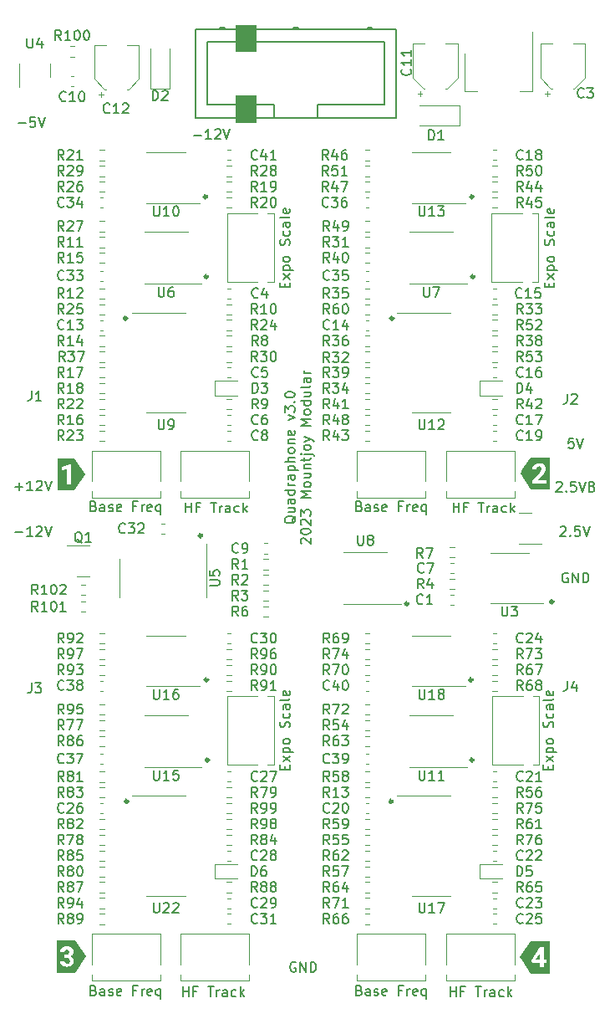
<source format=gbr>
%TF.GenerationSoftware,KiCad,Pcbnew,7.0.7*%
%TF.CreationDate,2023-08-21T15:35:54+01:00*%
%TF.ProjectId,Quadraphone_Components,51756164-7261-4706-986f-6e655f436f6d,rev?*%
%TF.SameCoordinates,Original*%
%TF.FileFunction,Legend,Top*%
%TF.FilePolarity,Positive*%
%FSLAX46Y46*%
G04 Gerber Fmt 4.6, Leading zero omitted, Abs format (unit mm)*
G04 Created by KiCad (PCBNEW 7.0.7) date 2023-08-21 15:35:54*
%MOMM*%
%LPD*%
G01*
G04 APERTURE LIST*
%ADD10C,0.300000*%
%ADD11C,0.150000*%
%ADD12C,0.120000*%
%ADD13C,0.100000*%
G04 APERTURE END LIST*
D10*
X97241421Y-67900000D02*
G75*
G03*
X97241421Y-67900000I-141421J0D01*
G01*
X70241421Y-67900000D02*
G75*
G03*
X70241421Y-67900000I-141421J0D01*
G01*
X105341421Y-108900000D02*
G75*
G03*
X105341421Y-108900000I-141421J0D01*
G01*
X90641421Y-109100000D02*
G75*
G03*
X90641421Y-109100000I-141421J0D01*
G01*
X97141421Y-116800000D02*
G75*
G03*
X97141421Y-116800000I-141421J0D01*
G01*
X70341421Y-76000000D02*
G75*
G03*
X70341421Y-76000000I-141421J0D01*
G01*
X89141421Y-80200000D02*
G75*
G03*
X89141421Y-80200000I-141421J0D01*
G01*
X70441421Y-124900000D02*
G75*
G03*
X70441421Y-124900000I-141421J0D01*
G01*
X70341421Y-116800000D02*
G75*
G03*
X70341421Y-116800000I-141421J0D01*
G01*
X89041421Y-129100000D02*
G75*
G03*
X89041421Y-129100000I-141421J0D01*
G01*
X62241421Y-129100000D02*
G75*
G03*
X62241421Y-129100000I-141421J0D01*
G01*
X62141421Y-80200000D02*
G75*
G03*
X62141421Y-80200000I-141421J0D01*
G01*
X69741421Y-102200000D02*
G75*
G03*
X69741421Y-102200000I-141421J0D01*
G01*
X97341421Y-76000000D02*
G75*
G03*
X97341421Y-76000000I-141421J0D01*
G01*
X97241421Y-124900000D02*
G75*
G03*
X97241421Y-124900000I-141421J0D01*
G01*
D11*
X105671429Y-96850057D02*
X105719048Y-96802438D01*
X105719048Y-96802438D02*
X105814286Y-96754819D01*
X105814286Y-96754819D02*
X106052381Y-96754819D01*
X106052381Y-96754819D02*
X106147619Y-96802438D01*
X106147619Y-96802438D02*
X106195238Y-96850057D01*
X106195238Y-96850057D02*
X106242857Y-96945295D01*
X106242857Y-96945295D02*
X106242857Y-97040533D01*
X106242857Y-97040533D02*
X106195238Y-97183390D01*
X106195238Y-97183390D02*
X105623810Y-97754819D01*
X105623810Y-97754819D02*
X106242857Y-97754819D01*
X106671429Y-97659580D02*
X106719048Y-97707200D01*
X106719048Y-97707200D02*
X106671429Y-97754819D01*
X106671429Y-97754819D02*
X106623810Y-97707200D01*
X106623810Y-97707200D02*
X106671429Y-97659580D01*
X106671429Y-97659580D02*
X106671429Y-97754819D01*
X107623809Y-96754819D02*
X107147619Y-96754819D01*
X107147619Y-96754819D02*
X107100000Y-97231009D01*
X107100000Y-97231009D02*
X107147619Y-97183390D01*
X107147619Y-97183390D02*
X107242857Y-97135771D01*
X107242857Y-97135771D02*
X107480952Y-97135771D01*
X107480952Y-97135771D02*
X107576190Y-97183390D01*
X107576190Y-97183390D02*
X107623809Y-97231009D01*
X107623809Y-97231009D02*
X107671428Y-97326247D01*
X107671428Y-97326247D02*
X107671428Y-97564342D01*
X107671428Y-97564342D02*
X107623809Y-97659580D01*
X107623809Y-97659580D02*
X107576190Y-97707200D01*
X107576190Y-97707200D02*
X107480952Y-97754819D01*
X107480952Y-97754819D02*
X107242857Y-97754819D01*
X107242857Y-97754819D02*
X107147619Y-97707200D01*
X107147619Y-97707200D02*
X107100000Y-97659580D01*
X107957143Y-96754819D02*
X108290476Y-97754819D01*
X108290476Y-97754819D02*
X108623809Y-96754819D01*
X109290476Y-97231009D02*
X109433333Y-97278628D01*
X109433333Y-97278628D02*
X109480952Y-97326247D01*
X109480952Y-97326247D02*
X109528571Y-97421485D01*
X109528571Y-97421485D02*
X109528571Y-97564342D01*
X109528571Y-97564342D02*
X109480952Y-97659580D01*
X109480952Y-97659580D02*
X109433333Y-97707200D01*
X109433333Y-97707200D02*
X109338095Y-97754819D01*
X109338095Y-97754819D02*
X108957143Y-97754819D01*
X108957143Y-97754819D02*
X108957143Y-96754819D01*
X108957143Y-96754819D02*
X109290476Y-96754819D01*
X109290476Y-96754819D02*
X109385714Y-96802438D01*
X109385714Y-96802438D02*
X109433333Y-96850057D01*
X109433333Y-96850057D02*
X109480952Y-96945295D01*
X109480952Y-96945295D02*
X109480952Y-97040533D01*
X109480952Y-97040533D02*
X109433333Y-97135771D01*
X109433333Y-97135771D02*
X109385714Y-97183390D01*
X109385714Y-97183390D02*
X109290476Y-97231009D01*
X109290476Y-97231009D02*
X108957143Y-97231009D01*
X67828571Y-148854819D02*
X67828571Y-147854819D01*
X67828571Y-148331009D02*
X68399999Y-148331009D01*
X68399999Y-148854819D02*
X68399999Y-147854819D01*
X69209523Y-148331009D02*
X68876190Y-148331009D01*
X68876190Y-148854819D02*
X68876190Y-147854819D01*
X68876190Y-147854819D02*
X69352380Y-147854819D01*
X70352381Y-147854819D02*
X70923809Y-147854819D01*
X70638095Y-148854819D02*
X70638095Y-147854819D01*
X71257143Y-148854819D02*
X71257143Y-148188152D01*
X71257143Y-148378628D02*
X71304762Y-148283390D01*
X71304762Y-148283390D02*
X71352381Y-148235771D01*
X71352381Y-148235771D02*
X71447619Y-148188152D01*
X71447619Y-148188152D02*
X71542857Y-148188152D01*
X72304762Y-148854819D02*
X72304762Y-148331009D01*
X72304762Y-148331009D02*
X72257143Y-148235771D01*
X72257143Y-148235771D02*
X72161905Y-148188152D01*
X72161905Y-148188152D02*
X71971429Y-148188152D01*
X71971429Y-148188152D02*
X71876191Y-148235771D01*
X72304762Y-148807200D02*
X72209524Y-148854819D01*
X72209524Y-148854819D02*
X71971429Y-148854819D01*
X71971429Y-148854819D02*
X71876191Y-148807200D01*
X71876191Y-148807200D02*
X71828572Y-148711961D01*
X71828572Y-148711961D02*
X71828572Y-148616723D01*
X71828572Y-148616723D02*
X71876191Y-148521485D01*
X71876191Y-148521485D02*
X71971429Y-148473866D01*
X71971429Y-148473866D02*
X72209524Y-148473866D01*
X72209524Y-148473866D02*
X72304762Y-148426247D01*
X73209524Y-148807200D02*
X73114286Y-148854819D01*
X73114286Y-148854819D02*
X72923810Y-148854819D01*
X72923810Y-148854819D02*
X72828572Y-148807200D01*
X72828572Y-148807200D02*
X72780953Y-148759580D01*
X72780953Y-148759580D02*
X72733334Y-148664342D01*
X72733334Y-148664342D02*
X72733334Y-148378628D01*
X72733334Y-148378628D02*
X72780953Y-148283390D01*
X72780953Y-148283390D02*
X72828572Y-148235771D01*
X72828572Y-148235771D02*
X72923810Y-148188152D01*
X72923810Y-148188152D02*
X73114286Y-148188152D01*
X73114286Y-148188152D02*
X73209524Y-148235771D01*
X73638096Y-148854819D02*
X73638096Y-147854819D01*
X73733334Y-148473866D02*
X74019048Y-148854819D01*
X74019048Y-148188152D02*
X73638096Y-148569104D01*
X107409523Y-92354819D02*
X106933333Y-92354819D01*
X106933333Y-92354819D02*
X106885714Y-92831009D01*
X106885714Y-92831009D02*
X106933333Y-92783390D01*
X106933333Y-92783390D02*
X107028571Y-92735771D01*
X107028571Y-92735771D02*
X107266666Y-92735771D01*
X107266666Y-92735771D02*
X107361904Y-92783390D01*
X107361904Y-92783390D02*
X107409523Y-92831009D01*
X107409523Y-92831009D02*
X107457142Y-92926247D01*
X107457142Y-92926247D02*
X107457142Y-93164342D01*
X107457142Y-93164342D02*
X107409523Y-93259580D01*
X107409523Y-93259580D02*
X107361904Y-93307200D01*
X107361904Y-93307200D02*
X107266666Y-93354819D01*
X107266666Y-93354819D02*
X107028571Y-93354819D01*
X107028571Y-93354819D02*
X106933333Y-93307200D01*
X106933333Y-93307200D02*
X106885714Y-93259580D01*
X107742857Y-92354819D02*
X108076190Y-93354819D01*
X108076190Y-93354819D02*
X108409523Y-92354819D01*
X94928571Y-148854819D02*
X94928571Y-147854819D01*
X94928571Y-148331009D02*
X95499999Y-148331009D01*
X95499999Y-148854819D02*
X95499999Y-147854819D01*
X96309523Y-148331009D02*
X95976190Y-148331009D01*
X95976190Y-148854819D02*
X95976190Y-147854819D01*
X95976190Y-147854819D02*
X96452380Y-147854819D01*
X97452381Y-147854819D02*
X98023809Y-147854819D01*
X97738095Y-148854819D02*
X97738095Y-147854819D01*
X98357143Y-148854819D02*
X98357143Y-148188152D01*
X98357143Y-148378628D02*
X98404762Y-148283390D01*
X98404762Y-148283390D02*
X98452381Y-148235771D01*
X98452381Y-148235771D02*
X98547619Y-148188152D01*
X98547619Y-148188152D02*
X98642857Y-148188152D01*
X99404762Y-148854819D02*
X99404762Y-148331009D01*
X99404762Y-148331009D02*
X99357143Y-148235771D01*
X99357143Y-148235771D02*
X99261905Y-148188152D01*
X99261905Y-148188152D02*
X99071429Y-148188152D01*
X99071429Y-148188152D02*
X98976191Y-148235771D01*
X99404762Y-148807200D02*
X99309524Y-148854819D01*
X99309524Y-148854819D02*
X99071429Y-148854819D01*
X99071429Y-148854819D02*
X98976191Y-148807200D01*
X98976191Y-148807200D02*
X98928572Y-148711961D01*
X98928572Y-148711961D02*
X98928572Y-148616723D01*
X98928572Y-148616723D02*
X98976191Y-148521485D01*
X98976191Y-148521485D02*
X99071429Y-148473866D01*
X99071429Y-148473866D02*
X99309524Y-148473866D01*
X99309524Y-148473866D02*
X99404762Y-148426247D01*
X100309524Y-148807200D02*
X100214286Y-148854819D01*
X100214286Y-148854819D02*
X100023810Y-148854819D01*
X100023810Y-148854819D02*
X99928572Y-148807200D01*
X99928572Y-148807200D02*
X99880953Y-148759580D01*
X99880953Y-148759580D02*
X99833334Y-148664342D01*
X99833334Y-148664342D02*
X99833334Y-148378628D01*
X99833334Y-148378628D02*
X99880953Y-148283390D01*
X99880953Y-148283390D02*
X99928572Y-148235771D01*
X99928572Y-148235771D02*
X100023810Y-148188152D01*
X100023810Y-148188152D02*
X100214286Y-148188152D01*
X100214286Y-148188152D02*
X100309524Y-148235771D01*
X100738096Y-148854819D02*
X100738096Y-147854819D01*
X100833334Y-148473866D02*
X101119048Y-148854819D01*
X101119048Y-148188152D02*
X100738096Y-148569104D01*
X95228571Y-99854819D02*
X95228571Y-98854819D01*
X95228571Y-99331009D02*
X95799999Y-99331009D01*
X95799999Y-99854819D02*
X95799999Y-98854819D01*
X96609523Y-99331009D02*
X96276190Y-99331009D01*
X96276190Y-99854819D02*
X96276190Y-98854819D01*
X96276190Y-98854819D02*
X96752380Y-98854819D01*
X97752381Y-98854819D02*
X98323809Y-98854819D01*
X98038095Y-99854819D02*
X98038095Y-98854819D01*
X98657143Y-99854819D02*
X98657143Y-99188152D01*
X98657143Y-99378628D02*
X98704762Y-99283390D01*
X98704762Y-99283390D02*
X98752381Y-99235771D01*
X98752381Y-99235771D02*
X98847619Y-99188152D01*
X98847619Y-99188152D02*
X98942857Y-99188152D01*
X99704762Y-99854819D02*
X99704762Y-99331009D01*
X99704762Y-99331009D02*
X99657143Y-99235771D01*
X99657143Y-99235771D02*
X99561905Y-99188152D01*
X99561905Y-99188152D02*
X99371429Y-99188152D01*
X99371429Y-99188152D02*
X99276191Y-99235771D01*
X99704762Y-99807200D02*
X99609524Y-99854819D01*
X99609524Y-99854819D02*
X99371429Y-99854819D01*
X99371429Y-99854819D02*
X99276191Y-99807200D01*
X99276191Y-99807200D02*
X99228572Y-99711961D01*
X99228572Y-99711961D02*
X99228572Y-99616723D01*
X99228572Y-99616723D02*
X99276191Y-99521485D01*
X99276191Y-99521485D02*
X99371429Y-99473866D01*
X99371429Y-99473866D02*
X99609524Y-99473866D01*
X99609524Y-99473866D02*
X99704762Y-99426247D01*
X100609524Y-99807200D02*
X100514286Y-99854819D01*
X100514286Y-99854819D02*
X100323810Y-99854819D01*
X100323810Y-99854819D02*
X100228572Y-99807200D01*
X100228572Y-99807200D02*
X100180953Y-99759580D01*
X100180953Y-99759580D02*
X100133334Y-99664342D01*
X100133334Y-99664342D02*
X100133334Y-99378628D01*
X100133334Y-99378628D02*
X100180953Y-99283390D01*
X100180953Y-99283390D02*
X100228572Y-99235771D01*
X100228572Y-99235771D02*
X100323810Y-99188152D01*
X100323810Y-99188152D02*
X100514286Y-99188152D01*
X100514286Y-99188152D02*
X100609524Y-99235771D01*
X101038096Y-99854819D02*
X101038096Y-98854819D01*
X101133334Y-99473866D02*
X101419048Y-99854819D01*
X101419048Y-99188152D02*
X101038096Y-99569104D01*
X68128571Y-99854819D02*
X68128571Y-98854819D01*
X68128571Y-99331009D02*
X68699999Y-99331009D01*
X68699999Y-99854819D02*
X68699999Y-98854819D01*
X69509523Y-99331009D02*
X69176190Y-99331009D01*
X69176190Y-99854819D02*
X69176190Y-98854819D01*
X69176190Y-98854819D02*
X69652380Y-98854819D01*
X70652381Y-98854819D02*
X71223809Y-98854819D01*
X70938095Y-99854819D02*
X70938095Y-98854819D01*
X71557143Y-99854819D02*
X71557143Y-99188152D01*
X71557143Y-99378628D02*
X71604762Y-99283390D01*
X71604762Y-99283390D02*
X71652381Y-99235771D01*
X71652381Y-99235771D02*
X71747619Y-99188152D01*
X71747619Y-99188152D02*
X71842857Y-99188152D01*
X72604762Y-99854819D02*
X72604762Y-99331009D01*
X72604762Y-99331009D02*
X72557143Y-99235771D01*
X72557143Y-99235771D02*
X72461905Y-99188152D01*
X72461905Y-99188152D02*
X72271429Y-99188152D01*
X72271429Y-99188152D02*
X72176191Y-99235771D01*
X72604762Y-99807200D02*
X72509524Y-99854819D01*
X72509524Y-99854819D02*
X72271429Y-99854819D01*
X72271429Y-99854819D02*
X72176191Y-99807200D01*
X72176191Y-99807200D02*
X72128572Y-99711961D01*
X72128572Y-99711961D02*
X72128572Y-99616723D01*
X72128572Y-99616723D02*
X72176191Y-99521485D01*
X72176191Y-99521485D02*
X72271429Y-99473866D01*
X72271429Y-99473866D02*
X72509524Y-99473866D01*
X72509524Y-99473866D02*
X72604762Y-99426247D01*
X73509524Y-99807200D02*
X73414286Y-99854819D01*
X73414286Y-99854819D02*
X73223810Y-99854819D01*
X73223810Y-99854819D02*
X73128572Y-99807200D01*
X73128572Y-99807200D02*
X73080953Y-99759580D01*
X73080953Y-99759580D02*
X73033334Y-99664342D01*
X73033334Y-99664342D02*
X73033334Y-99378628D01*
X73033334Y-99378628D02*
X73080953Y-99283390D01*
X73080953Y-99283390D02*
X73128572Y-99235771D01*
X73128572Y-99235771D02*
X73223810Y-99188152D01*
X73223810Y-99188152D02*
X73414286Y-99188152D01*
X73414286Y-99188152D02*
X73509524Y-99235771D01*
X73938096Y-99854819D02*
X73938096Y-98854819D01*
X74033334Y-99473866D02*
X74319048Y-99854819D01*
X74319048Y-99188152D02*
X73938096Y-99569104D01*
X106838095Y-106002438D02*
X106742857Y-105954819D01*
X106742857Y-105954819D02*
X106600000Y-105954819D01*
X106600000Y-105954819D02*
X106457143Y-106002438D01*
X106457143Y-106002438D02*
X106361905Y-106097676D01*
X106361905Y-106097676D02*
X106314286Y-106192914D01*
X106314286Y-106192914D02*
X106266667Y-106383390D01*
X106266667Y-106383390D02*
X106266667Y-106526247D01*
X106266667Y-106526247D02*
X106314286Y-106716723D01*
X106314286Y-106716723D02*
X106361905Y-106811961D01*
X106361905Y-106811961D02*
X106457143Y-106907200D01*
X106457143Y-106907200D02*
X106600000Y-106954819D01*
X106600000Y-106954819D02*
X106695238Y-106954819D01*
X106695238Y-106954819D02*
X106838095Y-106907200D01*
X106838095Y-106907200D02*
X106885714Y-106859580D01*
X106885714Y-106859580D02*
X106885714Y-106526247D01*
X106885714Y-106526247D02*
X106695238Y-106526247D01*
X107314286Y-106954819D02*
X107314286Y-105954819D01*
X107314286Y-105954819D02*
X107885714Y-106954819D01*
X107885714Y-106954819D02*
X107885714Y-105954819D01*
X108361905Y-106954819D02*
X108361905Y-105954819D01*
X108361905Y-105954819D02*
X108600000Y-105954819D01*
X108600000Y-105954819D02*
X108742857Y-106002438D01*
X108742857Y-106002438D02*
X108838095Y-106097676D01*
X108838095Y-106097676D02*
X108885714Y-106192914D01*
X108885714Y-106192914D02*
X108933333Y-106383390D01*
X108933333Y-106383390D02*
X108933333Y-106526247D01*
X108933333Y-106526247D02*
X108885714Y-106716723D01*
X108885714Y-106716723D02*
X108838095Y-106811961D01*
X108838095Y-106811961D02*
X108742857Y-106907200D01*
X108742857Y-106907200D02*
X108600000Y-106954819D01*
X108600000Y-106954819D02*
X108361905Y-106954819D01*
X104931009Y-77052381D02*
X104931009Y-76719048D01*
X105454819Y-76576191D02*
X105454819Y-77052381D01*
X105454819Y-77052381D02*
X104454819Y-77052381D01*
X104454819Y-77052381D02*
X104454819Y-76576191D01*
X105454819Y-76242857D02*
X104788152Y-75719048D01*
X104788152Y-76242857D02*
X105454819Y-75719048D01*
X104788152Y-75338095D02*
X105788152Y-75338095D01*
X104835771Y-75338095D02*
X104788152Y-75242857D01*
X104788152Y-75242857D02*
X104788152Y-75052381D01*
X104788152Y-75052381D02*
X104835771Y-74957143D01*
X104835771Y-74957143D02*
X104883390Y-74909524D01*
X104883390Y-74909524D02*
X104978628Y-74861905D01*
X104978628Y-74861905D02*
X105264342Y-74861905D01*
X105264342Y-74861905D02*
X105359580Y-74909524D01*
X105359580Y-74909524D02*
X105407200Y-74957143D01*
X105407200Y-74957143D02*
X105454819Y-75052381D01*
X105454819Y-75052381D02*
X105454819Y-75242857D01*
X105454819Y-75242857D02*
X105407200Y-75338095D01*
X105454819Y-74290476D02*
X105407200Y-74385714D01*
X105407200Y-74385714D02*
X105359580Y-74433333D01*
X105359580Y-74433333D02*
X105264342Y-74480952D01*
X105264342Y-74480952D02*
X104978628Y-74480952D01*
X104978628Y-74480952D02*
X104883390Y-74433333D01*
X104883390Y-74433333D02*
X104835771Y-74385714D01*
X104835771Y-74385714D02*
X104788152Y-74290476D01*
X104788152Y-74290476D02*
X104788152Y-74147619D01*
X104788152Y-74147619D02*
X104835771Y-74052381D01*
X104835771Y-74052381D02*
X104883390Y-74004762D01*
X104883390Y-74004762D02*
X104978628Y-73957143D01*
X104978628Y-73957143D02*
X105264342Y-73957143D01*
X105264342Y-73957143D02*
X105359580Y-74004762D01*
X105359580Y-74004762D02*
X105407200Y-74052381D01*
X105407200Y-74052381D02*
X105454819Y-74147619D01*
X105454819Y-74147619D02*
X105454819Y-74290476D01*
X105407200Y-72814285D02*
X105454819Y-72671428D01*
X105454819Y-72671428D02*
X105454819Y-72433333D01*
X105454819Y-72433333D02*
X105407200Y-72338095D01*
X105407200Y-72338095D02*
X105359580Y-72290476D01*
X105359580Y-72290476D02*
X105264342Y-72242857D01*
X105264342Y-72242857D02*
X105169104Y-72242857D01*
X105169104Y-72242857D02*
X105073866Y-72290476D01*
X105073866Y-72290476D02*
X105026247Y-72338095D01*
X105026247Y-72338095D02*
X104978628Y-72433333D01*
X104978628Y-72433333D02*
X104931009Y-72623809D01*
X104931009Y-72623809D02*
X104883390Y-72719047D01*
X104883390Y-72719047D02*
X104835771Y-72766666D01*
X104835771Y-72766666D02*
X104740533Y-72814285D01*
X104740533Y-72814285D02*
X104645295Y-72814285D01*
X104645295Y-72814285D02*
X104550057Y-72766666D01*
X104550057Y-72766666D02*
X104502438Y-72719047D01*
X104502438Y-72719047D02*
X104454819Y-72623809D01*
X104454819Y-72623809D02*
X104454819Y-72385714D01*
X104454819Y-72385714D02*
X104502438Y-72242857D01*
X105407200Y-71385714D02*
X105454819Y-71480952D01*
X105454819Y-71480952D02*
X105454819Y-71671428D01*
X105454819Y-71671428D02*
X105407200Y-71766666D01*
X105407200Y-71766666D02*
X105359580Y-71814285D01*
X105359580Y-71814285D02*
X105264342Y-71861904D01*
X105264342Y-71861904D02*
X104978628Y-71861904D01*
X104978628Y-71861904D02*
X104883390Y-71814285D01*
X104883390Y-71814285D02*
X104835771Y-71766666D01*
X104835771Y-71766666D02*
X104788152Y-71671428D01*
X104788152Y-71671428D02*
X104788152Y-71480952D01*
X104788152Y-71480952D02*
X104835771Y-71385714D01*
X105454819Y-70528571D02*
X104931009Y-70528571D01*
X104931009Y-70528571D02*
X104835771Y-70576190D01*
X104835771Y-70576190D02*
X104788152Y-70671428D01*
X104788152Y-70671428D02*
X104788152Y-70861904D01*
X104788152Y-70861904D02*
X104835771Y-70957142D01*
X105407200Y-70528571D02*
X105454819Y-70623809D01*
X105454819Y-70623809D02*
X105454819Y-70861904D01*
X105454819Y-70861904D02*
X105407200Y-70957142D01*
X105407200Y-70957142D02*
X105311961Y-71004761D01*
X105311961Y-71004761D02*
X105216723Y-71004761D01*
X105216723Y-71004761D02*
X105121485Y-70957142D01*
X105121485Y-70957142D02*
X105073866Y-70861904D01*
X105073866Y-70861904D02*
X105073866Y-70623809D01*
X105073866Y-70623809D02*
X105026247Y-70528571D01*
X105454819Y-69909523D02*
X105407200Y-70004761D01*
X105407200Y-70004761D02*
X105311961Y-70052380D01*
X105311961Y-70052380D02*
X104454819Y-70052380D01*
X105407200Y-69147618D02*
X105454819Y-69242856D01*
X105454819Y-69242856D02*
X105454819Y-69433332D01*
X105454819Y-69433332D02*
X105407200Y-69528570D01*
X105407200Y-69528570D02*
X105311961Y-69576189D01*
X105311961Y-69576189D02*
X104931009Y-69576189D01*
X104931009Y-69576189D02*
X104835771Y-69528570D01*
X104835771Y-69528570D02*
X104788152Y-69433332D01*
X104788152Y-69433332D02*
X104788152Y-69242856D01*
X104788152Y-69242856D02*
X104835771Y-69147618D01*
X104835771Y-69147618D02*
X104931009Y-69099999D01*
X104931009Y-69099999D02*
X105026247Y-69099999D01*
X105026247Y-69099999D02*
X105121485Y-69576189D01*
X85685713Y-99231009D02*
X85828570Y-99278628D01*
X85828570Y-99278628D02*
X85876189Y-99326247D01*
X85876189Y-99326247D02*
X85923808Y-99421485D01*
X85923808Y-99421485D02*
X85923808Y-99564342D01*
X85923808Y-99564342D02*
X85876189Y-99659580D01*
X85876189Y-99659580D02*
X85828570Y-99707200D01*
X85828570Y-99707200D02*
X85733332Y-99754819D01*
X85733332Y-99754819D02*
X85352380Y-99754819D01*
X85352380Y-99754819D02*
X85352380Y-98754819D01*
X85352380Y-98754819D02*
X85685713Y-98754819D01*
X85685713Y-98754819D02*
X85780951Y-98802438D01*
X85780951Y-98802438D02*
X85828570Y-98850057D01*
X85828570Y-98850057D02*
X85876189Y-98945295D01*
X85876189Y-98945295D02*
X85876189Y-99040533D01*
X85876189Y-99040533D02*
X85828570Y-99135771D01*
X85828570Y-99135771D02*
X85780951Y-99183390D01*
X85780951Y-99183390D02*
X85685713Y-99231009D01*
X85685713Y-99231009D02*
X85352380Y-99231009D01*
X86780951Y-99754819D02*
X86780951Y-99231009D01*
X86780951Y-99231009D02*
X86733332Y-99135771D01*
X86733332Y-99135771D02*
X86638094Y-99088152D01*
X86638094Y-99088152D02*
X86447618Y-99088152D01*
X86447618Y-99088152D02*
X86352380Y-99135771D01*
X86780951Y-99707200D02*
X86685713Y-99754819D01*
X86685713Y-99754819D02*
X86447618Y-99754819D01*
X86447618Y-99754819D02*
X86352380Y-99707200D01*
X86352380Y-99707200D02*
X86304761Y-99611961D01*
X86304761Y-99611961D02*
X86304761Y-99516723D01*
X86304761Y-99516723D02*
X86352380Y-99421485D01*
X86352380Y-99421485D02*
X86447618Y-99373866D01*
X86447618Y-99373866D02*
X86685713Y-99373866D01*
X86685713Y-99373866D02*
X86780951Y-99326247D01*
X87209523Y-99707200D02*
X87304761Y-99754819D01*
X87304761Y-99754819D02*
X87495237Y-99754819D01*
X87495237Y-99754819D02*
X87590475Y-99707200D01*
X87590475Y-99707200D02*
X87638094Y-99611961D01*
X87638094Y-99611961D02*
X87638094Y-99564342D01*
X87638094Y-99564342D02*
X87590475Y-99469104D01*
X87590475Y-99469104D02*
X87495237Y-99421485D01*
X87495237Y-99421485D02*
X87352380Y-99421485D01*
X87352380Y-99421485D02*
X87257142Y-99373866D01*
X87257142Y-99373866D02*
X87209523Y-99278628D01*
X87209523Y-99278628D02*
X87209523Y-99231009D01*
X87209523Y-99231009D02*
X87257142Y-99135771D01*
X87257142Y-99135771D02*
X87352380Y-99088152D01*
X87352380Y-99088152D02*
X87495237Y-99088152D01*
X87495237Y-99088152D02*
X87590475Y-99135771D01*
X88447618Y-99707200D02*
X88352380Y-99754819D01*
X88352380Y-99754819D02*
X88161904Y-99754819D01*
X88161904Y-99754819D02*
X88066666Y-99707200D01*
X88066666Y-99707200D02*
X88019047Y-99611961D01*
X88019047Y-99611961D02*
X88019047Y-99231009D01*
X88019047Y-99231009D02*
X88066666Y-99135771D01*
X88066666Y-99135771D02*
X88161904Y-99088152D01*
X88161904Y-99088152D02*
X88352380Y-99088152D01*
X88352380Y-99088152D02*
X88447618Y-99135771D01*
X88447618Y-99135771D02*
X88495237Y-99231009D01*
X88495237Y-99231009D02*
X88495237Y-99326247D01*
X88495237Y-99326247D02*
X88019047Y-99421485D01*
X90019047Y-99231009D02*
X89685714Y-99231009D01*
X89685714Y-99754819D02*
X89685714Y-98754819D01*
X89685714Y-98754819D02*
X90161904Y-98754819D01*
X90542857Y-99754819D02*
X90542857Y-99088152D01*
X90542857Y-99278628D02*
X90590476Y-99183390D01*
X90590476Y-99183390D02*
X90638095Y-99135771D01*
X90638095Y-99135771D02*
X90733333Y-99088152D01*
X90733333Y-99088152D02*
X90828571Y-99088152D01*
X91542857Y-99707200D02*
X91447619Y-99754819D01*
X91447619Y-99754819D02*
X91257143Y-99754819D01*
X91257143Y-99754819D02*
X91161905Y-99707200D01*
X91161905Y-99707200D02*
X91114286Y-99611961D01*
X91114286Y-99611961D02*
X91114286Y-99231009D01*
X91114286Y-99231009D02*
X91161905Y-99135771D01*
X91161905Y-99135771D02*
X91257143Y-99088152D01*
X91257143Y-99088152D02*
X91447619Y-99088152D01*
X91447619Y-99088152D02*
X91542857Y-99135771D01*
X91542857Y-99135771D02*
X91590476Y-99231009D01*
X91590476Y-99231009D02*
X91590476Y-99326247D01*
X91590476Y-99326247D02*
X91114286Y-99421485D01*
X92447619Y-99088152D02*
X92447619Y-100088152D01*
X92447619Y-99707200D02*
X92352381Y-99754819D01*
X92352381Y-99754819D02*
X92161905Y-99754819D01*
X92161905Y-99754819D02*
X92066667Y-99707200D01*
X92066667Y-99707200D02*
X92019048Y-99659580D01*
X92019048Y-99659580D02*
X91971429Y-99564342D01*
X91971429Y-99564342D02*
X91971429Y-99278628D01*
X91971429Y-99278628D02*
X92019048Y-99183390D01*
X92019048Y-99183390D02*
X92066667Y-99135771D01*
X92066667Y-99135771D02*
X92161905Y-99088152D01*
X92161905Y-99088152D02*
X92352381Y-99088152D01*
X92352381Y-99088152D02*
X92447619Y-99135771D01*
X104831009Y-125852381D02*
X104831009Y-125519048D01*
X105354819Y-125376191D02*
X105354819Y-125852381D01*
X105354819Y-125852381D02*
X104354819Y-125852381D01*
X104354819Y-125852381D02*
X104354819Y-125376191D01*
X105354819Y-125042857D02*
X104688152Y-124519048D01*
X104688152Y-125042857D02*
X105354819Y-124519048D01*
X104688152Y-124138095D02*
X105688152Y-124138095D01*
X104735771Y-124138095D02*
X104688152Y-124042857D01*
X104688152Y-124042857D02*
X104688152Y-123852381D01*
X104688152Y-123852381D02*
X104735771Y-123757143D01*
X104735771Y-123757143D02*
X104783390Y-123709524D01*
X104783390Y-123709524D02*
X104878628Y-123661905D01*
X104878628Y-123661905D02*
X105164342Y-123661905D01*
X105164342Y-123661905D02*
X105259580Y-123709524D01*
X105259580Y-123709524D02*
X105307200Y-123757143D01*
X105307200Y-123757143D02*
X105354819Y-123852381D01*
X105354819Y-123852381D02*
X105354819Y-124042857D01*
X105354819Y-124042857D02*
X105307200Y-124138095D01*
X105354819Y-123090476D02*
X105307200Y-123185714D01*
X105307200Y-123185714D02*
X105259580Y-123233333D01*
X105259580Y-123233333D02*
X105164342Y-123280952D01*
X105164342Y-123280952D02*
X104878628Y-123280952D01*
X104878628Y-123280952D02*
X104783390Y-123233333D01*
X104783390Y-123233333D02*
X104735771Y-123185714D01*
X104735771Y-123185714D02*
X104688152Y-123090476D01*
X104688152Y-123090476D02*
X104688152Y-122947619D01*
X104688152Y-122947619D02*
X104735771Y-122852381D01*
X104735771Y-122852381D02*
X104783390Y-122804762D01*
X104783390Y-122804762D02*
X104878628Y-122757143D01*
X104878628Y-122757143D02*
X105164342Y-122757143D01*
X105164342Y-122757143D02*
X105259580Y-122804762D01*
X105259580Y-122804762D02*
X105307200Y-122852381D01*
X105307200Y-122852381D02*
X105354819Y-122947619D01*
X105354819Y-122947619D02*
X105354819Y-123090476D01*
X105307200Y-121614285D02*
X105354819Y-121471428D01*
X105354819Y-121471428D02*
X105354819Y-121233333D01*
X105354819Y-121233333D02*
X105307200Y-121138095D01*
X105307200Y-121138095D02*
X105259580Y-121090476D01*
X105259580Y-121090476D02*
X105164342Y-121042857D01*
X105164342Y-121042857D02*
X105069104Y-121042857D01*
X105069104Y-121042857D02*
X104973866Y-121090476D01*
X104973866Y-121090476D02*
X104926247Y-121138095D01*
X104926247Y-121138095D02*
X104878628Y-121233333D01*
X104878628Y-121233333D02*
X104831009Y-121423809D01*
X104831009Y-121423809D02*
X104783390Y-121519047D01*
X104783390Y-121519047D02*
X104735771Y-121566666D01*
X104735771Y-121566666D02*
X104640533Y-121614285D01*
X104640533Y-121614285D02*
X104545295Y-121614285D01*
X104545295Y-121614285D02*
X104450057Y-121566666D01*
X104450057Y-121566666D02*
X104402438Y-121519047D01*
X104402438Y-121519047D02*
X104354819Y-121423809D01*
X104354819Y-121423809D02*
X104354819Y-121185714D01*
X104354819Y-121185714D02*
X104402438Y-121042857D01*
X105307200Y-120185714D02*
X105354819Y-120280952D01*
X105354819Y-120280952D02*
X105354819Y-120471428D01*
X105354819Y-120471428D02*
X105307200Y-120566666D01*
X105307200Y-120566666D02*
X105259580Y-120614285D01*
X105259580Y-120614285D02*
X105164342Y-120661904D01*
X105164342Y-120661904D02*
X104878628Y-120661904D01*
X104878628Y-120661904D02*
X104783390Y-120614285D01*
X104783390Y-120614285D02*
X104735771Y-120566666D01*
X104735771Y-120566666D02*
X104688152Y-120471428D01*
X104688152Y-120471428D02*
X104688152Y-120280952D01*
X104688152Y-120280952D02*
X104735771Y-120185714D01*
X105354819Y-119328571D02*
X104831009Y-119328571D01*
X104831009Y-119328571D02*
X104735771Y-119376190D01*
X104735771Y-119376190D02*
X104688152Y-119471428D01*
X104688152Y-119471428D02*
X104688152Y-119661904D01*
X104688152Y-119661904D02*
X104735771Y-119757142D01*
X105307200Y-119328571D02*
X105354819Y-119423809D01*
X105354819Y-119423809D02*
X105354819Y-119661904D01*
X105354819Y-119661904D02*
X105307200Y-119757142D01*
X105307200Y-119757142D02*
X105211961Y-119804761D01*
X105211961Y-119804761D02*
X105116723Y-119804761D01*
X105116723Y-119804761D02*
X105021485Y-119757142D01*
X105021485Y-119757142D02*
X104973866Y-119661904D01*
X104973866Y-119661904D02*
X104973866Y-119423809D01*
X104973866Y-119423809D02*
X104926247Y-119328571D01*
X105354819Y-118709523D02*
X105307200Y-118804761D01*
X105307200Y-118804761D02*
X105211961Y-118852380D01*
X105211961Y-118852380D02*
X104354819Y-118852380D01*
X105307200Y-117947618D02*
X105354819Y-118042856D01*
X105354819Y-118042856D02*
X105354819Y-118233332D01*
X105354819Y-118233332D02*
X105307200Y-118328570D01*
X105307200Y-118328570D02*
X105211961Y-118376189D01*
X105211961Y-118376189D02*
X104831009Y-118376189D01*
X104831009Y-118376189D02*
X104735771Y-118328570D01*
X104735771Y-118328570D02*
X104688152Y-118233332D01*
X104688152Y-118233332D02*
X104688152Y-118042856D01*
X104688152Y-118042856D02*
X104735771Y-117947618D01*
X104735771Y-117947618D02*
X104831009Y-117899999D01*
X104831009Y-117899999D02*
X104926247Y-117899999D01*
X104926247Y-117899999D02*
X105021485Y-118376189D01*
X51114286Y-60473866D02*
X51876191Y-60473866D01*
X52828571Y-59854819D02*
X52352381Y-59854819D01*
X52352381Y-59854819D02*
X52304762Y-60331009D01*
X52304762Y-60331009D02*
X52352381Y-60283390D01*
X52352381Y-60283390D02*
X52447619Y-60235771D01*
X52447619Y-60235771D02*
X52685714Y-60235771D01*
X52685714Y-60235771D02*
X52780952Y-60283390D01*
X52780952Y-60283390D02*
X52828571Y-60331009D01*
X52828571Y-60331009D02*
X52876190Y-60426247D01*
X52876190Y-60426247D02*
X52876190Y-60664342D01*
X52876190Y-60664342D02*
X52828571Y-60759580D01*
X52828571Y-60759580D02*
X52780952Y-60807200D01*
X52780952Y-60807200D02*
X52685714Y-60854819D01*
X52685714Y-60854819D02*
X52447619Y-60854819D01*
X52447619Y-60854819D02*
X52352381Y-60807200D01*
X52352381Y-60807200D02*
X52304762Y-60759580D01*
X53161905Y-59854819D02*
X53495238Y-60854819D01*
X53495238Y-60854819D02*
X53828571Y-59854819D01*
X79238095Y-145402438D02*
X79142857Y-145354819D01*
X79142857Y-145354819D02*
X79000000Y-145354819D01*
X79000000Y-145354819D02*
X78857143Y-145402438D01*
X78857143Y-145402438D02*
X78761905Y-145497676D01*
X78761905Y-145497676D02*
X78714286Y-145592914D01*
X78714286Y-145592914D02*
X78666667Y-145783390D01*
X78666667Y-145783390D02*
X78666667Y-145926247D01*
X78666667Y-145926247D02*
X78714286Y-146116723D01*
X78714286Y-146116723D02*
X78761905Y-146211961D01*
X78761905Y-146211961D02*
X78857143Y-146307200D01*
X78857143Y-146307200D02*
X79000000Y-146354819D01*
X79000000Y-146354819D02*
X79095238Y-146354819D01*
X79095238Y-146354819D02*
X79238095Y-146307200D01*
X79238095Y-146307200D02*
X79285714Y-146259580D01*
X79285714Y-146259580D02*
X79285714Y-145926247D01*
X79285714Y-145926247D02*
X79095238Y-145926247D01*
X79714286Y-146354819D02*
X79714286Y-145354819D01*
X79714286Y-145354819D02*
X80285714Y-146354819D01*
X80285714Y-146354819D02*
X80285714Y-145354819D01*
X80761905Y-146354819D02*
X80761905Y-145354819D01*
X80761905Y-145354819D02*
X81000000Y-145354819D01*
X81000000Y-145354819D02*
X81142857Y-145402438D01*
X81142857Y-145402438D02*
X81238095Y-145497676D01*
X81238095Y-145497676D02*
X81285714Y-145592914D01*
X81285714Y-145592914D02*
X81333333Y-145783390D01*
X81333333Y-145783390D02*
X81333333Y-145926247D01*
X81333333Y-145926247D02*
X81285714Y-146116723D01*
X81285714Y-146116723D02*
X81238095Y-146211961D01*
X81238095Y-146211961D02*
X81142857Y-146307200D01*
X81142857Y-146307200D02*
X81000000Y-146354819D01*
X81000000Y-146354819D02*
X80761905Y-146354819D01*
X78131009Y-125852381D02*
X78131009Y-125519048D01*
X78654819Y-125376191D02*
X78654819Y-125852381D01*
X78654819Y-125852381D02*
X77654819Y-125852381D01*
X77654819Y-125852381D02*
X77654819Y-125376191D01*
X78654819Y-125042857D02*
X77988152Y-124519048D01*
X77988152Y-125042857D02*
X78654819Y-124519048D01*
X77988152Y-124138095D02*
X78988152Y-124138095D01*
X78035771Y-124138095D02*
X77988152Y-124042857D01*
X77988152Y-124042857D02*
X77988152Y-123852381D01*
X77988152Y-123852381D02*
X78035771Y-123757143D01*
X78035771Y-123757143D02*
X78083390Y-123709524D01*
X78083390Y-123709524D02*
X78178628Y-123661905D01*
X78178628Y-123661905D02*
X78464342Y-123661905D01*
X78464342Y-123661905D02*
X78559580Y-123709524D01*
X78559580Y-123709524D02*
X78607200Y-123757143D01*
X78607200Y-123757143D02*
X78654819Y-123852381D01*
X78654819Y-123852381D02*
X78654819Y-124042857D01*
X78654819Y-124042857D02*
X78607200Y-124138095D01*
X78654819Y-123090476D02*
X78607200Y-123185714D01*
X78607200Y-123185714D02*
X78559580Y-123233333D01*
X78559580Y-123233333D02*
X78464342Y-123280952D01*
X78464342Y-123280952D02*
X78178628Y-123280952D01*
X78178628Y-123280952D02*
X78083390Y-123233333D01*
X78083390Y-123233333D02*
X78035771Y-123185714D01*
X78035771Y-123185714D02*
X77988152Y-123090476D01*
X77988152Y-123090476D02*
X77988152Y-122947619D01*
X77988152Y-122947619D02*
X78035771Y-122852381D01*
X78035771Y-122852381D02*
X78083390Y-122804762D01*
X78083390Y-122804762D02*
X78178628Y-122757143D01*
X78178628Y-122757143D02*
X78464342Y-122757143D01*
X78464342Y-122757143D02*
X78559580Y-122804762D01*
X78559580Y-122804762D02*
X78607200Y-122852381D01*
X78607200Y-122852381D02*
X78654819Y-122947619D01*
X78654819Y-122947619D02*
X78654819Y-123090476D01*
X78607200Y-121614285D02*
X78654819Y-121471428D01*
X78654819Y-121471428D02*
X78654819Y-121233333D01*
X78654819Y-121233333D02*
X78607200Y-121138095D01*
X78607200Y-121138095D02*
X78559580Y-121090476D01*
X78559580Y-121090476D02*
X78464342Y-121042857D01*
X78464342Y-121042857D02*
X78369104Y-121042857D01*
X78369104Y-121042857D02*
X78273866Y-121090476D01*
X78273866Y-121090476D02*
X78226247Y-121138095D01*
X78226247Y-121138095D02*
X78178628Y-121233333D01*
X78178628Y-121233333D02*
X78131009Y-121423809D01*
X78131009Y-121423809D02*
X78083390Y-121519047D01*
X78083390Y-121519047D02*
X78035771Y-121566666D01*
X78035771Y-121566666D02*
X77940533Y-121614285D01*
X77940533Y-121614285D02*
X77845295Y-121614285D01*
X77845295Y-121614285D02*
X77750057Y-121566666D01*
X77750057Y-121566666D02*
X77702438Y-121519047D01*
X77702438Y-121519047D02*
X77654819Y-121423809D01*
X77654819Y-121423809D02*
X77654819Y-121185714D01*
X77654819Y-121185714D02*
X77702438Y-121042857D01*
X78607200Y-120185714D02*
X78654819Y-120280952D01*
X78654819Y-120280952D02*
X78654819Y-120471428D01*
X78654819Y-120471428D02*
X78607200Y-120566666D01*
X78607200Y-120566666D02*
X78559580Y-120614285D01*
X78559580Y-120614285D02*
X78464342Y-120661904D01*
X78464342Y-120661904D02*
X78178628Y-120661904D01*
X78178628Y-120661904D02*
X78083390Y-120614285D01*
X78083390Y-120614285D02*
X78035771Y-120566666D01*
X78035771Y-120566666D02*
X77988152Y-120471428D01*
X77988152Y-120471428D02*
X77988152Y-120280952D01*
X77988152Y-120280952D02*
X78035771Y-120185714D01*
X78654819Y-119328571D02*
X78131009Y-119328571D01*
X78131009Y-119328571D02*
X78035771Y-119376190D01*
X78035771Y-119376190D02*
X77988152Y-119471428D01*
X77988152Y-119471428D02*
X77988152Y-119661904D01*
X77988152Y-119661904D02*
X78035771Y-119757142D01*
X78607200Y-119328571D02*
X78654819Y-119423809D01*
X78654819Y-119423809D02*
X78654819Y-119661904D01*
X78654819Y-119661904D02*
X78607200Y-119757142D01*
X78607200Y-119757142D02*
X78511961Y-119804761D01*
X78511961Y-119804761D02*
X78416723Y-119804761D01*
X78416723Y-119804761D02*
X78321485Y-119757142D01*
X78321485Y-119757142D02*
X78273866Y-119661904D01*
X78273866Y-119661904D02*
X78273866Y-119423809D01*
X78273866Y-119423809D02*
X78226247Y-119328571D01*
X78654819Y-118709523D02*
X78607200Y-118804761D01*
X78607200Y-118804761D02*
X78511961Y-118852380D01*
X78511961Y-118852380D02*
X77654819Y-118852380D01*
X78607200Y-117947618D02*
X78654819Y-118042856D01*
X78654819Y-118042856D02*
X78654819Y-118233332D01*
X78654819Y-118233332D02*
X78607200Y-118328570D01*
X78607200Y-118328570D02*
X78511961Y-118376189D01*
X78511961Y-118376189D02*
X78131009Y-118376189D01*
X78131009Y-118376189D02*
X78035771Y-118328570D01*
X78035771Y-118328570D02*
X77988152Y-118233332D01*
X77988152Y-118233332D02*
X77988152Y-118042856D01*
X77988152Y-118042856D02*
X78035771Y-117947618D01*
X78035771Y-117947618D02*
X78131009Y-117899999D01*
X78131009Y-117899999D02*
X78226247Y-117899999D01*
X78226247Y-117899999D02*
X78321485Y-118376189D01*
X78131009Y-77052381D02*
X78131009Y-76719048D01*
X78654819Y-76576191D02*
X78654819Y-77052381D01*
X78654819Y-77052381D02*
X77654819Y-77052381D01*
X77654819Y-77052381D02*
X77654819Y-76576191D01*
X78654819Y-76242857D02*
X77988152Y-75719048D01*
X77988152Y-76242857D02*
X78654819Y-75719048D01*
X77988152Y-75338095D02*
X78988152Y-75338095D01*
X78035771Y-75338095D02*
X77988152Y-75242857D01*
X77988152Y-75242857D02*
X77988152Y-75052381D01*
X77988152Y-75052381D02*
X78035771Y-74957143D01*
X78035771Y-74957143D02*
X78083390Y-74909524D01*
X78083390Y-74909524D02*
X78178628Y-74861905D01*
X78178628Y-74861905D02*
X78464342Y-74861905D01*
X78464342Y-74861905D02*
X78559580Y-74909524D01*
X78559580Y-74909524D02*
X78607200Y-74957143D01*
X78607200Y-74957143D02*
X78654819Y-75052381D01*
X78654819Y-75052381D02*
X78654819Y-75242857D01*
X78654819Y-75242857D02*
X78607200Y-75338095D01*
X78654819Y-74290476D02*
X78607200Y-74385714D01*
X78607200Y-74385714D02*
X78559580Y-74433333D01*
X78559580Y-74433333D02*
X78464342Y-74480952D01*
X78464342Y-74480952D02*
X78178628Y-74480952D01*
X78178628Y-74480952D02*
X78083390Y-74433333D01*
X78083390Y-74433333D02*
X78035771Y-74385714D01*
X78035771Y-74385714D02*
X77988152Y-74290476D01*
X77988152Y-74290476D02*
X77988152Y-74147619D01*
X77988152Y-74147619D02*
X78035771Y-74052381D01*
X78035771Y-74052381D02*
X78083390Y-74004762D01*
X78083390Y-74004762D02*
X78178628Y-73957143D01*
X78178628Y-73957143D02*
X78464342Y-73957143D01*
X78464342Y-73957143D02*
X78559580Y-74004762D01*
X78559580Y-74004762D02*
X78607200Y-74052381D01*
X78607200Y-74052381D02*
X78654819Y-74147619D01*
X78654819Y-74147619D02*
X78654819Y-74290476D01*
X78607200Y-72814285D02*
X78654819Y-72671428D01*
X78654819Y-72671428D02*
X78654819Y-72433333D01*
X78654819Y-72433333D02*
X78607200Y-72338095D01*
X78607200Y-72338095D02*
X78559580Y-72290476D01*
X78559580Y-72290476D02*
X78464342Y-72242857D01*
X78464342Y-72242857D02*
X78369104Y-72242857D01*
X78369104Y-72242857D02*
X78273866Y-72290476D01*
X78273866Y-72290476D02*
X78226247Y-72338095D01*
X78226247Y-72338095D02*
X78178628Y-72433333D01*
X78178628Y-72433333D02*
X78131009Y-72623809D01*
X78131009Y-72623809D02*
X78083390Y-72719047D01*
X78083390Y-72719047D02*
X78035771Y-72766666D01*
X78035771Y-72766666D02*
X77940533Y-72814285D01*
X77940533Y-72814285D02*
X77845295Y-72814285D01*
X77845295Y-72814285D02*
X77750057Y-72766666D01*
X77750057Y-72766666D02*
X77702438Y-72719047D01*
X77702438Y-72719047D02*
X77654819Y-72623809D01*
X77654819Y-72623809D02*
X77654819Y-72385714D01*
X77654819Y-72385714D02*
X77702438Y-72242857D01*
X78607200Y-71385714D02*
X78654819Y-71480952D01*
X78654819Y-71480952D02*
X78654819Y-71671428D01*
X78654819Y-71671428D02*
X78607200Y-71766666D01*
X78607200Y-71766666D02*
X78559580Y-71814285D01*
X78559580Y-71814285D02*
X78464342Y-71861904D01*
X78464342Y-71861904D02*
X78178628Y-71861904D01*
X78178628Y-71861904D02*
X78083390Y-71814285D01*
X78083390Y-71814285D02*
X78035771Y-71766666D01*
X78035771Y-71766666D02*
X77988152Y-71671428D01*
X77988152Y-71671428D02*
X77988152Y-71480952D01*
X77988152Y-71480952D02*
X78035771Y-71385714D01*
X78654819Y-70528571D02*
X78131009Y-70528571D01*
X78131009Y-70528571D02*
X78035771Y-70576190D01*
X78035771Y-70576190D02*
X77988152Y-70671428D01*
X77988152Y-70671428D02*
X77988152Y-70861904D01*
X77988152Y-70861904D02*
X78035771Y-70957142D01*
X78607200Y-70528571D02*
X78654819Y-70623809D01*
X78654819Y-70623809D02*
X78654819Y-70861904D01*
X78654819Y-70861904D02*
X78607200Y-70957142D01*
X78607200Y-70957142D02*
X78511961Y-71004761D01*
X78511961Y-71004761D02*
X78416723Y-71004761D01*
X78416723Y-71004761D02*
X78321485Y-70957142D01*
X78321485Y-70957142D02*
X78273866Y-70861904D01*
X78273866Y-70861904D02*
X78273866Y-70623809D01*
X78273866Y-70623809D02*
X78226247Y-70528571D01*
X78654819Y-69909523D02*
X78607200Y-70004761D01*
X78607200Y-70004761D02*
X78511961Y-70052380D01*
X78511961Y-70052380D02*
X77654819Y-70052380D01*
X78607200Y-69147618D02*
X78654819Y-69242856D01*
X78654819Y-69242856D02*
X78654819Y-69433332D01*
X78654819Y-69433332D02*
X78607200Y-69528570D01*
X78607200Y-69528570D02*
X78511961Y-69576189D01*
X78511961Y-69576189D02*
X78131009Y-69576189D01*
X78131009Y-69576189D02*
X78035771Y-69528570D01*
X78035771Y-69528570D02*
X77988152Y-69433332D01*
X77988152Y-69433332D02*
X77988152Y-69242856D01*
X77988152Y-69242856D02*
X78035771Y-69147618D01*
X78035771Y-69147618D02*
X78131009Y-69099999D01*
X78131009Y-69099999D02*
X78226247Y-69099999D01*
X78226247Y-69099999D02*
X78321485Y-69576189D01*
X85685713Y-148231009D02*
X85828570Y-148278628D01*
X85828570Y-148278628D02*
X85876189Y-148326247D01*
X85876189Y-148326247D02*
X85923808Y-148421485D01*
X85923808Y-148421485D02*
X85923808Y-148564342D01*
X85923808Y-148564342D02*
X85876189Y-148659580D01*
X85876189Y-148659580D02*
X85828570Y-148707200D01*
X85828570Y-148707200D02*
X85733332Y-148754819D01*
X85733332Y-148754819D02*
X85352380Y-148754819D01*
X85352380Y-148754819D02*
X85352380Y-147754819D01*
X85352380Y-147754819D02*
X85685713Y-147754819D01*
X85685713Y-147754819D02*
X85780951Y-147802438D01*
X85780951Y-147802438D02*
X85828570Y-147850057D01*
X85828570Y-147850057D02*
X85876189Y-147945295D01*
X85876189Y-147945295D02*
X85876189Y-148040533D01*
X85876189Y-148040533D02*
X85828570Y-148135771D01*
X85828570Y-148135771D02*
X85780951Y-148183390D01*
X85780951Y-148183390D02*
X85685713Y-148231009D01*
X85685713Y-148231009D02*
X85352380Y-148231009D01*
X86780951Y-148754819D02*
X86780951Y-148231009D01*
X86780951Y-148231009D02*
X86733332Y-148135771D01*
X86733332Y-148135771D02*
X86638094Y-148088152D01*
X86638094Y-148088152D02*
X86447618Y-148088152D01*
X86447618Y-148088152D02*
X86352380Y-148135771D01*
X86780951Y-148707200D02*
X86685713Y-148754819D01*
X86685713Y-148754819D02*
X86447618Y-148754819D01*
X86447618Y-148754819D02*
X86352380Y-148707200D01*
X86352380Y-148707200D02*
X86304761Y-148611961D01*
X86304761Y-148611961D02*
X86304761Y-148516723D01*
X86304761Y-148516723D02*
X86352380Y-148421485D01*
X86352380Y-148421485D02*
X86447618Y-148373866D01*
X86447618Y-148373866D02*
X86685713Y-148373866D01*
X86685713Y-148373866D02*
X86780951Y-148326247D01*
X87209523Y-148707200D02*
X87304761Y-148754819D01*
X87304761Y-148754819D02*
X87495237Y-148754819D01*
X87495237Y-148754819D02*
X87590475Y-148707200D01*
X87590475Y-148707200D02*
X87638094Y-148611961D01*
X87638094Y-148611961D02*
X87638094Y-148564342D01*
X87638094Y-148564342D02*
X87590475Y-148469104D01*
X87590475Y-148469104D02*
X87495237Y-148421485D01*
X87495237Y-148421485D02*
X87352380Y-148421485D01*
X87352380Y-148421485D02*
X87257142Y-148373866D01*
X87257142Y-148373866D02*
X87209523Y-148278628D01*
X87209523Y-148278628D02*
X87209523Y-148231009D01*
X87209523Y-148231009D02*
X87257142Y-148135771D01*
X87257142Y-148135771D02*
X87352380Y-148088152D01*
X87352380Y-148088152D02*
X87495237Y-148088152D01*
X87495237Y-148088152D02*
X87590475Y-148135771D01*
X88447618Y-148707200D02*
X88352380Y-148754819D01*
X88352380Y-148754819D02*
X88161904Y-148754819D01*
X88161904Y-148754819D02*
X88066666Y-148707200D01*
X88066666Y-148707200D02*
X88019047Y-148611961D01*
X88019047Y-148611961D02*
X88019047Y-148231009D01*
X88019047Y-148231009D02*
X88066666Y-148135771D01*
X88066666Y-148135771D02*
X88161904Y-148088152D01*
X88161904Y-148088152D02*
X88352380Y-148088152D01*
X88352380Y-148088152D02*
X88447618Y-148135771D01*
X88447618Y-148135771D02*
X88495237Y-148231009D01*
X88495237Y-148231009D02*
X88495237Y-148326247D01*
X88495237Y-148326247D02*
X88019047Y-148421485D01*
X90019047Y-148231009D02*
X89685714Y-148231009D01*
X89685714Y-148754819D02*
X89685714Y-147754819D01*
X89685714Y-147754819D02*
X90161904Y-147754819D01*
X90542857Y-148754819D02*
X90542857Y-148088152D01*
X90542857Y-148278628D02*
X90590476Y-148183390D01*
X90590476Y-148183390D02*
X90638095Y-148135771D01*
X90638095Y-148135771D02*
X90733333Y-148088152D01*
X90733333Y-148088152D02*
X90828571Y-148088152D01*
X91542857Y-148707200D02*
X91447619Y-148754819D01*
X91447619Y-148754819D02*
X91257143Y-148754819D01*
X91257143Y-148754819D02*
X91161905Y-148707200D01*
X91161905Y-148707200D02*
X91114286Y-148611961D01*
X91114286Y-148611961D02*
X91114286Y-148231009D01*
X91114286Y-148231009D02*
X91161905Y-148135771D01*
X91161905Y-148135771D02*
X91257143Y-148088152D01*
X91257143Y-148088152D02*
X91447619Y-148088152D01*
X91447619Y-148088152D02*
X91542857Y-148135771D01*
X91542857Y-148135771D02*
X91590476Y-148231009D01*
X91590476Y-148231009D02*
X91590476Y-148326247D01*
X91590476Y-148326247D02*
X91114286Y-148421485D01*
X92447619Y-148088152D02*
X92447619Y-149088152D01*
X92447619Y-148707200D02*
X92352381Y-148754819D01*
X92352381Y-148754819D02*
X92161905Y-148754819D01*
X92161905Y-148754819D02*
X92066667Y-148707200D01*
X92066667Y-148707200D02*
X92019048Y-148659580D01*
X92019048Y-148659580D02*
X91971429Y-148564342D01*
X91971429Y-148564342D02*
X91971429Y-148278628D01*
X91971429Y-148278628D02*
X92019048Y-148183390D01*
X92019048Y-148183390D02*
X92066667Y-148135771D01*
X92066667Y-148135771D02*
X92161905Y-148088152D01*
X92161905Y-148088152D02*
X92352381Y-148088152D01*
X92352381Y-148088152D02*
X92447619Y-148135771D01*
X106071429Y-101350057D02*
X106119048Y-101302438D01*
X106119048Y-101302438D02*
X106214286Y-101254819D01*
X106214286Y-101254819D02*
X106452381Y-101254819D01*
X106452381Y-101254819D02*
X106547619Y-101302438D01*
X106547619Y-101302438D02*
X106595238Y-101350057D01*
X106595238Y-101350057D02*
X106642857Y-101445295D01*
X106642857Y-101445295D02*
X106642857Y-101540533D01*
X106642857Y-101540533D02*
X106595238Y-101683390D01*
X106595238Y-101683390D02*
X106023810Y-102254819D01*
X106023810Y-102254819D02*
X106642857Y-102254819D01*
X107071429Y-102159580D02*
X107119048Y-102207200D01*
X107119048Y-102207200D02*
X107071429Y-102254819D01*
X107071429Y-102254819D02*
X107023810Y-102207200D01*
X107023810Y-102207200D02*
X107071429Y-102159580D01*
X107071429Y-102159580D02*
X107071429Y-102254819D01*
X108023809Y-101254819D02*
X107547619Y-101254819D01*
X107547619Y-101254819D02*
X107500000Y-101731009D01*
X107500000Y-101731009D02*
X107547619Y-101683390D01*
X107547619Y-101683390D02*
X107642857Y-101635771D01*
X107642857Y-101635771D02*
X107880952Y-101635771D01*
X107880952Y-101635771D02*
X107976190Y-101683390D01*
X107976190Y-101683390D02*
X108023809Y-101731009D01*
X108023809Y-101731009D02*
X108071428Y-101826247D01*
X108071428Y-101826247D02*
X108071428Y-102064342D01*
X108071428Y-102064342D02*
X108023809Y-102159580D01*
X108023809Y-102159580D02*
X107976190Y-102207200D01*
X107976190Y-102207200D02*
X107880952Y-102254819D01*
X107880952Y-102254819D02*
X107642857Y-102254819D01*
X107642857Y-102254819D02*
X107547619Y-102207200D01*
X107547619Y-102207200D02*
X107500000Y-102159580D01*
X108357143Y-101254819D02*
X108690476Y-102254819D01*
X108690476Y-102254819D02*
X109023809Y-101254819D01*
X58785713Y-148231009D02*
X58928570Y-148278628D01*
X58928570Y-148278628D02*
X58976189Y-148326247D01*
X58976189Y-148326247D02*
X59023808Y-148421485D01*
X59023808Y-148421485D02*
X59023808Y-148564342D01*
X59023808Y-148564342D02*
X58976189Y-148659580D01*
X58976189Y-148659580D02*
X58928570Y-148707200D01*
X58928570Y-148707200D02*
X58833332Y-148754819D01*
X58833332Y-148754819D02*
X58452380Y-148754819D01*
X58452380Y-148754819D02*
X58452380Y-147754819D01*
X58452380Y-147754819D02*
X58785713Y-147754819D01*
X58785713Y-147754819D02*
X58880951Y-147802438D01*
X58880951Y-147802438D02*
X58928570Y-147850057D01*
X58928570Y-147850057D02*
X58976189Y-147945295D01*
X58976189Y-147945295D02*
X58976189Y-148040533D01*
X58976189Y-148040533D02*
X58928570Y-148135771D01*
X58928570Y-148135771D02*
X58880951Y-148183390D01*
X58880951Y-148183390D02*
X58785713Y-148231009D01*
X58785713Y-148231009D02*
X58452380Y-148231009D01*
X59880951Y-148754819D02*
X59880951Y-148231009D01*
X59880951Y-148231009D02*
X59833332Y-148135771D01*
X59833332Y-148135771D02*
X59738094Y-148088152D01*
X59738094Y-148088152D02*
X59547618Y-148088152D01*
X59547618Y-148088152D02*
X59452380Y-148135771D01*
X59880951Y-148707200D02*
X59785713Y-148754819D01*
X59785713Y-148754819D02*
X59547618Y-148754819D01*
X59547618Y-148754819D02*
X59452380Y-148707200D01*
X59452380Y-148707200D02*
X59404761Y-148611961D01*
X59404761Y-148611961D02*
X59404761Y-148516723D01*
X59404761Y-148516723D02*
X59452380Y-148421485D01*
X59452380Y-148421485D02*
X59547618Y-148373866D01*
X59547618Y-148373866D02*
X59785713Y-148373866D01*
X59785713Y-148373866D02*
X59880951Y-148326247D01*
X60309523Y-148707200D02*
X60404761Y-148754819D01*
X60404761Y-148754819D02*
X60595237Y-148754819D01*
X60595237Y-148754819D02*
X60690475Y-148707200D01*
X60690475Y-148707200D02*
X60738094Y-148611961D01*
X60738094Y-148611961D02*
X60738094Y-148564342D01*
X60738094Y-148564342D02*
X60690475Y-148469104D01*
X60690475Y-148469104D02*
X60595237Y-148421485D01*
X60595237Y-148421485D02*
X60452380Y-148421485D01*
X60452380Y-148421485D02*
X60357142Y-148373866D01*
X60357142Y-148373866D02*
X60309523Y-148278628D01*
X60309523Y-148278628D02*
X60309523Y-148231009D01*
X60309523Y-148231009D02*
X60357142Y-148135771D01*
X60357142Y-148135771D02*
X60452380Y-148088152D01*
X60452380Y-148088152D02*
X60595237Y-148088152D01*
X60595237Y-148088152D02*
X60690475Y-148135771D01*
X61547618Y-148707200D02*
X61452380Y-148754819D01*
X61452380Y-148754819D02*
X61261904Y-148754819D01*
X61261904Y-148754819D02*
X61166666Y-148707200D01*
X61166666Y-148707200D02*
X61119047Y-148611961D01*
X61119047Y-148611961D02*
X61119047Y-148231009D01*
X61119047Y-148231009D02*
X61166666Y-148135771D01*
X61166666Y-148135771D02*
X61261904Y-148088152D01*
X61261904Y-148088152D02*
X61452380Y-148088152D01*
X61452380Y-148088152D02*
X61547618Y-148135771D01*
X61547618Y-148135771D02*
X61595237Y-148231009D01*
X61595237Y-148231009D02*
X61595237Y-148326247D01*
X61595237Y-148326247D02*
X61119047Y-148421485D01*
X63119047Y-148231009D02*
X62785714Y-148231009D01*
X62785714Y-148754819D02*
X62785714Y-147754819D01*
X62785714Y-147754819D02*
X63261904Y-147754819D01*
X63642857Y-148754819D02*
X63642857Y-148088152D01*
X63642857Y-148278628D02*
X63690476Y-148183390D01*
X63690476Y-148183390D02*
X63738095Y-148135771D01*
X63738095Y-148135771D02*
X63833333Y-148088152D01*
X63833333Y-148088152D02*
X63928571Y-148088152D01*
X64642857Y-148707200D02*
X64547619Y-148754819D01*
X64547619Y-148754819D02*
X64357143Y-148754819D01*
X64357143Y-148754819D02*
X64261905Y-148707200D01*
X64261905Y-148707200D02*
X64214286Y-148611961D01*
X64214286Y-148611961D02*
X64214286Y-148231009D01*
X64214286Y-148231009D02*
X64261905Y-148135771D01*
X64261905Y-148135771D02*
X64357143Y-148088152D01*
X64357143Y-148088152D02*
X64547619Y-148088152D01*
X64547619Y-148088152D02*
X64642857Y-148135771D01*
X64642857Y-148135771D02*
X64690476Y-148231009D01*
X64690476Y-148231009D02*
X64690476Y-148326247D01*
X64690476Y-148326247D02*
X64214286Y-148421485D01*
X65547619Y-148088152D02*
X65547619Y-149088152D01*
X65547619Y-148707200D02*
X65452381Y-148754819D01*
X65452381Y-148754819D02*
X65261905Y-148754819D01*
X65261905Y-148754819D02*
X65166667Y-148707200D01*
X65166667Y-148707200D02*
X65119048Y-148659580D01*
X65119048Y-148659580D02*
X65071429Y-148564342D01*
X65071429Y-148564342D02*
X65071429Y-148278628D01*
X65071429Y-148278628D02*
X65119048Y-148183390D01*
X65119048Y-148183390D02*
X65166667Y-148135771D01*
X65166667Y-148135771D02*
X65261905Y-148088152D01*
X65261905Y-148088152D02*
X65452381Y-148088152D01*
X65452381Y-148088152D02*
X65547619Y-148135771D01*
X50838095Y-101873866D02*
X51600000Y-101873866D01*
X52599999Y-102254819D02*
X52028571Y-102254819D01*
X52314285Y-102254819D02*
X52314285Y-101254819D01*
X52314285Y-101254819D02*
X52219047Y-101397676D01*
X52219047Y-101397676D02*
X52123809Y-101492914D01*
X52123809Y-101492914D02*
X52028571Y-101540533D01*
X52980952Y-101350057D02*
X53028571Y-101302438D01*
X53028571Y-101302438D02*
X53123809Y-101254819D01*
X53123809Y-101254819D02*
X53361904Y-101254819D01*
X53361904Y-101254819D02*
X53457142Y-101302438D01*
X53457142Y-101302438D02*
X53504761Y-101350057D01*
X53504761Y-101350057D02*
X53552380Y-101445295D01*
X53552380Y-101445295D02*
X53552380Y-101540533D01*
X53552380Y-101540533D02*
X53504761Y-101683390D01*
X53504761Y-101683390D02*
X52933333Y-102254819D01*
X52933333Y-102254819D02*
X53552380Y-102254819D01*
X53838095Y-101254819D02*
X54171428Y-102254819D01*
X54171428Y-102254819D02*
X54504761Y-101254819D01*
X58785713Y-99231009D02*
X58928570Y-99278628D01*
X58928570Y-99278628D02*
X58976189Y-99326247D01*
X58976189Y-99326247D02*
X59023808Y-99421485D01*
X59023808Y-99421485D02*
X59023808Y-99564342D01*
X59023808Y-99564342D02*
X58976189Y-99659580D01*
X58976189Y-99659580D02*
X58928570Y-99707200D01*
X58928570Y-99707200D02*
X58833332Y-99754819D01*
X58833332Y-99754819D02*
X58452380Y-99754819D01*
X58452380Y-99754819D02*
X58452380Y-98754819D01*
X58452380Y-98754819D02*
X58785713Y-98754819D01*
X58785713Y-98754819D02*
X58880951Y-98802438D01*
X58880951Y-98802438D02*
X58928570Y-98850057D01*
X58928570Y-98850057D02*
X58976189Y-98945295D01*
X58976189Y-98945295D02*
X58976189Y-99040533D01*
X58976189Y-99040533D02*
X58928570Y-99135771D01*
X58928570Y-99135771D02*
X58880951Y-99183390D01*
X58880951Y-99183390D02*
X58785713Y-99231009D01*
X58785713Y-99231009D02*
X58452380Y-99231009D01*
X59880951Y-99754819D02*
X59880951Y-99231009D01*
X59880951Y-99231009D02*
X59833332Y-99135771D01*
X59833332Y-99135771D02*
X59738094Y-99088152D01*
X59738094Y-99088152D02*
X59547618Y-99088152D01*
X59547618Y-99088152D02*
X59452380Y-99135771D01*
X59880951Y-99707200D02*
X59785713Y-99754819D01*
X59785713Y-99754819D02*
X59547618Y-99754819D01*
X59547618Y-99754819D02*
X59452380Y-99707200D01*
X59452380Y-99707200D02*
X59404761Y-99611961D01*
X59404761Y-99611961D02*
X59404761Y-99516723D01*
X59404761Y-99516723D02*
X59452380Y-99421485D01*
X59452380Y-99421485D02*
X59547618Y-99373866D01*
X59547618Y-99373866D02*
X59785713Y-99373866D01*
X59785713Y-99373866D02*
X59880951Y-99326247D01*
X60309523Y-99707200D02*
X60404761Y-99754819D01*
X60404761Y-99754819D02*
X60595237Y-99754819D01*
X60595237Y-99754819D02*
X60690475Y-99707200D01*
X60690475Y-99707200D02*
X60738094Y-99611961D01*
X60738094Y-99611961D02*
X60738094Y-99564342D01*
X60738094Y-99564342D02*
X60690475Y-99469104D01*
X60690475Y-99469104D02*
X60595237Y-99421485D01*
X60595237Y-99421485D02*
X60452380Y-99421485D01*
X60452380Y-99421485D02*
X60357142Y-99373866D01*
X60357142Y-99373866D02*
X60309523Y-99278628D01*
X60309523Y-99278628D02*
X60309523Y-99231009D01*
X60309523Y-99231009D02*
X60357142Y-99135771D01*
X60357142Y-99135771D02*
X60452380Y-99088152D01*
X60452380Y-99088152D02*
X60595237Y-99088152D01*
X60595237Y-99088152D02*
X60690475Y-99135771D01*
X61547618Y-99707200D02*
X61452380Y-99754819D01*
X61452380Y-99754819D02*
X61261904Y-99754819D01*
X61261904Y-99754819D02*
X61166666Y-99707200D01*
X61166666Y-99707200D02*
X61119047Y-99611961D01*
X61119047Y-99611961D02*
X61119047Y-99231009D01*
X61119047Y-99231009D02*
X61166666Y-99135771D01*
X61166666Y-99135771D02*
X61261904Y-99088152D01*
X61261904Y-99088152D02*
X61452380Y-99088152D01*
X61452380Y-99088152D02*
X61547618Y-99135771D01*
X61547618Y-99135771D02*
X61595237Y-99231009D01*
X61595237Y-99231009D02*
X61595237Y-99326247D01*
X61595237Y-99326247D02*
X61119047Y-99421485D01*
X63119047Y-99231009D02*
X62785714Y-99231009D01*
X62785714Y-99754819D02*
X62785714Y-98754819D01*
X62785714Y-98754819D02*
X63261904Y-98754819D01*
X63642857Y-99754819D02*
X63642857Y-99088152D01*
X63642857Y-99278628D02*
X63690476Y-99183390D01*
X63690476Y-99183390D02*
X63738095Y-99135771D01*
X63738095Y-99135771D02*
X63833333Y-99088152D01*
X63833333Y-99088152D02*
X63928571Y-99088152D01*
X64642857Y-99707200D02*
X64547619Y-99754819D01*
X64547619Y-99754819D02*
X64357143Y-99754819D01*
X64357143Y-99754819D02*
X64261905Y-99707200D01*
X64261905Y-99707200D02*
X64214286Y-99611961D01*
X64214286Y-99611961D02*
X64214286Y-99231009D01*
X64214286Y-99231009D02*
X64261905Y-99135771D01*
X64261905Y-99135771D02*
X64357143Y-99088152D01*
X64357143Y-99088152D02*
X64547619Y-99088152D01*
X64547619Y-99088152D02*
X64642857Y-99135771D01*
X64642857Y-99135771D02*
X64690476Y-99231009D01*
X64690476Y-99231009D02*
X64690476Y-99326247D01*
X64690476Y-99326247D02*
X64214286Y-99421485D01*
X65547619Y-99088152D02*
X65547619Y-100088152D01*
X65547619Y-99707200D02*
X65452381Y-99754819D01*
X65452381Y-99754819D02*
X65261905Y-99754819D01*
X65261905Y-99754819D02*
X65166667Y-99707200D01*
X65166667Y-99707200D02*
X65119048Y-99659580D01*
X65119048Y-99659580D02*
X65071429Y-99564342D01*
X65071429Y-99564342D02*
X65071429Y-99278628D01*
X65071429Y-99278628D02*
X65119048Y-99183390D01*
X65119048Y-99183390D02*
X65166667Y-99135771D01*
X65166667Y-99135771D02*
X65261905Y-99088152D01*
X65261905Y-99088152D02*
X65452381Y-99088152D01*
X65452381Y-99088152D02*
X65547619Y-99135771D01*
X79245057Y-100228572D02*
X79197438Y-100323810D01*
X79197438Y-100323810D02*
X79102200Y-100419048D01*
X79102200Y-100419048D02*
X78959342Y-100561905D01*
X78959342Y-100561905D02*
X78911723Y-100657143D01*
X78911723Y-100657143D02*
X78911723Y-100752381D01*
X79149819Y-100704762D02*
X79102200Y-100800000D01*
X79102200Y-100800000D02*
X79006961Y-100895238D01*
X79006961Y-100895238D02*
X78816485Y-100942857D01*
X78816485Y-100942857D02*
X78483152Y-100942857D01*
X78483152Y-100942857D02*
X78292676Y-100895238D01*
X78292676Y-100895238D02*
X78197438Y-100800000D01*
X78197438Y-100800000D02*
X78149819Y-100704762D01*
X78149819Y-100704762D02*
X78149819Y-100514286D01*
X78149819Y-100514286D02*
X78197438Y-100419048D01*
X78197438Y-100419048D02*
X78292676Y-100323810D01*
X78292676Y-100323810D02*
X78483152Y-100276191D01*
X78483152Y-100276191D02*
X78816485Y-100276191D01*
X78816485Y-100276191D02*
X79006961Y-100323810D01*
X79006961Y-100323810D02*
X79102200Y-100419048D01*
X79102200Y-100419048D02*
X79149819Y-100514286D01*
X79149819Y-100514286D02*
X79149819Y-100704762D01*
X78483152Y-99419048D02*
X79149819Y-99419048D01*
X78483152Y-99847619D02*
X79006961Y-99847619D01*
X79006961Y-99847619D02*
X79102200Y-99800000D01*
X79102200Y-99800000D02*
X79149819Y-99704762D01*
X79149819Y-99704762D02*
X79149819Y-99561905D01*
X79149819Y-99561905D02*
X79102200Y-99466667D01*
X79102200Y-99466667D02*
X79054580Y-99419048D01*
X79149819Y-98514286D02*
X78626009Y-98514286D01*
X78626009Y-98514286D02*
X78530771Y-98561905D01*
X78530771Y-98561905D02*
X78483152Y-98657143D01*
X78483152Y-98657143D02*
X78483152Y-98847619D01*
X78483152Y-98847619D02*
X78530771Y-98942857D01*
X79102200Y-98514286D02*
X79149819Y-98609524D01*
X79149819Y-98609524D02*
X79149819Y-98847619D01*
X79149819Y-98847619D02*
X79102200Y-98942857D01*
X79102200Y-98942857D02*
X79006961Y-98990476D01*
X79006961Y-98990476D02*
X78911723Y-98990476D01*
X78911723Y-98990476D02*
X78816485Y-98942857D01*
X78816485Y-98942857D02*
X78768866Y-98847619D01*
X78768866Y-98847619D02*
X78768866Y-98609524D01*
X78768866Y-98609524D02*
X78721247Y-98514286D01*
X79149819Y-97609524D02*
X78149819Y-97609524D01*
X79102200Y-97609524D02*
X79149819Y-97704762D01*
X79149819Y-97704762D02*
X79149819Y-97895238D01*
X79149819Y-97895238D02*
X79102200Y-97990476D01*
X79102200Y-97990476D02*
X79054580Y-98038095D01*
X79054580Y-98038095D02*
X78959342Y-98085714D01*
X78959342Y-98085714D02*
X78673628Y-98085714D01*
X78673628Y-98085714D02*
X78578390Y-98038095D01*
X78578390Y-98038095D02*
X78530771Y-97990476D01*
X78530771Y-97990476D02*
X78483152Y-97895238D01*
X78483152Y-97895238D02*
X78483152Y-97704762D01*
X78483152Y-97704762D02*
X78530771Y-97609524D01*
X79149819Y-97133333D02*
X78483152Y-97133333D01*
X78673628Y-97133333D02*
X78578390Y-97085714D01*
X78578390Y-97085714D02*
X78530771Y-97038095D01*
X78530771Y-97038095D02*
X78483152Y-96942857D01*
X78483152Y-96942857D02*
X78483152Y-96847619D01*
X79149819Y-96085714D02*
X78626009Y-96085714D01*
X78626009Y-96085714D02*
X78530771Y-96133333D01*
X78530771Y-96133333D02*
X78483152Y-96228571D01*
X78483152Y-96228571D02*
X78483152Y-96419047D01*
X78483152Y-96419047D02*
X78530771Y-96514285D01*
X79102200Y-96085714D02*
X79149819Y-96180952D01*
X79149819Y-96180952D02*
X79149819Y-96419047D01*
X79149819Y-96419047D02*
X79102200Y-96514285D01*
X79102200Y-96514285D02*
X79006961Y-96561904D01*
X79006961Y-96561904D02*
X78911723Y-96561904D01*
X78911723Y-96561904D02*
X78816485Y-96514285D01*
X78816485Y-96514285D02*
X78768866Y-96419047D01*
X78768866Y-96419047D02*
X78768866Y-96180952D01*
X78768866Y-96180952D02*
X78721247Y-96085714D01*
X78483152Y-95609523D02*
X79483152Y-95609523D01*
X78530771Y-95609523D02*
X78483152Y-95514285D01*
X78483152Y-95514285D02*
X78483152Y-95323809D01*
X78483152Y-95323809D02*
X78530771Y-95228571D01*
X78530771Y-95228571D02*
X78578390Y-95180952D01*
X78578390Y-95180952D02*
X78673628Y-95133333D01*
X78673628Y-95133333D02*
X78959342Y-95133333D01*
X78959342Y-95133333D02*
X79054580Y-95180952D01*
X79054580Y-95180952D02*
X79102200Y-95228571D01*
X79102200Y-95228571D02*
X79149819Y-95323809D01*
X79149819Y-95323809D02*
X79149819Y-95514285D01*
X79149819Y-95514285D02*
X79102200Y-95609523D01*
X79149819Y-94704761D02*
X78149819Y-94704761D01*
X79149819Y-94276190D02*
X78626009Y-94276190D01*
X78626009Y-94276190D02*
X78530771Y-94323809D01*
X78530771Y-94323809D02*
X78483152Y-94419047D01*
X78483152Y-94419047D02*
X78483152Y-94561904D01*
X78483152Y-94561904D02*
X78530771Y-94657142D01*
X78530771Y-94657142D02*
X78578390Y-94704761D01*
X79149819Y-93657142D02*
X79102200Y-93752380D01*
X79102200Y-93752380D02*
X79054580Y-93799999D01*
X79054580Y-93799999D02*
X78959342Y-93847618D01*
X78959342Y-93847618D02*
X78673628Y-93847618D01*
X78673628Y-93847618D02*
X78578390Y-93799999D01*
X78578390Y-93799999D02*
X78530771Y-93752380D01*
X78530771Y-93752380D02*
X78483152Y-93657142D01*
X78483152Y-93657142D02*
X78483152Y-93514285D01*
X78483152Y-93514285D02*
X78530771Y-93419047D01*
X78530771Y-93419047D02*
X78578390Y-93371428D01*
X78578390Y-93371428D02*
X78673628Y-93323809D01*
X78673628Y-93323809D02*
X78959342Y-93323809D01*
X78959342Y-93323809D02*
X79054580Y-93371428D01*
X79054580Y-93371428D02*
X79102200Y-93419047D01*
X79102200Y-93419047D02*
X79149819Y-93514285D01*
X79149819Y-93514285D02*
X79149819Y-93657142D01*
X78483152Y-92895237D02*
X79149819Y-92895237D01*
X78578390Y-92895237D02*
X78530771Y-92847618D01*
X78530771Y-92847618D02*
X78483152Y-92752380D01*
X78483152Y-92752380D02*
X78483152Y-92609523D01*
X78483152Y-92609523D02*
X78530771Y-92514285D01*
X78530771Y-92514285D02*
X78626009Y-92466666D01*
X78626009Y-92466666D02*
X79149819Y-92466666D01*
X79102200Y-91609523D02*
X79149819Y-91704761D01*
X79149819Y-91704761D02*
X79149819Y-91895237D01*
X79149819Y-91895237D02*
X79102200Y-91990475D01*
X79102200Y-91990475D02*
X79006961Y-92038094D01*
X79006961Y-92038094D02*
X78626009Y-92038094D01*
X78626009Y-92038094D02*
X78530771Y-91990475D01*
X78530771Y-91990475D02*
X78483152Y-91895237D01*
X78483152Y-91895237D02*
X78483152Y-91704761D01*
X78483152Y-91704761D02*
X78530771Y-91609523D01*
X78530771Y-91609523D02*
X78626009Y-91561904D01*
X78626009Y-91561904D02*
X78721247Y-91561904D01*
X78721247Y-91561904D02*
X78816485Y-92038094D01*
X78483152Y-90466665D02*
X79149819Y-90228570D01*
X79149819Y-90228570D02*
X78483152Y-89990475D01*
X78149819Y-89704760D02*
X78149819Y-89085713D01*
X78149819Y-89085713D02*
X78530771Y-89419046D01*
X78530771Y-89419046D02*
X78530771Y-89276189D01*
X78530771Y-89276189D02*
X78578390Y-89180951D01*
X78578390Y-89180951D02*
X78626009Y-89133332D01*
X78626009Y-89133332D02*
X78721247Y-89085713D01*
X78721247Y-89085713D02*
X78959342Y-89085713D01*
X78959342Y-89085713D02*
X79054580Y-89133332D01*
X79054580Y-89133332D02*
X79102200Y-89180951D01*
X79102200Y-89180951D02*
X79149819Y-89276189D01*
X79149819Y-89276189D02*
X79149819Y-89561903D01*
X79149819Y-89561903D02*
X79102200Y-89657141D01*
X79102200Y-89657141D02*
X79054580Y-89704760D01*
X79054580Y-88657141D02*
X79102200Y-88609522D01*
X79102200Y-88609522D02*
X79149819Y-88657141D01*
X79149819Y-88657141D02*
X79102200Y-88704760D01*
X79102200Y-88704760D02*
X79054580Y-88657141D01*
X79054580Y-88657141D02*
X79149819Y-88657141D01*
X78149819Y-87990475D02*
X78149819Y-87895237D01*
X78149819Y-87895237D02*
X78197438Y-87799999D01*
X78197438Y-87799999D02*
X78245057Y-87752380D01*
X78245057Y-87752380D02*
X78340295Y-87704761D01*
X78340295Y-87704761D02*
X78530771Y-87657142D01*
X78530771Y-87657142D02*
X78768866Y-87657142D01*
X78768866Y-87657142D02*
X78959342Y-87704761D01*
X78959342Y-87704761D02*
X79054580Y-87752380D01*
X79054580Y-87752380D02*
X79102200Y-87799999D01*
X79102200Y-87799999D02*
X79149819Y-87895237D01*
X79149819Y-87895237D02*
X79149819Y-87990475D01*
X79149819Y-87990475D02*
X79102200Y-88085713D01*
X79102200Y-88085713D02*
X79054580Y-88133332D01*
X79054580Y-88133332D02*
X78959342Y-88180951D01*
X78959342Y-88180951D02*
X78768866Y-88228570D01*
X78768866Y-88228570D02*
X78530771Y-88228570D01*
X78530771Y-88228570D02*
X78340295Y-88180951D01*
X78340295Y-88180951D02*
X78245057Y-88133332D01*
X78245057Y-88133332D02*
X78197438Y-88085713D01*
X78197438Y-88085713D02*
X78149819Y-87990475D01*
X79855057Y-103014286D02*
X79807438Y-102966667D01*
X79807438Y-102966667D02*
X79759819Y-102871429D01*
X79759819Y-102871429D02*
X79759819Y-102633334D01*
X79759819Y-102633334D02*
X79807438Y-102538096D01*
X79807438Y-102538096D02*
X79855057Y-102490477D01*
X79855057Y-102490477D02*
X79950295Y-102442858D01*
X79950295Y-102442858D02*
X80045533Y-102442858D01*
X80045533Y-102442858D02*
X80188390Y-102490477D01*
X80188390Y-102490477D02*
X80759819Y-103061905D01*
X80759819Y-103061905D02*
X80759819Y-102442858D01*
X79759819Y-101823810D02*
X79759819Y-101728572D01*
X79759819Y-101728572D02*
X79807438Y-101633334D01*
X79807438Y-101633334D02*
X79855057Y-101585715D01*
X79855057Y-101585715D02*
X79950295Y-101538096D01*
X79950295Y-101538096D02*
X80140771Y-101490477D01*
X80140771Y-101490477D02*
X80378866Y-101490477D01*
X80378866Y-101490477D02*
X80569342Y-101538096D01*
X80569342Y-101538096D02*
X80664580Y-101585715D01*
X80664580Y-101585715D02*
X80712200Y-101633334D01*
X80712200Y-101633334D02*
X80759819Y-101728572D01*
X80759819Y-101728572D02*
X80759819Y-101823810D01*
X80759819Y-101823810D02*
X80712200Y-101919048D01*
X80712200Y-101919048D02*
X80664580Y-101966667D01*
X80664580Y-101966667D02*
X80569342Y-102014286D01*
X80569342Y-102014286D02*
X80378866Y-102061905D01*
X80378866Y-102061905D02*
X80140771Y-102061905D01*
X80140771Y-102061905D02*
X79950295Y-102014286D01*
X79950295Y-102014286D02*
X79855057Y-101966667D01*
X79855057Y-101966667D02*
X79807438Y-101919048D01*
X79807438Y-101919048D02*
X79759819Y-101823810D01*
X79855057Y-101109524D02*
X79807438Y-101061905D01*
X79807438Y-101061905D02*
X79759819Y-100966667D01*
X79759819Y-100966667D02*
X79759819Y-100728572D01*
X79759819Y-100728572D02*
X79807438Y-100633334D01*
X79807438Y-100633334D02*
X79855057Y-100585715D01*
X79855057Y-100585715D02*
X79950295Y-100538096D01*
X79950295Y-100538096D02*
X80045533Y-100538096D01*
X80045533Y-100538096D02*
X80188390Y-100585715D01*
X80188390Y-100585715D02*
X80759819Y-101157143D01*
X80759819Y-101157143D02*
X80759819Y-100538096D01*
X79759819Y-100204762D02*
X79759819Y-99585715D01*
X79759819Y-99585715D02*
X80140771Y-99919048D01*
X80140771Y-99919048D02*
X80140771Y-99776191D01*
X80140771Y-99776191D02*
X80188390Y-99680953D01*
X80188390Y-99680953D02*
X80236009Y-99633334D01*
X80236009Y-99633334D02*
X80331247Y-99585715D01*
X80331247Y-99585715D02*
X80569342Y-99585715D01*
X80569342Y-99585715D02*
X80664580Y-99633334D01*
X80664580Y-99633334D02*
X80712200Y-99680953D01*
X80712200Y-99680953D02*
X80759819Y-99776191D01*
X80759819Y-99776191D02*
X80759819Y-100061905D01*
X80759819Y-100061905D02*
X80712200Y-100157143D01*
X80712200Y-100157143D02*
X80664580Y-100204762D01*
X80759819Y-98395238D02*
X79759819Y-98395238D01*
X79759819Y-98395238D02*
X80474104Y-98061905D01*
X80474104Y-98061905D02*
X79759819Y-97728572D01*
X79759819Y-97728572D02*
X80759819Y-97728572D01*
X80759819Y-97109524D02*
X80712200Y-97204762D01*
X80712200Y-97204762D02*
X80664580Y-97252381D01*
X80664580Y-97252381D02*
X80569342Y-97300000D01*
X80569342Y-97300000D02*
X80283628Y-97300000D01*
X80283628Y-97300000D02*
X80188390Y-97252381D01*
X80188390Y-97252381D02*
X80140771Y-97204762D01*
X80140771Y-97204762D02*
X80093152Y-97109524D01*
X80093152Y-97109524D02*
X80093152Y-96966667D01*
X80093152Y-96966667D02*
X80140771Y-96871429D01*
X80140771Y-96871429D02*
X80188390Y-96823810D01*
X80188390Y-96823810D02*
X80283628Y-96776191D01*
X80283628Y-96776191D02*
X80569342Y-96776191D01*
X80569342Y-96776191D02*
X80664580Y-96823810D01*
X80664580Y-96823810D02*
X80712200Y-96871429D01*
X80712200Y-96871429D02*
X80759819Y-96966667D01*
X80759819Y-96966667D02*
X80759819Y-97109524D01*
X80093152Y-95919048D02*
X80759819Y-95919048D01*
X80093152Y-96347619D02*
X80616961Y-96347619D01*
X80616961Y-96347619D02*
X80712200Y-96300000D01*
X80712200Y-96300000D02*
X80759819Y-96204762D01*
X80759819Y-96204762D02*
X80759819Y-96061905D01*
X80759819Y-96061905D02*
X80712200Y-95966667D01*
X80712200Y-95966667D02*
X80664580Y-95919048D01*
X80093152Y-95442857D02*
X80759819Y-95442857D01*
X80188390Y-95442857D02*
X80140771Y-95395238D01*
X80140771Y-95395238D02*
X80093152Y-95300000D01*
X80093152Y-95300000D02*
X80093152Y-95157143D01*
X80093152Y-95157143D02*
X80140771Y-95061905D01*
X80140771Y-95061905D02*
X80236009Y-95014286D01*
X80236009Y-95014286D02*
X80759819Y-95014286D01*
X80093152Y-94680952D02*
X80093152Y-94300000D01*
X79759819Y-94538095D02*
X80616961Y-94538095D01*
X80616961Y-94538095D02*
X80712200Y-94490476D01*
X80712200Y-94490476D02*
X80759819Y-94395238D01*
X80759819Y-94395238D02*
X80759819Y-94300000D01*
X80093152Y-93966666D02*
X80950295Y-93966666D01*
X80950295Y-93966666D02*
X81045533Y-94014285D01*
X81045533Y-94014285D02*
X81093152Y-94109523D01*
X81093152Y-94109523D02*
X81093152Y-94157142D01*
X79759819Y-93966666D02*
X79807438Y-94014285D01*
X79807438Y-94014285D02*
X79855057Y-93966666D01*
X79855057Y-93966666D02*
X79807438Y-93919047D01*
X79807438Y-93919047D02*
X79759819Y-93966666D01*
X79759819Y-93966666D02*
X79855057Y-93966666D01*
X80759819Y-93347619D02*
X80712200Y-93442857D01*
X80712200Y-93442857D02*
X80664580Y-93490476D01*
X80664580Y-93490476D02*
X80569342Y-93538095D01*
X80569342Y-93538095D02*
X80283628Y-93538095D01*
X80283628Y-93538095D02*
X80188390Y-93490476D01*
X80188390Y-93490476D02*
X80140771Y-93442857D01*
X80140771Y-93442857D02*
X80093152Y-93347619D01*
X80093152Y-93347619D02*
X80093152Y-93204762D01*
X80093152Y-93204762D02*
X80140771Y-93109524D01*
X80140771Y-93109524D02*
X80188390Y-93061905D01*
X80188390Y-93061905D02*
X80283628Y-93014286D01*
X80283628Y-93014286D02*
X80569342Y-93014286D01*
X80569342Y-93014286D02*
X80664580Y-93061905D01*
X80664580Y-93061905D02*
X80712200Y-93109524D01*
X80712200Y-93109524D02*
X80759819Y-93204762D01*
X80759819Y-93204762D02*
X80759819Y-93347619D01*
X80093152Y-92680952D02*
X80759819Y-92442857D01*
X80093152Y-92204762D02*
X80759819Y-92442857D01*
X80759819Y-92442857D02*
X80997914Y-92538095D01*
X80997914Y-92538095D02*
X81045533Y-92585714D01*
X81045533Y-92585714D02*
X81093152Y-92680952D01*
X80759819Y-91061904D02*
X79759819Y-91061904D01*
X79759819Y-91061904D02*
X80474104Y-90728571D01*
X80474104Y-90728571D02*
X79759819Y-90395238D01*
X79759819Y-90395238D02*
X80759819Y-90395238D01*
X80759819Y-89776190D02*
X80712200Y-89871428D01*
X80712200Y-89871428D02*
X80664580Y-89919047D01*
X80664580Y-89919047D02*
X80569342Y-89966666D01*
X80569342Y-89966666D02*
X80283628Y-89966666D01*
X80283628Y-89966666D02*
X80188390Y-89919047D01*
X80188390Y-89919047D02*
X80140771Y-89871428D01*
X80140771Y-89871428D02*
X80093152Y-89776190D01*
X80093152Y-89776190D02*
X80093152Y-89633333D01*
X80093152Y-89633333D02*
X80140771Y-89538095D01*
X80140771Y-89538095D02*
X80188390Y-89490476D01*
X80188390Y-89490476D02*
X80283628Y-89442857D01*
X80283628Y-89442857D02*
X80569342Y-89442857D01*
X80569342Y-89442857D02*
X80664580Y-89490476D01*
X80664580Y-89490476D02*
X80712200Y-89538095D01*
X80712200Y-89538095D02*
X80759819Y-89633333D01*
X80759819Y-89633333D02*
X80759819Y-89776190D01*
X80759819Y-88585714D02*
X79759819Y-88585714D01*
X80712200Y-88585714D02*
X80759819Y-88680952D01*
X80759819Y-88680952D02*
X80759819Y-88871428D01*
X80759819Y-88871428D02*
X80712200Y-88966666D01*
X80712200Y-88966666D02*
X80664580Y-89014285D01*
X80664580Y-89014285D02*
X80569342Y-89061904D01*
X80569342Y-89061904D02*
X80283628Y-89061904D01*
X80283628Y-89061904D02*
X80188390Y-89014285D01*
X80188390Y-89014285D02*
X80140771Y-88966666D01*
X80140771Y-88966666D02*
X80093152Y-88871428D01*
X80093152Y-88871428D02*
X80093152Y-88680952D01*
X80093152Y-88680952D02*
X80140771Y-88585714D01*
X80093152Y-87680952D02*
X80759819Y-87680952D01*
X80093152Y-88109523D02*
X80616961Y-88109523D01*
X80616961Y-88109523D02*
X80712200Y-88061904D01*
X80712200Y-88061904D02*
X80759819Y-87966666D01*
X80759819Y-87966666D02*
X80759819Y-87823809D01*
X80759819Y-87823809D02*
X80712200Y-87728571D01*
X80712200Y-87728571D02*
X80664580Y-87680952D01*
X80759819Y-87061904D02*
X80712200Y-87157142D01*
X80712200Y-87157142D02*
X80616961Y-87204761D01*
X80616961Y-87204761D02*
X79759819Y-87204761D01*
X80759819Y-86252380D02*
X80236009Y-86252380D01*
X80236009Y-86252380D02*
X80140771Y-86299999D01*
X80140771Y-86299999D02*
X80093152Y-86395237D01*
X80093152Y-86395237D02*
X80093152Y-86585713D01*
X80093152Y-86585713D02*
X80140771Y-86680951D01*
X80712200Y-86252380D02*
X80759819Y-86347618D01*
X80759819Y-86347618D02*
X80759819Y-86585713D01*
X80759819Y-86585713D02*
X80712200Y-86680951D01*
X80712200Y-86680951D02*
X80616961Y-86728570D01*
X80616961Y-86728570D02*
X80521723Y-86728570D01*
X80521723Y-86728570D02*
X80426485Y-86680951D01*
X80426485Y-86680951D02*
X80378866Y-86585713D01*
X80378866Y-86585713D02*
X80378866Y-86347618D01*
X80378866Y-86347618D02*
X80331247Y-86252380D01*
X80759819Y-85776189D02*
X80093152Y-85776189D01*
X80283628Y-85776189D02*
X80188390Y-85728570D01*
X80188390Y-85728570D02*
X80140771Y-85680951D01*
X80140771Y-85680951D02*
X80093152Y-85585713D01*
X80093152Y-85585713D02*
X80093152Y-85490475D01*
X50838095Y-97273866D02*
X51600000Y-97273866D01*
X51219047Y-97654819D02*
X51219047Y-96892914D01*
X52599999Y-97654819D02*
X52028571Y-97654819D01*
X52314285Y-97654819D02*
X52314285Y-96654819D01*
X52314285Y-96654819D02*
X52219047Y-96797676D01*
X52219047Y-96797676D02*
X52123809Y-96892914D01*
X52123809Y-96892914D02*
X52028571Y-96940533D01*
X52980952Y-96750057D02*
X53028571Y-96702438D01*
X53028571Y-96702438D02*
X53123809Y-96654819D01*
X53123809Y-96654819D02*
X53361904Y-96654819D01*
X53361904Y-96654819D02*
X53457142Y-96702438D01*
X53457142Y-96702438D02*
X53504761Y-96750057D01*
X53504761Y-96750057D02*
X53552380Y-96845295D01*
X53552380Y-96845295D02*
X53552380Y-96940533D01*
X53552380Y-96940533D02*
X53504761Y-97083390D01*
X53504761Y-97083390D02*
X52933333Y-97654819D01*
X52933333Y-97654819D02*
X53552380Y-97654819D01*
X53838095Y-96654819D02*
X54171428Y-97654819D01*
X54171428Y-97654819D02*
X54504761Y-96654819D01*
X82657142Y-117759580D02*
X82609523Y-117807200D01*
X82609523Y-117807200D02*
X82466666Y-117854819D01*
X82466666Y-117854819D02*
X82371428Y-117854819D01*
X82371428Y-117854819D02*
X82228571Y-117807200D01*
X82228571Y-117807200D02*
X82133333Y-117711961D01*
X82133333Y-117711961D02*
X82085714Y-117616723D01*
X82085714Y-117616723D02*
X82038095Y-117426247D01*
X82038095Y-117426247D02*
X82038095Y-117283390D01*
X82038095Y-117283390D02*
X82085714Y-117092914D01*
X82085714Y-117092914D02*
X82133333Y-116997676D01*
X82133333Y-116997676D02*
X82228571Y-116902438D01*
X82228571Y-116902438D02*
X82371428Y-116854819D01*
X82371428Y-116854819D02*
X82466666Y-116854819D01*
X82466666Y-116854819D02*
X82609523Y-116902438D01*
X82609523Y-116902438D02*
X82657142Y-116950057D01*
X83514285Y-117188152D02*
X83514285Y-117854819D01*
X83276190Y-116807200D02*
X83038095Y-117521485D01*
X83038095Y-117521485D02*
X83657142Y-117521485D01*
X84228571Y-116854819D02*
X84323809Y-116854819D01*
X84323809Y-116854819D02*
X84419047Y-116902438D01*
X84419047Y-116902438D02*
X84466666Y-116950057D01*
X84466666Y-116950057D02*
X84514285Y-117045295D01*
X84514285Y-117045295D02*
X84561904Y-117235771D01*
X84561904Y-117235771D02*
X84561904Y-117473866D01*
X84561904Y-117473866D02*
X84514285Y-117664342D01*
X84514285Y-117664342D02*
X84466666Y-117759580D01*
X84466666Y-117759580D02*
X84419047Y-117807200D01*
X84419047Y-117807200D02*
X84323809Y-117854819D01*
X84323809Y-117854819D02*
X84228571Y-117854819D01*
X84228571Y-117854819D02*
X84133333Y-117807200D01*
X84133333Y-117807200D02*
X84085714Y-117759580D01*
X84085714Y-117759580D02*
X84038095Y-117664342D01*
X84038095Y-117664342D02*
X83990476Y-117473866D01*
X83990476Y-117473866D02*
X83990476Y-117235771D01*
X83990476Y-117235771D02*
X84038095Y-117045295D01*
X84038095Y-117045295D02*
X84085714Y-116950057D01*
X84085714Y-116950057D02*
X84133333Y-116902438D01*
X84133333Y-116902438D02*
X84228571Y-116854819D01*
X74861905Y-87754819D02*
X74861905Y-86754819D01*
X74861905Y-86754819D02*
X75100000Y-86754819D01*
X75100000Y-86754819D02*
X75242857Y-86802438D01*
X75242857Y-86802438D02*
X75338095Y-86897676D01*
X75338095Y-86897676D02*
X75385714Y-86992914D01*
X75385714Y-86992914D02*
X75433333Y-87183390D01*
X75433333Y-87183390D02*
X75433333Y-87326247D01*
X75433333Y-87326247D02*
X75385714Y-87516723D01*
X75385714Y-87516723D02*
X75338095Y-87611961D01*
X75338095Y-87611961D02*
X75242857Y-87707200D01*
X75242857Y-87707200D02*
X75100000Y-87754819D01*
X75100000Y-87754819D02*
X74861905Y-87754819D01*
X75766667Y-86754819D02*
X76385714Y-86754819D01*
X76385714Y-86754819D02*
X76052381Y-87135771D01*
X76052381Y-87135771D02*
X76195238Y-87135771D01*
X76195238Y-87135771D02*
X76290476Y-87183390D01*
X76290476Y-87183390D02*
X76338095Y-87231009D01*
X76338095Y-87231009D02*
X76385714Y-87326247D01*
X76385714Y-87326247D02*
X76385714Y-87564342D01*
X76385714Y-87564342D02*
X76338095Y-87659580D01*
X76338095Y-87659580D02*
X76290476Y-87707200D01*
X76290476Y-87707200D02*
X76195238Y-87754819D01*
X76195238Y-87754819D02*
X75909524Y-87754819D01*
X75909524Y-87754819D02*
X75814286Y-87707200D01*
X75814286Y-87707200D02*
X75766667Y-87659580D01*
X73433333Y-107154819D02*
X73100000Y-106678628D01*
X72861905Y-107154819D02*
X72861905Y-106154819D01*
X72861905Y-106154819D02*
X73242857Y-106154819D01*
X73242857Y-106154819D02*
X73338095Y-106202438D01*
X73338095Y-106202438D02*
X73385714Y-106250057D01*
X73385714Y-106250057D02*
X73433333Y-106345295D01*
X73433333Y-106345295D02*
X73433333Y-106488152D01*
X73433333Y-106488152D02*
X73385714Y-106583390D01*
X73385714Y-106583390D02*
X73338095Y-106631009D01*
X73338095Y-106631009D02*
X73242857Y-106678628D01*
X73242857Y-106678628D02*
X72861905Y-106678628D01*
X73814286Y-106250057D02*
X73861905Y-106202438D01*
X73861905Y-106202438D02*
X73957143Y-106154819D01*
X73957143Y-106154819D02*
X74195238Y-106154819D01*
X74195238Y-106154819D02*
X74290476Y-106202438D01*
X74290476Y-106202438D02*
X74338095Y-106250057D01*
X74338095Y-106250057D02*
X74385714Y-106345295D01*
X74385714Y-106345295D02*
X74385714Y-106440533D01*
X74385714Y-106440533D02*
X74338095Y-106583390D01*
X74338095Y-106583390D02*
X73766667Y-107154819D01*
X73766667Y-107154819D02*
X74385714Y-107154819D01*
X75357142Y-141359580D02*
X75309523Y-141407200D01*
X75309523Y-141407200D02*
X75166666Y-141454819D01*
X75166666Y-141454819D02*
X75071428Y-141454819D01*
X75071428Y-141454819D02*
X74928571Y-141407200D01*
X74928571Y-141407200D02*
X74833333Y-141311961D01*
X74833333Y-141311961D02*
X74785714Y-141216723D01*
X74785714Y-141216723D02*
X74738095Y-141026247D01*
X74738095Y-141026247D02*
X74738095Y-140883390D01*
X74738095Y-140883390D02*
X74785714Y-140692914D01*
X74785714Y-140692914D02*
X74833333Y-140597676D01*
X74833333Y-140597676D02*
X74928571Y-140502438D01*
X74928571Y-140502438D02*
X75071428Y-140454819D01*
X75071428Y-140454819D02*
X75166666Y-140454819D01*
X75166666Y-140454819D02*
X75309523Y-140502438D01*
X75309523Y-140502438D02*
X75357142Y-140550057D01*
X75690476Y-140454819D02*
X76309523Y-140454819D01*
X76309523Y-140454819D02*
X75976190Y-140835771D01*
X75976190Y-140835771D02*
X76119047Y-140835771D01*
X76119047Y-140835771D02*
X76214285Y-140883390D01*
X76214285Y-140883390D02*
X76261904Y-140931009D01*
X76261904Y-140931009D02*
X76309523Y-141026247D01*
X76309523Y-141026247D02*
X76309523Y-141264342D01*
X76309523Y-141264342D02*
X76261904Y-141359580D01*
X76261904Y-141359580D02*
X76214285Y-141407200D01*
X76214285Y-141407200D02*
X76119047Y-141454819D01*
X76119047Y-141454819D02*
X75833333Y-141454819D01*
X75833333Y-141454819D02*
X75738095Y-141407200D01*
X75738095Y-141407200D02*
X75690476Y-141359580D01*
X77261904Y-141454819D02*
X76690476Y-141454819D01*
X76976190Y-141454819D02*
X76976190Y-140454819D01*
X76976190Y-140454819D02*
X76880952Y-140597676D01*
X76880952Y-140597676D02*
X76785714Y-140692914D01*
X76785714Y-140692914D02*
X76690476Y-140740533D01*
X75433333Y-78059580D02*
X75385714Y-78107200D01*
X75385714Y-78107200D02*
X75242857Y-78154819D01*
X75242857Y-78154819D02*
X75147619Y-78154819D01*
X75147619Y-78154819D02*
X75004762Y-78107200D01*
X75004762Y-78107200D02*
X74909524Y-78011961D01*
X74909524Y-78011961D02*
X74861905Y-77916723D01*
X74861905Y-77916723D02*
X74814286Y-77726247D01*
X74814286Y-77726247D02*
X74814286Y-77583390D01*
X74814286Y-77583390D02*
X74861905Y-77392914D01*
X74861905Y-77392914D02*
X74909524Y-77297676D01*
X74909524Y-77297676D02*
X75004762Y-77202438D01*
X75004762Y-77202438D02*
X75147619Y-77154819D01*
X75147619Y-77154819D02*
X75242857Y-77154819D01*
X75242857Y-77154819D02*
X75385714Y-77202438D01*
X75385714Y-77202438D02*
X75433333Y-77250057D01*
X76290476Y-77488152D02*
X76290476Y-78154819D01*
X76052381Y-77107200D02*
X75814286Y-77821485D01*
X75814286Y-77821485D02*
X76433333Y-77821485D01*
X102257142Y-86059580D02*
X102209523Y-86107200D01*
X102209523Y-86107200D02*
X102066666Y-86154819D01*
X102066666Y-86154819D02*
X101971428Y-86154819D01*
X101971428Y-86154819D02*
X101828571Y-86107200D01*
X101828571Y-86107200D02*
X101733333Y-86011961D01*
X101733333Y-86011961D02*
X101685714Y-85916723D01*
X101685714Y-85916723D02*
X101638095Y-85726247D01*
X101638095Y-85726247D02*
X101638095Y-85583390D01*
X101638095Y-85583390D02*
X101685714Y-85392914D01*
X101685714Y-85392914D02*
X101733333Y-85297676D01*
X101733333Y-85297676D02*
X101828571Y-85202438D01*
X101828571Y-85202438D02*
X101971428Y-85154819D01*
X101971428Y-85154819D02*
X102066666Y-85154819D01*
X102066666Y-85154819D02*
X102209523Y-85202438D01*
X102209523Y-85202438D02*
X102257142Y-85250057D01*
X103209523Y-86154819D02*
X102638095Y-86154819D01*
X102923809Y-86154819D02*
X102923809Y-85154819D01*
X102923809Y-85154819D02*
X102828571Y-85297676D01*
X102828571Y-85297676D02*
X102733333Y-85392914D01*
X102733333Y-85392914D02*
X102638095Y-85440533D01*
X104066666Y-85154819D02*
X103876190Y-85154819D01*
X103876190Y-85154819D02*
X103780952Y-85202438D01*
X103780952Y-85202438D02*
X103733333Y-85250057D01*
X103733333Y-85250057D02*
X103638095Y-85392914D01*
X103638095Y-85392914D02*
X103590476Y-85583390D01*
X103590476Y-85583390D02*
X103590476Y-85964342D01*
X103590476Y-85964342D02*
X103638095Y-86059580D01*
X103638095Y-86059580D02*
X103685714Y-86107200D01*
X103685714Y-86107200D02*
X103780952Y-86154819D01*
X103780952Y-86154819D02*
X103971428Y-86154819D01*
X103971428Y-86154819D02*
X104066666Y-86107200D01*
X104066666Y-86107200D02*
X104114285Y-86059580D01*
X104114285Y-86059580D02*
X104161904Y-85964342D01*
X104161904Y-85964342D02*
X104161904Y-85726247D01*
X104161904Y-85726247D02*
X104114285Y-85631009D01*
X104114285Y-85631009D02*
X104066666Y-85583390D01*
X104066666Y-85583390D02*
X103971428Y-85535771D01*
X103971428Y-85535771D02*
X103780952Y-85535771D01*
X103780952Y-85535771D02*
X103685714Y-85583390D01*
X103685714Y-85583390D02*
X103638095Y-85631009D01*
X103638095Y-85631009D02*
X103590476Y-85726247D01*
X55757142Y-131854819D02*
X55423809Y-131378628D01*
X55185714Y-131854819D02*
X55185714Y-130854819D01*
X55185714Y-130854819D02*
X55566666Y-130854819D01*
X55566666Y-130854819D02*
X55661904Y-130902438D01*
X55661904Y-130902438D02*
X55709523Y-130950057D01*
X55709523Y-130950057D02*
X55757142Y-131045295D01*
X55757142Y-131045295D02*
X55757142Y-131188152D01*
X55757142Y-131188152D02*
X55709523Y-131283390D01*
X55709523Y-131283390D02*
X55661904Y-131331009D01*
X55661904Y-131331009D02*
X55566666Y-131378628D01*
X55566666Y-131378628D02*
X55185714Y-131378628D01*
X56328571Y-131283390D02*
X56233333Y-131235771D01*
X56233333Y-131235771D02*
X56185714Y-131188152D01*
X56185714Y-131188152D02*
X56138095Y-131092914D01*
X56138095Y-131092914D02*
X56138095Y-131045295D01*
X56138095Y-131045295D02*
X56185714Y-130950057D01*
X56185714Y-130950057D02*
X56233333Y-130902438D01*
X56233333Y-130902438D02*
X56328571Y-130854819D01*
X56328571Y-130854819D02*
X56519047Y-130854819D01*
X56519047Y-130854819D02*
X56614285Y-130902438D01*
X56614285Y-130902438D02*
X56661904Y-130950057D01*
X56661904Y-130950057D02*
X56709523Y-131045295D01*
X56709523Y-131045295D02*
X56709523Y-131092914D01*
X56709523Y-131092914D02*
X56661904Y-131188152D01*
X56661904Y-131188152D02*
X56614285Y-131235771D01*
X56614285Y-131235771D02*
X56519047Y-131283390D01*
X56519047Y-131283390D02*
X56328571Y-131283390D01*
X56328571Y-131283390D02*
X56233333Y-131331009D01*
X56233333Y-131331009D02*
X56185714Y-131378628D01*
X56185714Y-131378628D02*
X56138095Y-131473866D01*
X56138095Y-131473866D02*
X56138095Y-131664342D01*
X56138095Y-131664342D02*
X56185714Y-131759580D01*
X56185714Y-131759580D02*
X56233333Y-131807200D01*
X56233333Y-131807200D02*
X56328571Y-131854819D01*
X56328571Y-131854819D02*
X56519047Y-131854819D01*
X56519047Y-131854819D02*
X56614285Y-131807200D01*
X56614285Y-131807200D02*
X56661904Y-131759580D01*
X56661904Y-131759580D02*
X56709523Y-131664342D01*
X56709523Y-131664342D02*
X56709523Y-131473866D01*
X56709523Y-131473866D02*
X56661904Y-131378628D01*
X56661904Y-131378628D02*
X56614285Y-131331009D01*
X56614285Y-131331009D02*
X56519047Y-131283390D01*
X57090476Y-130950057D02*
X57138095Y-130902438D01*
X57138095Y-130902438D02*
X57233333Y-130854819D01*
X57233333Y-130854819D02*
X57471428Y-130854819D01*
X57471428Y-130854819D02*
X57566666Y-130902438D01*
X57566666Y-130902438D02*
X57614285Y-130950057D01*
X57614285Y-130950057D02*
X57661904Y-131045295D01*
X57661904Y-131045295D02*
X57661904Y-131140533D01*
X57661904Y-131140533D02*
X57614285Y-131283390D01*
X57614285Y-131283390D02*
X57042857Y-131854819D01*
X57042857Y-131854819D02*
X57661904Y-131854819D01*
X75433333Y-82954819D02*
X75100000Y-82478628D01*
X74861905Y-82954819D02*
X74861905Y-81954819D01*
X74861905Y-81954819D02*
X75242857Y-81954819D01*
X75242857Y-81954819D02*
X75338095Y-82002438D01*
X75338095Y-82002438D02*
X75385714Y-82050057D01*
X75385714Y-82050057D02*
X75433333Y-82145295D01*
X75433333Y-82145295D02*
X75433333Y-82288152D01*
X75433333Y-82288152D02*
X75385714Y-82383390D01*
X75385714Y-82383390D02*
X75338095Y-82431009D01*
X75338095Y-82431009D02*
X75242857Y-82478628D01*
X75242857Y-82478628D02*
X74861905Y-82478628D01*
X76004762Y-82383390D02*
X75909524Y-82335771D01*
X75909524Y-82335771D02*
X75861905Y-82288152D01*
X75861905Y-82288152D02*
X75814286Y-82192914D01*
X75814286Y-82192914D02*
X75814286Y-82145295D01*
X75814286Y-82145295D02*
X75861905Y-82050057D01*
X75861905Y-82050057D02*
X75909524Y-82002438D01*
X75909524Y-82002438D02*
X76004762Y-81954819D01*
X76004762Y-81954819D02*
X76195238Y-81954819D01*
X76195238Y-81954819D02*
X76290476Y-82002438D01*
X76290476Y-82002438D02*
X76338095Y-82050057D01*
X76338095Y-82050057D02*
X76385714Y-82145295D01*
X76385714Y-82145295D02*
X76385714Y-82192914D01*
X76385714Y-82192914D02*
X76338095Y-82288152D01*
X76338095Y-82288152D02*
X76290476Y-82335771D01*
X76290476Y-82335771D02*
X76195238Y-82383390D01*
X76195238Y-82383390D02*
X76004762Y-82383390D01*
X76004762Y-82383390D02*
X75909524Y-82431009D01*
X75909524Y-82431009D02*
X75861905Y-82478628D01*
X75861905Y-82478628D02*
X75814286Y-82573866D01*
X75814286Y-82573866D02*
X75814286Y-82764342D01*
X75814286Y-82764342D02*
X75861905Y-82859580D01*
X75861905Y-82859580D02*
X75909524Y-82907200D01*
X75909524Y-82907200D02*
X76004762Y-82954819D01*
X76004762Y-82954819D02*
X76195238Y-82954819D01*
X76195238Y-82954819D02*
X76290476Y-82907200D01*
X76290476Y-82907200D02*
X76338095Y-82859580D01*
X76338095Y-82859580D02*
X76385714Y-82764342D01*
X76385714Y-82764342D02*
X76385714Y-82573866D01*
X76385714Y-82573866D02*
X76338095Y-82478628D01*
X76338095Y-82478628D02*
X76290476Y-82431009D01*
X76290476Y-82431009D02*
X76195238Y-82383390D01*
X55757142Y-120254819D02*
X55423809Y-119778628D01*
X55185714Y-120254819D02*
X55185714Y-119254819D01*
X55185714Y-119254819D02*
X55566666Y-119254819D01*
X55566666Y-119254819D02*
X55661904Y-119302438D01*
X55661904Y-119302438D02*
X55709523Y-119350057D01*
X55709523Y-119350057D02*
X55757142Y-119445295D01*
X55757142Y-119445295D02*
X55757142Y-119588152D01*
X55757142Y-119588152D02*
X55709523Y-119683390D01*
X55709523Y-119683390D02*
X55661904Y-119731009D01*
X55661904Y-119731009D02*
X55566666Y-119778628D01*
X55566666Y-119778628D02*
X55185714Y-119778628D01*
X56233333Y-120254819D02*
X56423809Y-120254819D01*
X56423809Y-120254819D02*
X56519047Y-120207200D01*
X56519047Y-120207200D02*
X56566666Y-120159580D01*
X56566666Y-120159580D02*
X56661904Y-120016723D01*
X56661904Y-120016723D02*
X56709523Y-119826247D01*
X56709523Y-119826247D02*
X56709523Y-119445295D01*
X56709523Y-119445295D02*
X56661904Y-119350057D01*
X56661904Y-119350057D02*
X56614285Y-119302438D01*
X56614285Y-119302438D02*
X56519047Y-119254819D01*
X56519047Y-119254819D02*
X56328571Y-119254819D01*
X56328571Y-119254819D02*
X56233333Y-119302438D01*
X56233333Y-119302438D02*
X56185714Y-119350057D01*
X56185714Y-119350057D02*
X56138095Y-119445295D01*
X56138095Y-119445295D02*
X56138095Y-119683390D01*
X56138095Y-119683390D02*
X56185714Y-119778628D01*
X56185714Y-119778628D02*
X56233333Y-119826247D01*
X56233333Y-119826247D02*
X56328571Y-119873866D01*
X56328571Y-119873866D02*
X56519047Y-119873866D01*
X56519047Y-119873866D02*
X56614285Y-119826247D01*
X56614285Y-119826247D02*
X56661904Y-119778628D01*
X56661904Y-119778628D02*
X56709523Y-119683390D01*
X57614285Y-119254819D02*
X57138095Y-119254819D01*
X57138095Y-119254819D02*
X57090476Y-119731009D01*
X57090476Y-119731009D02*
X57138095Y-119683390D01*
X57138095Y-119683390D02*
X57233333Y-119635771D01*
X57233333Y-119635771D02*
X57471428Y-119635771D01*
X57471428Y-119635771D02*
X57566666Y-119683390D01*
X57566666Y-119683390D02*
X57614285Y-119731009D01*
X57614285Y-119731009D02*
X57661904Y-119826247D01*
X57661904Y-119826247D02*
X57661904Y-120064342D01*
X57661904Y-120064342D02*
X57614285Y-120159580D01*
X57614285Y-120159580D02*
X57566666Y-120207200D01*
X57566666Y-120207200D02*
X57471428Y-120254819D01*
X57471428Y-120254819D02*
X57233333Y-120254819D01*
X57233333Y-120254819D02*
X57138095Y-120207200D01*
X57138095Y-120207200D02*
X57090476Y-120159580D01*
X82657142Y-92554819D02*
X82323809Y-92078628D01*
X82085714Y-92554819D02*
X82085714Y-91554819D01*
X82085714Y-91554819D02*
X82466666Y-91554819D01*
X82466666Y-91554819D02*
X82561904Y-91602438D01*
X82561904Y-91602438D02*
X82609523Y-91650057D01*
X82609523Y-91650057D02*
X82657142Y-91745295D01*
X82657142Y-91745295D02*
X82657142Y-91888152D01*
X82657142Y-91888152D02*
X82609523Y-91983390D01*
X82609523Y-91983390D02*
X82561904Y-92031009D01*
X82561904Y-92031009D02*
X82466666Y-92078628D01*
X82466666Y-92078628D02*
X82085714Y-92078628D01*
X83514285Y-91888152D02*
X83514285Y-92554819D01*
X83276190Y-91507200D02*
X83038095Y-92221485D01*
X83038095Y-92221485D02*
X83657142Y-92221485D01*
X83942857Y-91554819D02*
X84561904Y-91554819D01*
X84561904Y-91554819D02*
X84228571Y-91935771D01*
X84228571Y-91935771D02*
X84371428Y-91935771D01*
X84371428Y-91935771D02*
X84466666Y-91983390D01*
X84466666Y-91983390D02*
X84514285Y-92031009D01*
X84514285Y-92031009D02*
X84561904Y-92126247D01*
X84561904Y-92126247D02*
X84561904Y-92364342D01*
X84561904Y-92364342D02*
X84514285Y-92459580D01*
X84514285Y-92459580D02*
X84466666Y-92507200D01*
X84466666Y-92507200D02*
X84371428Y-92554819D01*
X84371428Y-92554819D02*
X84085714Y-92554819D01*
X84085714Y-92554819D02*
X83990476Y-92507200D01*
X83990476Y-92507200D02*
X83942857Y-92459580D01*
X92195833Y-107554819D02*
X91862500Y-107078628D01*
X91624405Y-107554819D02*
X91624405Y-106554819D01*
X91624405Y-106554819D02*
X92005357Y-106554819D01*
X92005357Y-106554819D02*
X92100595Y-106602438D01*
X92100595Y-106602438D02*
X92148214Y-106650057D01*
X92148214Y-106650057D02*
X92195833Y-106745295D01*
X92195833Y-106745295D02*
X92195833Y-106888152D01*
X92195833Y-106888152D02*
X92148214Y-106983390D01*
X92148214Y-106983390D02*
X92100595Y-107031009D01*
X92100595Y-107031009D02*
X92005357Y-107078628D01*
X92005357Y-107078628D02*
X91624405Y-107078628D01*
X93052976Y-106888152D02*
X93052976Y-107554819D01*
X92814881Y-106507200D02*
X92576786Y-107221485D01*
X92576786Y-107221485D02*
X93195833Y-107221485D01*
X82657142Y-128654819D02*
X82323809Y-128178628D01*
X82085714Y-128654819D02*
X82085714Y-127654819D01*
X82085714Y-127654819D02*
X82466666Y-127654819D01*
X82466666Y-127654819D02*
X82561904Y-127702438D01*
X82561904Y-127702438D02*
X82609523Y-127750057D01*
X82609523Y-127750057D02*
X82657142Y-127845295D01*
X82657142Y-127845295D02*
X82657142Y-127988152D01*
X82657142Y-127988152D02*
X82609523Y-128083390D01*
X82609523Y-128083390D02*
X82561904Y-128131009D01*
X82561904Y-128131009D02*
X82466666Y-128178628D01*
X82466666Y-128178628D02*
X82085714Y-128178628D01*
X83609523Y-128654819D02*
X83038095Y-128654819D01*
X83323809Y-128654819D02*
X83323809Y-127654819D01*
X83323809Y-127654819D02*
X83228571Y-127797676D01*
X83228571Y-127797676D02*
X83133333Y-127892914D01*
X83133333Y-127892914D02*
X83038095Y-127940533D01*
X83942857Y-127654819D02*
X84561904Y-127654819D01*
X84561904Y-127654819D02*
X84228571Y-128035771D01*
X84228571Y-128035771D02*
X84371428Y-128035771D01*
X84371428Y-128035771D02*
X84466666Y-128083390D01*
X84466666Y-128083390D02*
X84514285Y-128131009D01*
X84514285Y-128131009D02*
X84561904Y-128226247D01*
X84561904Y-128226247D02*
X84561904Y-128464342D01*
X84561904Y-128464342D02*
X84514285Y-128559580D01*
X84514285Y-128559580D02*
X84466666Y-128607200D01*
X84466666Y-128607200D02*
X84371428Y-128654819D01*
X84371428Y-128654819D02*
X84085714Y-128654819D01*
X84085714Y-128654819D02*
X83990476Y-128607200D01*
X83990476Y-128607200D02*
X83942857Y-128559580D01*
X91761905Y-117754819D02*
X91761905Y-118564342D01*
X91761905Y-118564342D02*
X91809524Y-118659580D01*
X91809524Y-118659580D02*
X91857143Y-118707200D01*
X91857143Y-118707200D02*
X91952381Y-118754819D01*
X91952381Y-118754819D02*
X92142857Y-118754819D01*
X92142857Y-118754819D02*
X92238095Y-118707200D01*
X92238095Y-118707200D02*
X92285714Y-118659580D01*
X92285714Y-118659580D02*
X92333333Y-118564342D01*
X92333333Y-118564342D02*
X92333333Y-117754819D01*
X93333333Y-118754819D02*
X92761905Y-118754819D01*
X93047619Y-118754819D02*
X93047619Y-117754819D01*
X93047619Y-117754819D02*
X92952381Y-117897676D01*
X92952381Y-117897676D02*
X92857143Y-117992914D01*
X92857143Y-117992914D02*
X92761905Y-118040533D01*
X93904762Y-118183390D02*
X93809524Y-118135771D01*
X93809524Y-118135771D02*
X93761905Y-118088152D01*
X93761905Y-118088152D02*
X93714286Y-117992914D01*
X93714286Y-117992914D02*
X93714286Y-117945295D01*
X93714286Y-117945295D02*
X93761905Y-117850057D01*
X93761905Y-117850057D02*
X93809524Y-117802438D01*
X93809524Y-117802438D02*
X93904762Y-117754819D01*
X93904762Y-117754819D02*
X94095238Y-117754819D01*
X94095238Y-117754819D02*
X94190476Y-117802438D01*
X94190476Y-117802438D02*
X94238095Y-117850057D01*
X94238095Y-117850057D02*
X94285714Y-117945295D01*
X94285714Y-117945295D02*
X94285714Y-117992914D01*
X94285714Y-117992914D02*
X94238095Y-118088152D01*
X94238095Y-118088152D02*
X94190476Y-118135771D01*
X94190476Y-118135771D02*
X94095238Y-118183390D01*
X94095238Y-118183390D02*
X93904762Y-118183390D01*
X93904762Y-118183390D02*
X93809524Y-118231009D01*
X93809524Y-118231009D02*
X93761905Y-118278628D01*
X93761905Y-118278628D02*
X93714286Y-118373866D01*
X93714286Y-118373866D02*
X93714286Y-118564342D01*
X93714286Y-118564342D02*
X93761905Y-118659580D01*
X93761905Y-118659580D02*
X93809524Y-118707200D01*
X93809524Y-118707200D02*
X93904762Y-118754819D01*
X93904762Y-118754819D02*
X94095238Y-118754819D01*
X94095238Y-118754819D02*
X94190476Y-118707200D01*
X94190476Y-118707200D02*
X94238095Y-118659580D01*
X94238095Y-118659580D02*
X94285714Y-118564342D01*
X94285714Y-118564342D02*
X94285714Y-118373866D01*
X94285714Y-118373866D02*
X94238095Y-118278628D01*
X94238095Y-118278628D02*
X94190476Y-118231009D01*
X94190476Y-118231009D02*
X94095238Y-118183390D01*
X73433333Y-103859580D02*
X73385714Y-103907200D01*
X73385714Y-103907200D02*
X73242857Y-103954819D01*
X73242857Y-103954819D02*
X73147619Y-103954819D01*
X73147619Y-103954819D02*
X73004762Y-103907200D01*
X73004762Y-103907200D02*
X72909524Y-103811961D01*
X72909524Y-103811961D02*
X72861905Y-103716723D01*
X72861905Y-103716723D02*
X72814286Y-103526247D01*
X72814286Y-103526247D02*
X72814286Y-103383390D01*
X72814286Y-103383390D02*
X72861905Y-103192914D01*
X72861905Y-103192914D02*
X72909524Y-103097676D01*
X72909524Y-103097676D02*
X73004762Y-103002438D01*
X73004762Y-103002438D02*
X73147619Y-102954819D01*
X73147619Y-102954819D02*
X73242857Y-102954819D01*
X73242857Y-102954819D02*
X73385714Y-103002438D01*
X73385714Y-103002438D02*
X73433333Y-103050057D01*
X73909524Y-103954819D02*
X74100000Y-103954819D01*
X74100000Y-103954819D02*
X74195238Y-103907200D01*
X74195238Y-103907200D02*
X74242857Y-103859580D01*
X74242857Y-103859580D02*
X74338095Y-103716723D01*
X74338095Y-103716723D02*
X74385714Y-103526247D01*
X74385714Y-103526247D02*
X74385714Y-103145295D01*
X74385714Y-103145295D02*
X74338095Y-103050057D01*
X74338095Y-103050057D02*
X74290476Y-103002438D01*
X74290476Y-103002438D02*
X74195238Y-102954819D01*
X74195238Y-102954819D02*
X74004762Y-102954819D01*
X74004762Y-102954819D02*
X73909524Y-103002438D01*
X73909524Y-103002438D02*
X73861905Y-103050057D01*
X73861905Y-103050057D02*
X73814286Y-103145295D01*
X73814286Y-103145295D02*
X73814286Y-103383390D01*
X73814286Y-103383390D02*
X73861905Y-103478628D01*
X73861905Y-103478628D02*
X73909524Y-103526247D01*
X73909524Y-103526247D02*
X74004762Y-103573866D01*
X74004762Y-103573866D02*
X74195238Y-103573866D01*
X74195238Y-103573866D02*
X74290476Y-103526247D01*
X74290476Y-103526247D02*
X74338095Y-103478628D01*
X74338095Y-103478628D02*
X74385714Y-103383390D01*
X70534819Y-107261904D02*
X71344342Y-107261904D01*
X71344342Y-107261904D02*
X71439580Y-107214285D01*
X71439580Y-107214285D02*
X71487200Y-107166666D01*
X71487200Y-107166666D02*
X71534819Y-107071428D01*
X71534819Y-107071428D02*
X71534819Y-106880952D01*
X71534819Y-106880952D02*
X71487200Y-106785714D01*
X71487200Y-106785714D02*
X71439580Y-106738095D01*
X71439580Y-106738095D02*
X71344342Y-106690476D01*
X71344342Y-106690476D02*
X70534819Y-106690476D01*
X70534819Y-105738095D02*
X70534819Y-106214285D01*
X70534819Y-106214285D02*
X71011009Y-106261904D01*
X71011009Y-106261904D02*
X70963390Y-106214285D01*
X70963390Y-106214285D02*
X70915771Y-106119047D01*
X70915771Y-106119047D02*
X70915771Y-105880952D01*
X70915771Y-105880952D02*
X70963390Y-105785714D01*
X70963390Y-105785714D02*
X71011009Y-105738095D01*
X71011009Y-105738095D02*
X71106247Y-105690476D01*
X71106247Y-105690476D02*
X71344342Y-105690476D01*
X71344342Y-105690476D02*
X71439580Y-105738095D01*
X71439580Y-105738095D02*
X71487200Y-105785714D01*
X71487200Y-105785714D02*
X71534819Y-105880952D01*
X71534819Y-105880952D02*
X71534819Y-106119047D01*
X71534819Y-106119047D02*
X71487200Y-106214285D01*
X71487200Y-106214285D02*
X71439580Y-106261904D01*
X100138095Y-109354819D02*
X100138095Y-110164342D01*
X100138095Y-110164342D02*
X100185714Y-110259580D01*
X100185714Y-110259580D02*
X100233333Y-110307200D01*
X100233333Y-110307200D02*
X100328571Y-110354819D01*
X100328571Y-110354819D02*
X100519047Y-110354819D01*
X100519047Y-110354819D02*
X100614285Y-110307200D01*
X100614285Y-110307200D02*
X100661904Y-110259580D01*
X100661904Y-110259580D02*
X100709523Y-110164342D01*
X100709523Y-110164342D02*
X100709523Y-109354819D01*
X101090476Y-109354819D02*
X101709523Y-109354819D01*
X101709523Y-109354819D02*
X101376190Y-109735771D01*
X101376190Y-109735771D02*
X101519047Y-109735771D01*
X101519047Y-109735771D02*
X101614285Y-109783390D01*
X101614285Y-109783390D02*
X101661904Y-109831009D01*
X101661904Y-109831009D02*
X101709523Y-109926247D01*
X101709523Y-109926247D02*
X101709523Y-110164342D01*
X101709523Y-110164342D02*
X101661904Y-110259580D01*
X101661904Y-110259580D02*
X101614285Y-110307200D01*
X101614285Y-110307200D02*
X101519047Y-110354819D01*
X101519047Y-110354819D02*
X101233333Y-110354819D01*
X101233333Y-110354819D02*
X101138095Y-110307200D01*
X101138095Y-110307200D02*
X101090476Y-110259580D01*
X82657142Y-86154819D02*
X82323809Y-85678628D01*
X82085714Y-86154819D02*
X82085714Y-85154819D01*
X82085714Y-85154819D02*
X82466666Y-85154819D01*
X82466666Y-85154819D02*
X82561904Y-85202438D01*
X82561904Y-85202438D02*
X82609523Y-85250057D01*
X82609523Y-85250057D02*
X82657142Y-85345295D01*
X82657142Y-85345295D02*
X82657142Y-85488152D01*
X82657142Y-85488152D02*
X82609523Y-85583390D01*
X82609523Y-85583390D02*
X82561904Y-85631009D01*
X82561904Y-85631009D02*
X82466666Y-85678628D01*
X82466666Y-85678628D02*
X82085714Y-85678628D01*
X82990476Y-85154819D02*
X83609523Y-85154819D01*
X83609523Y-85154819D02*
X83276190Y-85535771D01*
X83276190Y-85535771D02*
X83419047Y-85535771D01*
X83419047Y-85535771D02*
X83514285Y-85583390D01*
X83514285Y-85583390D02*
X83561904Y-85631009D01*
X83561904Y-85631009D02*
X83609523Y-85726247D01*
X83609523Y-85726247D02*
X83609523Y-85964342D01*
X83609523Y-85964342D02*
X83561904Y-86059580D01*
X83561904Y-86059580D02*
X83514285Y-86107200D01*
X83514285Y-86107200D02*
X83419047Y-86154819D01*
X83419047Y-86154819D02*
X83133333Y-86154819D01*
X83133333Y-86154819D02*
X83038095Y-86107200D01*
X83038095Y-86107200D02*
X82990476Y-86059580D01*
X84085714Y-86154819D02*
X84276190Y-86154819D01*
X84276190Y-86154819D02*
X84371428Y-86107200D01*
X84371428Y-86107200D02*
X84419047Y-86059580D01*
X84419047Y-86059580D02*
X84514285Y-85916723D01*
X84514285Y-85916723D02*
X84561904Y-85726247D01*
X84561904Y-85726247D02*
X84561904Y-85345295D01*
X84561904Y-85345295D02*
X84514285Y-85250057D01*
X84514285Y-85250057D02*
X84466666Y-85202438D01*
X84466666Y-85202438D02*
X84371428Y-85154819D01*
X84371428Y-85154819D02*
X84180952Y-85154819D01*
X84180952Y-85154819D02*
X84085714Y-85202438D01*
X84085714Y-85202438D02*
X84038095Y-85250057D01*
X84038095Y-85250057D02*
X83990476Y-85345295D01*
X83990476Y-85345295D02*
X83990476Y-85583390D01*
X83990476Y-85583390D02*
X84038095Y-85678628D01*
X84038095Y-85678628D02*
X84085714Y-85726247D01*
X84085714Y-85726247D02*
X84180952Y-85773866D01*
X84180952Y-85773866D02*
X84371428Y-85773866D01*
X84371428Y-85773866D02*
X84466666Y-85726247D01*
X84466666Y-85726247D02*
X84514285Y-85678628D01*
X84514285Y-85678628D02*
X84561904Y-85583390D01*
X55757142Y-89354819D02*
X55423809Y-88878628D01*
X55185714Y-89354819D02*
X55185714Y-88354819D01*
X55185714Y-88354819D02*
X55566666Y-88354819D01*
X55566666Y-88354819D02*
X55661904Y-88402438D01*
X55661904Y-88402438D02*
X55709523Y-88450057D01*
X55709523Y-88450057D02*
X55757142Y-88545295D01*
X55757142Y-88545295D02*
X55757142Y-88688152D01*
X55757142Y-88688152D02*
X55709523Y-88783390D01*
X55709523Y-88783390D02*
X55661904Y-88831009D01*
X55661904Y-88831009D02*
X55566666Y-88878628D01*
X55566666Y-88878628D02*
X55185714Y-88878628D01*
X56138095Y-88450057D02*
X56185714Y-88402438D01*
X56185714Y-88402438D02*
X56280952Y-88354819D01*
X56280952Y-88354819D02*
X56519047Y-88354819D01*
X56519047Y-88354819D02*
X56614285Y-88402438D01*
X56614285Y-88402438D02*
X56661904Y-88450057D01*
X56661904Y-88450057D02*
X56709523Y-88545295D01*
X56709523Y-88545295D02*
X56709523Y-88640533D01*
X56709523Y-88640533D02*
X56661904Y-88783390D01*
X56661904Y-88783390D02*
X56090476Y-89354819D01*
X56090476Y-89354819D02*
X56709523Y-89354819D01*
X57090476Y-88450057D02*
X57138095Y-88402438D01*
X57138095Y-88402438D02*
X57233333Y-88354819D01*
X57233333Y-88354819D02*
X57471428Y-88354819D01*
X57471428Y-88354819D02*
X57566666Y-88402438D01*
X57566666Y-88402438D02*
X57614285Y-88450057D01*
X57614285Y-88450057D02*
X57661904Y-88545295D01*
X57661904Y-88545295D02*
X57661904Y-88640533D01*
X57661904Y-88640533D02*
X57614285Y-88783390D01*
X57614285Y-88783390D02*
X57042857Y-89354819D01*
X57042857Y-89354819D02*
X57661904Y-89354819D01*
X82657142Y-138254819D02*
X82323809Y-137778628D01*
X82085714Y-138254819D02*
X82085714Y-137254819D01*
X82085714Y-137254819D02*
X82466666Y-137254819D01*
X82466666Y-137254819D02*
X82561904Y-137302438D01*
X82561904Y-137302438D02*
X82609523Y-137350057D01*
X82609523Y-137350057D02*
X82657142Y-137445295D01*
X82657142Y-137445295D02*
X82657142Y-137588152D01*
X82657142Y-137588152D02*
X82609523Y-137683390D01*
X82609523Y-137683390D02*
X82561904Y-137731009D01*
X82561904Y-137731009D02*
X82466666Y-137778628D01*
X82466666Y-137778628D02*
X82085714Y-137778628D01*
X83514285Y-137254819D02*
X83323809Y-137254819D01*
X83323809Y-137254819D02*
X83228571Y-137302438D01*
X83228571Y-137302438D02*
X83180952Y-137350057D01*
X83180952Y-137350057D02*
X83085714Y-137492914D01*
X83085714Y-137492914D02*
X83038095Y-137683390D01*
X83038095Y-137683390D02*
X83038095Y-138064342D01*
X83038095Y-138064342D02*
X83085714Y-138159580D01*
X83085714Y-138159580D02*
X83133333Y-138207200D01*
X83133333Y-138207200D02*
X83228571Y-138254819D01*
X83228571Y-138254819D02*
X83419047Y-138254819D01*
X83419047Y-138254819D02*
X83514285Y-138207200D01*
X83514285Y-138207200D02*
X83561904Y-138159580D01*
X83561904Y-138159580D02*
X83609523Y-138064342D01*
X83609523Y-138064342D02*
X83609523Y-137826247D01*
X83609523Y-137826247D02*
X83561904Y-137731009D01*
X83561904Y-137731009D02*
X83514285Y-137683390D01*
X83514285Y-137683390D02*
X83419047Y-137635771D01*
X83419047Y-137635771D02*
X83228571Y-137635771D01*
X83228571Y-137635771D02*
X83133333Y-137683390D01*
X83133333Y-137683390D02*
X83085714Y-137731009D01*
X83085714Y-137731009D02*
X83038095Y-137826247D01*
X84466666Y-137588152D02*
X84466666Y-138254819D01*
X84228571Y-137207200D02*
X83990476Y-137921485D01*
X83990476Y-137921485D02*
X84609523Y-137921485D01*
X55757142Y-76259580D02*
X55709523Y-76307200D01*
X55709523Y-76307200D02*
X55566666Y-76354819D01*
X55566666Y-76354819D02*
X55471428Y-76354819D01*
X55471428Y-76354819D02*
X55328571Y-76307200D01*
X55328571Y-76307200D02*
X55233333Y-76211961D01*
X55233333Y-76211961D02*
X55185714Y-76116723D01*
X55185714Y-76116723D02*
X55138095Y-75926247D01*
X55138095Y-75926247D02*
X55138095Y-75783390D01*
X55138095Y-75783390D02*
X55185714Y-75592914D01*
X55185714Y-75592914D02*
X55233333Y-75497676D01*
X55233333Y-75497676D02*
X55328571Y-75402438D01*
X55328571Y-75402438D02*
X55471428Y-75354819D01*
X55471428Y-75354819D02*
X55566666Y-75354819D01*
X55566666Y-75354819D02*
X55709523Y-75402438D01*
X55709523Y-75402438D02*
X55757142Y-75450057D01*
X56090476Y-75354819D02*
X56709523Y-75354819D01*
X56709523Y-75354819D02*
X56376190Y-75735771D01*
X56376190Y-75735771D02*
X56519047Y-75735771D01*
X56519047Y-75735771D02*
X56614285Y-75783390D01*
X56614285Y-75783390D02*
X56661904Y-75831009D01*
X56661904Y-75831009D02*
X56709523Y-75926247D01*
X56709523Y-75926247D02*
X56709523Y-76164342D01*
X56709523Y-76164342D02*
X56661904Y-76259580D01*
X56661904Y-76259580D02*
X56614285Y-76307200D01*
X56614285Y-76307200D02*
X56519047Y-76354819D01*
X56519047Y-76354819D02*
X56233333Y-76354819D01*
X56233333Y-76354819D02*
X56138095Y-76307200D01*
X56138095Y-76307200D02*
X56090476Y-76259580D01*
X57042857Y-75354819D02*
X57661904Y-75354819D01*
X57661904Y-75354819D02*
X57328571Y-75735771D01*
X57328571Y-75735771D02*
X57471428Y-75735771D01*
X57471428Y-75735771D02*
X57566666Y-75783390D01*
X57566666Y-75783390D02*
X57614285Y-75831009D01*
X57614285Y-75831009D02*
X57661904Y-75926247D01*
X57661904Y-75926247D02*
X57661904Y-76164342D01*
X57661904Y-76164342D02*
X57614285Y-76259580D01*
X57614285Y-76259580D02*
X57566666Y-76307200D01*
X57566666Y-76307200D02*
X57471428Y-76354819D01*
X57471428Y-76354819D02*
X57185714Y-76354819D01*
X57185714Y-76354819D02*
X57090476Y-76307200D01*
X57090476Y-76307200D02*
X57042857Y-76259580D01*
X75433333Y-89354819D02*
X75100000Y-88878628D01*
X74861905Y-89354819D02*
X74861905Y-88354819D01*
X74861905Y-88354819D02*
X75242857Y-88354819D01*
X75242857Y-88354819D02*
X75338095Y-88402438D01*
X75338095Y-88402438D02*
X75385714Y-88450057D01*
X75385714Y-88450057D02*
X75433333Y-88545295D01*
X75433333Y-88545295D02*
X75433333Y-88688152D01*
X75433333Y-88688152D02*
X75385714Y-88783390D01*
X75385714Y-88783390D02*
X75338095Y-88831009D01*
X75338095Y-88831009D02*
X75242857Y-88878628D01*
X75242857Y-88878628D02*
X74861905Y-88878628D01*
X75909524Y-89354819D02*
X76100000Y-89354819D01*
X76100000Y-89354819D02*
X76195238Y-89307200D01*
X76195238Y-89307200D02*
X76242857Y-89259580D01*
X76242857Y-89259580D02*
X76338095Y-89116723D01*
X76338095Y-89116723D02*
X76385714Y-88926247D01*
X76385714Y-88926247D02*
X76385714Y-88545295D01*
X76385714Y-88545295D02*
X76338095Y-88450057D01*
X76338095Y-88450057D02*
X76290476Y-88402438D01*
X76290476Y-88402438D02*
X76195238Y-88354819D01*
X76195238Y-88354819D02*
X76004762Y-88354819D01*
X76004762Y-88354819D02*
X75909524Y-88402438D01*
X75909524Y-88402438D02*
X75861905Y-88450057D01*
X75861905Y-88450057D02*
X75814286Y-88545295D01*
X75814286Y-88545295D02*
X75814286Y-88783390D01*
X75814286Y-88783390D02*
X75861905Y-88878628D01*
X75861905Y-88878628D02*
X75909524Y-88926247D01*
X75909524Y-88926247D02*
X76004762Y-88973866D01*
X76004762Y-88973866D02*
X76195238Y-88973866D01*
X76195238Y-88973866D02*
X76290476Y-88926247D01*
X76290476Y-88926247D02*
X76338095Y-88878628D01*
X76338095Y-88878628D02*
X76385714Y-88783390D01*
X102257142Y-67354819D02*
X101923809Y-66878628D01*
X101685714Y-67354819D02*
X101685714Y-66354819D01*
X101685714Y-66354819D02*
X102066666Y-66354819D01*
X102066666Y-66354819D02*
X102161904Y-66402438D01*
X102161904Y-66402438D02*
X102209523Y-66450057D01*
X102209523Y-66450057D02*
X102257142Y-66545295D01*
X102257142Y-66545295D02*
X102257142Y-66688152D01*
X102257142Y-66688152D02*
X102209523Y-66783390D01*
X102209523Y-66783390D02*
X102161904Y-66831009D01*
X102161904Y-66831009D02*
X102066666Y-66878628D01*
X102066666Y-66878628D02*
X101685714Y-66878628D01*
X103114285Y-66688152D02*
X103114285Y-67354819D01*
X102876190Y-66307200D02*
X102638095Y-67021485D01*
X102638095Y-67021485D02*
X103257142Y-67021485D01*
X104066666Y-66688152D02*
X104066666Y-67354819D01*
X103828571Y-66307200D02*
X103590476Y-67021485D01*
X103590476Y-67021485D02*
X104209523Y-67021485D01*
X55757142Y-72954819D02*
X55423809Y-72478628D01*
X55185714Y-72954819D02*
X55185714Y-71954819D01*
X55185714Y-71954819D02*
X55566666Y-71954819D01*
X55566666Y-71954819D02*
X55661904Y-72002438D01*
X55661904Y-72002438D02*
X55709523Y-72050057D01*
X55709523Y-72050057D02*
X55757142Y-72145295D01*
X55757142Y-72145295D02*
X55757142Y-72288152D01*
X55757142Y-72288152D02*
X55709523Y-72383390D01*
X55709523Y-72383390D02*
X55661904Y-72431009D01*
X55661904Y-72431009D02*
X55566666Y-72478628D01*
X55566666Y-72478628D02*
X55185714Y-72478628D01*
X56709523Y-72954819D02*
X56138095Y-72954819D01*
X56423809Y-72954819D02*
X56423809Y-71954819D01*
X56423809Y-71954819D02*
X56328571Y-72097676D01*
X56328571Y-72097676D02*
X56233333Y-72192914D01*
X56233333Y-72192914D02*
X56138095Y-72240533D01*
X57661904Y-72954819D02*
X57090476Y-72954819D01*
X57376190Y-72954819D02*
X57376190Y-71954819D01*
X57376190Y-71954819D02*
X57280952Y-72097676D01*
X57280952Y-72097676D02*
X57185714Y-72192914D01*
X57185714Y-72192914D02*
X57090476Y-72240533D01*
X101661905Y-136654819D02*
X101661905Y-135654819D01*
X101661905Y-135654819D02*
X101900000Y-135654819D01*
X101900000Y-135654819D02*
X102042857Y-135702438D01*
X102042857Y-135702438D02*
X102138095Y-135797676D01*
X102138095Y-135797676D02*
X102185714Y-135892914D01*
X102185714Y-135892914D02*
X102233333Y-136083390D01*
X102233333Y-136083390D02*
X102233333Y-136226247D01*
X102233333Y-136226247D02*
X102185714Y-136416723D01*
X102185714Y-136416723D02*
X102138095Y-136511961D01*
X102138095Y-136511961D02*
X102042857Y-136607200D01*
X102042857Y-136607200D02*
X101900000Y-136654819D01*
X101900000Y-136654819D02*
X101661905Y-136654819D01*
X103138095Y-135654819D02*
X102661905Y-135654819D01*
X102661905Y-135654819D02*
X102614286Y-136131009D01*
X102614286Y-136131009D02*
X102661905Y-136083390D01*
X102661905Y-136083390D02*
X102757143Y-136035771D01*
X102757143Y-136035771D02*
X102995238Y-136035771D01*
X102995238Y-136035771D02*
X103090476Y-136083390D01*
X103090476Y-136083390D02*
X103138095Y-136131009D01*
X103138095Y-136131009D02*
X103185714Y-136226247D01*
X103185714Y-136226247D02*
X103185714Y-136464342D01*
X103185714Y-136464342D02*
X103138095Y-136559580D01*
X103138095Y-136559580D02*
X103090476Y-136607200D01*
X103090476Y-136607200D02*
X102995238Y-136654819D01*
X102995238Y-136654819D02*
X102757143Y-136654819D01*
X102757143Y-136654819D02*
X102661905Y-136607200D01*
X102661905Y-136607200D02*
X102614286Y-136559580D01*
X64861905Y-125954819D02*
X64861905Y-126764342D01*
X64861905Y-126764342D02*
X64909524Y-126859580D01*
X64909524Y-126859580D02*
X64957143Y-126907200D01*
X64957143Y-126907200D02*
X65052381Y-126954819D01*
X65052381Y-126954819D02*
X65242857Y-126954819D01*
X65242857Y-126954819D02*
X65338095Y-126907200D01*
X65338095Y-126907200D02*
X65385714Y-126859580D01*
X65385714Y-126859580D02*
X65433333Y-126764342D01*
X65433333Y-126764342D02*
X65433333Y-125954819D01*
X66433333Y-126954819D02*
X65861905Y-126954819D01*
X66147619Y-126954819D02*
X66147619Y-125954819D01*
X66147619Y-125954819D02*
X66052381Y-126097676D01*
X66052381Y-126097676D02*
X65957143Y-126192914D01*
X65957143Y-126192914D02*
X65861905Y-126240533D01*
X67338095Y-125954819D02*
X66861905Y-125954819D01*
X66861905Y-125954819D02*
X66814286Y-126431009D01*
X66814286Y-126431009D02*
X66861905Y-126383390D01*
X66861905Y-126383390D02*
X66957143Y-126335771D01*
X66957143Y-126335771D02*
X67195238Y-126335771D01*
X67195238Y-126335771D02*
X67290476Y-126383390D01*
X67290476Y-126383390D02*
X67338095Y-126431009D01*
X67338095Y-126431009D02*
X67385714Y-126526247D01*
X67385714Y-126526247D02*
X67385714Y-126764342D01*
X67385714Y-126764342D02*
X67338095Y-126859580D01*
X67338095Y-126859580D02*
X67290476Y-126907200D01*
X67290476Y-126907200D02*
X67195238Y-126954819D01*
X67195238Y-126954819D02*
X66957143Y-126954819D01*
X66957143Y-126954819D02*
X66861905Y-126907200D01*
X66861905Y-126907200D02*
X66814286Y-126859580D01*
X55757142Y-64154819D02*
X55423809Y-63678628D01*
X55185714Y-64154819D02*
X55185714Y-63154819D01*
X55185714Y-63154819D02*
X55566666Y-63154819D01*
X55566666Y-63154819D02*
X55661904Y-63202438D01*
X55661904Y-63202438D02*
X55709523Y-63250057D01*
X55709523Y-63250057D02*
X55757142Y-63345295D01*
X55757142Y-63345295D02*
X55757142Y-63488152D01*
X55757142Y-63488152D02*
X55709523Y-63583390D01*
X55709523Y-63583390D02*
X55661904Y-63631009D01*
X55661904Y-63631009D02*
X55566666Y-63678628D01*
X55566666Y-63678628D02*
X55185714Y-63678628D01*
X56138095Y-63250057D02*
X56185714Y-63202438D01*
X56185714Y-63202438D02*
X56280952Y-63154819D01*
X56280952Y-63154819D02*
X56519047Y-63154819D01*
X56519047Y-63154819D02*
X56614285Y-63202438D01*
X56614285Y-63202438D02*
X56661904Y-63250057D01*
X56661904Y-63250057D02*
X56709523Y-63345295D01*
X56709523Y-63345295D02*
X56709523Y-63440533D01*
X56709523Y-63440533D02*
X56661904Y-63583390D01*
X56661904Y-63583390D02*
X56090476Y-64154819D01*
X56090476Y-64154819D02*
X56709523Y-64154819D01*
X57661904Y-64154819D02*
X57090476Y-64154819D01*
X57376190Y-64154819D02*
X57376190Y-63154819D01*
X57376190Y-63154819D02*
X57280952Y-63297676D01*
X57280952Y-63297676D02*
X57185714Y-63392914D01*
X57185714Y-63392914D02*
X57090476Y-63440533D01*
X90859580Y-54992857D02*
X90907200Y-55040476D01*
X90907200Y-55040476D02*
X90954819Y-55183333D01*
X90954819Y-55183333D02*
X90954819Y-55278571D01*
X90954819Y-55278571D02*
X90907200Y-55421428D01*
X90907200Y-55421428D02*
X90811961Y-55516666D01*
X90811961Y-55516666D02*
X90716723Y-55564285D01*
X90716723Y-55564285D02*
X90526247Y-55611904D01*
X90526247Y-55611904D02*
X90383390Y-55611904D01*
X90383390Y-55611904D02*
X90192914Y-55564285D01*
X90192914Y-55564285D02*
X90097676Y-55516666D01*
X90097676Y-55516666D02*
X90002438Y-55421428D01*
X90002438Y-55421428D02*
X89954819Y-55278571D01*
X89954819Y-55278571D02*
X89954819Y-55183333D01*
X89954819Y-55183333D02*
X90002438Y-55040476D01*
X90002438Y-55040476D02*
X90050057Y-54992857D01*
X90954819Y-54040476D02*
X90954819Y-54611904D01*
X90954819Y-54326190D02*
X89954819Y-54326190D01*
X89954819Y-54326190D02*
X90097676Y-54421428D01*
X90097676Y-54421428D02*
X90192914Y-54516666D01*
X90192914Y-54516666D02*
X90240533Y-54611904D01*
X90954819Y-53088095D02*
X90954819Y-53659523D01*
X90954819Y-53373809D02*
X89954819Y-53373809D01*
X89954819Y-53373809D02*
X90097676Y-53469047D01*
X90097676Y-53469047D02*
X90192914Y-53564285D01*
X90192914Y-53564285D02*
X90240533Y-53659523D01*
X55757142Y-65754819D02*
X55423809Y-65278628D01*
X55185714Y-65754819D02*
X55185714Y-64754819D01*
X55185714Y-64754819D02*
X55566666Y-64754819D01*
X55566666Y-64754819D02*
X55661904Y-64802438D01*
X55661904Y-64802438D02*
X55709523Y-64850057D01*
X55709523Y-64850057D02*
X55757142Y-64945295D01*
X55757142Y-64945295D02*
X55757142Y-65088152D01*
X55757142Y-65088152D02*
X55709523Y-65183390D01*
X55709523Y-65183390D02*
X55661904Y-65231009D01*
X55661904Y-65231009D02*
X55566666Y-65278628D01*
X55566666Y-65278628D02*
X55185714Y-65278628D01*
X56138095Y-64850057D02*
X56185714Y-64802438D01*
X56185714Y-64802438D02*
X56280952Y-64754819D01*
X56280952Y-64754819D02*
X56519047Y-64754819D01*
X56519047Y-64754819D02*
X56614285Y-64802438D01*
X56614285Y-64802438D02*
X56661904Y-64850057D01*
X56661904Y-64850057D02*
X56709523Y-64945295D01*
X56709523Y-64945295D02*
X56709523Y-65040533D01*
X56709523Y-65040533D02*
X56661904Y-65183390D01*
X56661904Y-65183390D02*
X56090476Y-65754819D01*
X56090476Y-65754819D02*
X56709523Y-65754819D01*
X57185714Y-65754819D02*
X57376190Y-65754819D01*
X57376190Y-65754819D02*
X57471428Y-65707200D01*
X57471428Y-65707200D02*
X57519047Y-65659580D01*
X57519047Y-65659580D02*
X57614285Y-65516723D01*
X57614285Y-65516723D02*
X57661904Y-65326247D01*
X57661904Y-65326247D02*
X57661904Y-64945295D01*
X57661904Y-64945295D02*
X57614285Y-64850057D01*
X57614285Y-64850057D02*
X57566666Y-64802438D01*
X57566666Y-64802438D02*
X57471428Y-64754819D01*
X57471428Y-64754819D02*
X57280952Y-64754819D01*
X57280952Y-64754819D02*
X57185714Y-64802438D01*
X57185714Y-64802438D02*
X57138095Y-64850057D01*
X57138095Y-64850057D02*
X57090476Y-64945295D01*
X57090476Y-64945295D02*
X57090476Y-65183390D01*
X57090476Y-65183390D02*
X57138095Y-65278628D01*
X57138095Y-65278628D02*
X57185714Y-65326247D01*
X57185714Y-65326247D02*
X57280952Y-65373866D01*
X57280952Y-65373866D02*
X57471428Y-65373866D01*
X57471428Y-65373866D02*
X57566666Y-65326247D01*
X57566666Y-65326247D02*
X57614285Y-65278628D01*
X57614285Y-65278628D02*
X57661904Y-65183390D01*
X75357142Y-117854819D02*
X75023809Y-117378628D01*
X74785714Y-117854819D02*
X74785714Y-116854819D01*
X74785714Y-116854819D02*
X75166666Y-116854819D01*
X75166666Y-116854819D02*
X75261904Y-116902438D01*
X75261904Y-116902438D02*
X75309523Y-116950057D01*
X75309523Y-116950057D02*
X75357142Y-117045295D01*
X75357142Y-117045295D02*
X75357142Y-117188152D01*
X75357142Y-117188152D02*
X75309523Y-117283390D01*
X75309523Y-117283390D02*
X75261904Y-117331009D01*
X75261904Y-117331009D02*
X75166666Y-117378628D01*
X75166666Y-117378628D02*
X74785714Y-117378628D01*
X75833333Y-117854819D02*
X76023809Y-117854819D01*
X76023809Y-117854819D02*
X76119047Y-117807200D01*
X76119047Y-117807200D02*
X76166666Y-117759580D01*
X76166666Y-117759580D02*
X76261904Y-117616723D01*
X76261904Y-117616723D02*
X76309523Y-117426247D01*
X76309523Y-117426247D02*
X76309523Y-117045295D01*
X76309523Y-117045295D02*
X76261904Y-116950057D01*
X76261904Y-116950057D02*
X76214285Y-116902438D01*
X76214285Y-116902438D02*
X76119047Y-116854819D01*
X76119047Y-116854819D02*
X75928571Y-116854819D01*
X75928571Y-116854819D02*
X75833333Y-116902438D01*
X75833333Y-116902438D02*
X75785714Y-116950057D01*
X75785714Y-116950057D02*
X75738095Y-117045295D01*
X75738095Y-117045295D02*
X75738095Y-117283390D01*
X75738095Y-117283390D02*
X75785714Y-117378628D01*
X75785714Y-117378628D02*
X75833333Y-117426247D01*
X75833333Y-117426247D02*
X75928571Y-117473866D01*
X75928571Y-117473866D02*
X76119047Y-117473866D01*
X76119047Y-117473866D02*
X76214285Y-117426247D01*
X76214285Y-117426247D02*
X76261904Y-117378628D01*
X76261904Y-117378628D02*
X76309523Y-117283390D01*
X77261904Y-117854819D02*
X76690476Y-117854819D01*
X76976190Y-117854819D02*
X76976190Y-116854819D01*
X76976190Y-116854819D02*
X76880952Y-116997676D01*
X76880952Y-116997676D02*
X76785714Y-117092914D01*
X76785714Y-117092914D02*
X76690476Y-117140533D01*
X102257142Y-134959580D02*
X102209523Y-135007200D01*
X102209523Y-135007200D02*
X102066666Y-135054819D01*
X102066666Y-135054819D02*
X101971428Y-135054819D01*
X101971428Y-135054819D02*
X101828571Y-135007200D01*
X101828571Y-135007200D02*
X101733333Y-134911961D01*
X101733333Y-134911961D02*
X101685714Y-134816723D01*
X101685714Y-134816723D02*
X101638095Y-134626247D01*
X101638095Y-134626247D02*
X101638095Y-134483390D01*
X101638095Y-134483390D02*
X101685714Y-134292914D01*
X101685714Y-134292914D02*
X101733333Y-134197676D01*
X101733333Y-134197676D02*
X101828571Y-134102438D01*
X101828571Y-134102438D02*
X101971428Y-134054819D01*
X101971428Y-134054819D02*
X102066666Y-134054819D01*
X102066666Y-134054819D02*
X102209523Y-134102438D01*
X102209523Y-134102438D02*
X102257142Y-134150057D01*
X102638095Y-134150057D02*
X102685714Y-134102438D01*
X102685714Y-134102438D02*
X102780952Y-134054819D01*
X102780952Y-134054819D02*
X103019047Y-134054819D01*
X103019047Y-134054819D02*
X103114285Y-134102438D01*
X103114285Y-134102438D02*
X103161904Y-134150057D01*
X103161904Y-134150057D02*
X103209523Y-134245295D01*
X103209523Y-134245295D02*
X103209523Y-134340533D01*
X103209523Y-134340533D02*
X103161904Y-134483390D01*
X103161904Y-134483390D02*
X102590476Y-135054819D01*
X102590476Y-135054819D02*
X103209523Y-135054819D01*
X103590476Y-134150057D02*
X103638095Y-134102438D01*
X103638095Y-134102438D02*
X103733333Y-134054819D01*
X103733333Y-134054819D02*
X103971428Y-134054819D01*
X103971428Y-134054819D02*
X104066666Y-134102438D01*
X104066666Y-134102438D02*
X104114285Y-134150057D01*
X104114285Y-134150057D02*
X104161904Y-134245295D01*
X104161904Y-134245295D02*
X104161904Y-134340533D01*
X104161904Y-134340533D02*
X104114285Y-134483390D01*
X104114285Y-134483390D02*
X103542857Y-135054819D01*
X103542857Y-135054819D02*
X104161904Y-135054819D01*
X55757142Y-121854819D02*
X55423809Y-121378628D01*
X55185714Y-121854819D02*
X55185714Y-120854819D01*
X55185714Y-120854819D02*
X55566666Y-120854819D01*
X55566666Y-120854819D02*
X55661904Y-120902438D01*
X55661904Y-120902438D02*
X55709523Y-120950057D01*
X55709523Y-120950057D02*
X55757142Y-121045295D01*
X55757142Y-121045295D02*
X55757142Y-121188152D01*
X55757142Y-121188152D02*
X55709523Y-121283390D01*
X55709523Y-121283390D02*
X55661904Y-121331009D01*
X55661904Y-121331009D02*
X55566666Y-121378628D01*
X55566666Y-121378628D02*
X55185714Y-121378628D01*
X56090476Y-120854819D02*
X56757142Y-120854819D01*
X56757142Y-120854819D02*
X56328571Y-121854819D01*
X57042857Y-120854819D02*
X57709523Y-120854819D01*
X57709523Y-120854819D02*
X57280952Y-121854819D01*
X82657142Y-87754819D02*
X82323809Y-87278628D01*
X82085714Y-87754819D02*
X82085714Y-86754819D01*
X82085714Y-86754819D02*
X82466666Y-86754819D01*
X82466666Y-86754819D02*
X82561904Y-86802438D01*
X82561904Y-86802438D02*
X82609523Y-86850057D01*
X82609523Y-86850057D02*
X82657142Y-86945295D01*
X82657142Y-86945295D02*
X82657142Y-87088152D01*
X82657142Y-87088152D02*
X82609523Y-87183390D01*
X82609523Y-87183390D02*
X82561904Y-87231009D01*
X82561904Y-87231009D02*
X82466666Y-87278628D01*
X82466666Y-87278628D02*
X82085714Y-87278628D01*
X82990476Y-86754819D02*
X83609523Y-86754819D01*
X83609523Y-86754819D02*
X83276190Y-87135771D01*
X83276190Y-87135771D02*
X83419047Y-87135771D01*
X83419047Y-87135771D02*
X83514285Y-87183390D01*
X83514285Y-87183390D02*
X83561904Y-87231009D01*
X83561904Y-87231009D02*
X83609523Y-87326247D01*
X83609523Y-87326247D02*
X83609523Y-87564342D01*
X83609523Y-87564342D02*
X83561904Y-87659580D01*
X83561904Y-87659580D02*
X83514285Y-87707200D01*
X83514285Y-87707200D02*
X83419047Y-87754819D01*
X83419047Y-87754819D02*
X83133333Y-87754819D01*
X83133333Y-87754819D02*
X83038095Y-87707200D01*
X83038095Y-87707200D02*
X82990476Y-87659580D01*
X84466666Y-87088152D02*
X84466666Y-87754819D01*
X84228571Y-86707200D02*
X83990476Y-87421485D01*
X83990476Y-87421485D02*
X84609523Y-87421485D01*
X55757142Y-87754819D02*
X55423809Y-87278628D01*
X55185714Y-87754819D02*
X55185714Y-86754819D01*
X55185714Y-86754819D02*
X55566666Y-86754819D01*
X55566666Y-86754819D02*
X55661904Y-86802438D01*
X55661904Y-86802438D02*
X55709523Y-86850057D01*
X55709523Y-86850057D02*
X55757142Y-86945295D01*
X55757142Y-86945295D02*
X55757142Y-87088152D01*
X55757142Y-87088152D02*
X55709523Y-87183390D01*
X55709523Y-87183390D02*
X55661904Y-87231009D01*
X55661904Y-87231009D02*
X55566666Y-87278628D01*
X55566666Y-87278628D02*
X55185714Y-87278628D01*
X56709523Y-87754819D02*
X56138095Y-87754819D01*
X56423809Y-87754819D02*
X56423809Y-86754819D01*
X56423809Y-86754819D02*
X56328571Y-86897676D01*
X56328571Y-86897676D02*
X56233333Y-86992914D01*
X56233333Y-86992914D02*
X56138095Y-87040533D01*
X57280952Y-87183390D02*
X57185714Y-87135771D01*
X57185714Y-87135771D02*
X57138095Y-87088152D01*
X57138095Y-87088152D02*
X57090476Y-86992914D01*
X57090476Y-86992914D02*
X57090476Y-86945295D01*
X57090476Y-86945295D02*
X57138095Y-86850057D01*
X57138095Y-86850057D02*
X57185714Y-86802438D01*
X57185714Y-86802438D02*
X57280952Y-86754819D01*
X57280952Y-86754819D02*
X57471428Y-86754819D01*
X57471428Y-86754819D02*
X57566666Y-86802438D01*
X57566666Y-86802438D02*
X57614285Y-86850057D01*
X57614285Y-86850057D02*
X57661904Y-86945295D01*
X57661904Y-86945295D02*
X57661904Y-86992914D01*
X57661904Y-86992914D02*
X57614285Y-87088152D01*
X57614285Y-87088152D02*
X57566666Y-87135771D01*
X57566666Y-87135771D02*
X57471428Y-87183390D01*
X57471428Y-87183390D02*
X57280952Y-87183390D01*
X57280952Y-87183390D02*
X57185714Y-87231009D01*
X57185714Y-87231009D02*
X57138095Y-87278628D01*
X57138095Y-87278628D02*
X57090476Y-87373866D01*
X57090476Y-87373866D02*
X57090476Y-87564342D01*
X57090476Y-87564342D02*
X57138095Y-87659580D01*
X57138095Y-87659580D02*
X57185714Y-87707200D01*
X57185714Y-87707200D02*
X57280952Y-87754819D01*
X57280952Y-87754819D02*
X57471428Y-87754819D01*
X57471428Y-87754819D02*
X57566666Y-87707200D01*
X57566666Y-87707200D02*
X57614285Y-87659580D01*
X57614285Y-87659580D02*
X57661904Y-87564342D01*
X57661904Y-87564342D02*
X57661904Y-87373866D01*
X57661904Y-87373866D02*
X57614285Y-87278628D01*
X57614285Y-87278628D02*
X57566666Y-87231009D01*
X57566666Y-87231009D02*
X57471428Y-87183390D01*
X55757142Y-113054819D02*
X55423809Y-112578628D01*
X55185714Y-113054819D02*
X55185714Y-112054819D01*
X55185714Y-112054819D02*
X55566666Y-112054819D01*
X55566666Y-112054819D02*
X55661904Y-112102438D01*
X55661904Y-112102438D02*
X55709523Y-112150057D01*
X55709523Y-112150057D02*
X55757142Y-112245295D01*
X55757142Y-112245295D02*
X55757142Y-112388152D01*
X55757142Y-112388152D02*
X55709523Y-112483390D01*
X55709523Y-112483390D02*
X55661904Y-112531009D01*
X55661904Y-112531009D02*
X55566666Y-112578628D01*
X55566666Y-112578628D02*
X55185714Y-112578628D01*
X56233333Y-113054819D02*
X56423809Y-113054819D01*
X56423809Y-113054819D02*
X56519047Y-113007200D01*
X56519047Y-113007200D02*
X56566666Y-112959580D01*
X56566666Y-112959580D02*
X56661904Y-112816723D01*
X56661904Y-112816723D02*
X56709523Y-112626247D01*
X56709523Y-112626247D02*
X56709523Y-112245295D01*
X56709523Y-112245295D02*
X56661904Y-112150057D01*
X56661904Y-112150057D02*
X56614285Y-112102438D01*
X56614285Y-112102438D02*
X56519047Y-112054819D01*
X56519047Y-112054819D02*
X56328571Y-112054819D01*
X56328571Y-112054819D02*
X56233333Y-112102438D01*
X56233333Y-112102438D02*
X56185714Y-112150057D01*
X56185714Y-112150057D02*
X56138095Y-112245295D01*
X56138095Y-112245295D02*
X56138095Y-112483390D01*
X56138095Y-112483390D02*
X56185714Y-112578628D01*
X56185714Y-112578628D02*
X56233333Y-112626247D01*
X56233333Y-112626247D02*
X56328571Y-112673866D01*
X56328571Y-112673866D02*
X56519047Y-112673866D01*
X56519047Y-112673866D02*
X56614285Y-112626247D01*
X56614285Y-112626247D02*
X56661904Y-112578628D01*
X56661904Y-112578628D02*
X56709523Y-112483390D01*
X57090476Y-112150057D02*
X57138095Y-112102438D01*
X57138095Y-112102438D02*
X57233333Y-112054819D01*
X57233333Y-112054819D02*
X57471428Y-112054819D01*
X57471428Y-112054819D02*
X57566666Y-112102438D01*
X57566666Y-112102438D02*
X57614285Y-112150057D01*
X57614285Y-112150057D02*
X57661904Y-112245295D01*
X57661904Y-112245295D02*
X57661904Y-112340533D01*
X57661904Y-112340533D02*
X57614285Y-112483390D01*
X57614285Y-112483390D02*
X57042857Y-113054819D01*
X57042857Y-113054819D02*
X57661904Y-113054819D01*
X91761905Y-68854819D02*
X91761905Y-69664342D01*
X91761905Y-69664342D02*
X91809524Y-69759580D01*
X91809524Y-69759580D02*
X91857143Y-69807200D01*
X91857143Y-69807200D02*
X91952381Y-69854819D01*
X91952381Y-69854819D02*
X92142857Y-69854819D01*
X92142857Y-69854819D02*
X92238095Y-69807200D01*
X92238095Y-69807200D02*
X92285714Y-69759580D01*
X92285714Y-69759580D02*
X92333333Y-69664342D01*
X92333333Y-69664342D02*
X92333333Y-68854819D01*
X93333333Y-69854819D02*
X92761905Y-69854819D01*
X93047619Y-69854819D02*
X93047619Y-68854819D01*
X93047619Y-68854819D02*
X92952381Y-68997676D01*
X92952381Y-68997676D02*
X92857143Y-69092914D01*
X92857143Y-69092914D02*
X92761905Y-69140533D01*
X93666667Y-68854819D02*
X94285714Y-68854819D01*
X94285714Y-68854819D02*
X93952381Y-69235771D01*
X93952381Y-69235771D02*
X94095238Y-69235771D01*
X94095238Y-69235771D02*
X94190476Y-69283390D01*
X94190476Y-69283390D02*
X94238095Y-69331009D01*
X94238095Y-69331009D02*
X94285714Y-69426247D01*
X94285714Y-69426247D02*
X94285714Y-69664342D01*
X94285714Y-69664342D02*
X94238095Y-69759580D01*
X94238095Y-69759580D02*
X94190476Y-69807200D01*
X94190476Y-69807200D02*
X94095238Y-69854819D01*
X94095238Y-69854819D02*
X93809524Y-69854819D01*
X93809524Y-69854819D02*
X93714286Y-69807200D01*
X93714286Y-69807200D02*
X93666667Y-69759580D01*
X82657142Y-76259580D02*
X82609523Y-76307200D01*
X82609523Y-76307200D02*
X82466666Y-76354819D01*
X82466666Y-76354819D02*
X82371428Y-76354819D01*
X82371428Y-76354819D02*
X82228571Y-76307200D01*
X82228571Y-76307200D02*
X82133333Y-76211961D01*
X82133333Y-76211961D02*
X82085714Y-76116723D01*
X82085714Y-76116723D02*
X82038095Y-75926247D01*
X82038095Y-75926247D02*
X82038095Y-75783390D01*
X82038095Y-75783390D02*
X82085714Y-75592914D01*
X82085714Y-75592914D02*
X82133333Y-75497676D01*
X82133333Y-75497676D02*
X82228571Y-75402438D01*
X82228571Y-75402438D02*
X82371428Y-75354819D01*
X82371428Y-75354819D02*
X82466666Y-75354819D01*
X82466666Y-75354819D02*
X82609523Y-75402438D01*
X82609523Y-75402438D02*
X82657142Y-75450057D01*
X82990476Y-75354819D02*
X83609523Y-75354819D01*
X83609523Y-75354819D02*
X83276190Y-75735771D01*
X83276190Y-75735771D02*
X83419047Y-75735771D01*
X83419047Y-75735771D02*
X83514285Y-75783390D01*
X83514285Y-75783390D02*
X83561904Y-75831009D01*
X83561904Y-75831009D02*
X83609523Y-75926247D01*
X83609523Y-75926247D02*
X83609523Y-76164342D01*
X83609523Y-76164342D02*
X83561904Y-76259580D01*
X83561904Y-76259580D02*
X83514285Y-76307200D01*
X83514285Y-76307200D02*
X83419047Y-76354819D01*
X83419047Y-76354819D02*
X83133333Y-76354819D01*
X83133333Y-76354819D02*
X83038095Y-76307200D01*
X83038095Y-76307200D02*
X82990476Y-76259580D01*
X84514285Y-75354819D02*
X84038095Y-75354819D01*
X84038095Y-75354819D02*
X83990476Y-75831009D01*
X83990476Y-75831009D02*
X84038095Y-75783390D01*
X84038095Y-75783390D02*
X84133333Y-75735771D01*
X84133333Y-75735771D02*
X84371428Y-75735771D01*
X84371428Y-75735771D02*
X84466666Y-75783390D01*
X84466666Y-75783390D02*
X84514285Y-75831009D01*
X84514285Y-75831009D02*
X84561904Y-75926247D01*
X84561904Y-75926247D02*
X84561904Y-76164342D01*
X84561904Y-76164342D02*
X84514285Y-76259580D01*
X84514285Y-76259580D02*
X84466666Y-76307200D01*
X84466666Y-76307200D02*
X84371428Y-76354819D01*
X84371428Y-76354819D02*
X84133333Y-76354819D01*
X84133333Y-76354819D02*
X84038095Y-76307200D01*
X84038095Y-76307200D02*
X83990476Y-76259580D01*
X102257142Y-112959580D02*
X102209523Y-113007200D01*
X102209523Y-113007200D02*
X102066666Y-113054819D01*
X102066666Y-113054819D02*
X101971428Y-113054819D01*
X101971428Y-113054819D02*
X101828571Y-113007200D01*
X101828571Y-113007200D02*
X101733333Y-112911961D01*
X101733333Y-112911961D02*
X101685714Y-112816723D01*
X101685714Y-112816723D02*
X101638095Y-112626247D01*
X101638095Y-112626247D02*
X101638095Y-112483390D01*
X101638095Y-112483390D02*
X101685714Y-112292914D01*
X101685714Y-112292914D02*
X101733333Y-112197676D01*
X101733333Y-112197676D02*
X101828571Y-112102438D01*
X101828571Y-112102438D02*
X101971428Y-112054819D01*
X101971428Y-112054819D02*
X102066666Y-112054819D01*
X102066666Y-112054819D02*
X102209523Y-112102438D01*
X102209523Y-112102438D02*
X102257142Y-112150057D01*
X102638095Y-112150057D02*
X102685714Y-112102438D01*
X102685714Y-112102438D02*
X102780952Y-112054819D01*
X102780952Y-112054819D02*
X103019047Y-112054819D01*
X103019047Y-112054819D02*
X103114285Y-112102438D01*
X103114285Y-112102438D02*
X103161904Y-112150057D01*
X103161904Y-112150057D02*
X103209523Y-112245295D01*
X103209523Y-112245295D02*
X103209523Y-112340533D01*
X103209523Y-112340533D02*
X103161904Y-112483390D01*
X103161904Y-112483390D02*
X102590476Y-113054819D01*
X102590476Y-113054819D02*
X103209523Y-113054819D01*
X104066666Y-112388152D02*
X104066666Y-113054819D01*
X103828571Y-112007200D02*
X103590476Y-112721485D01*
X103590476Y-112721485D02*
X104209523Y-112721485D01*
X92133333Y-104454819D02*
X91800000Y-103978628D01*
X91561905Y-104454819D02*
X91561905Y-103454819D01*
X91561905Y-103454819D02*
X91942857Y-103454819D01*
X91942857Y-103454819D02*
X92038095Y-103502438D01*
X92038095Y-103502438D02*
X92085714Y-103550057D01*
X92085714Y-103550057D02*
X92133333Y-103645295D01*
X92133333Y-103645295D02*
X92133333Y-103788152D01*
X92133333Y-103788152D02*
X92085714Y-103883390D01*
X92085714Y-103883390D02*
X92038095Y-103931009D01*
X92038095Y-103931009D02*
X91942857Y-103978628D01*
X91942857Y-103978628D02*
X91561905Y-103978628D01*
X92466667Y-103454819D02*
X93133333Y-103454819D01*
X93133333Y-103454819D02*
X92704762Y-104454819D01*
X82657142Y-78154819D02*
X82323809Y-77678628D01*
X82085714Y-78154819D02*
X82085714Y-77154819D01*
X82085714Y-77154819D02*
X82466666Y-77154819D01*
X82466666Y-77154819D02*
X82561904Y-77202438D01*
X82561904Y-77202438D02*
X82609523Y-77250057D01*
X82609523Y-77250057D02*
X82657142Y-77345295D01*
X82657142Y-77345295D02*
X82657142Y-77488152D01*
X82657142Y-77488152D02*
X82609523Y-77583390D01*
X82609523Y-77583390D02*
X82561904Y-77631009D01*
X82561904Y-77631009D02*
X82466666Y-77678628D01*
X82466666Y-77678628D02*
X82085714Y-77678628D01*
X82990476Y-77154819D02*
X83609523Y-77154819D01*
X83609523Y-77154819D02*
X83276190Y-77535771D01*
X83276190Y-77535771D02*
X83419047Y-77535771D01*
X83419047Y-77535771D02*
X83514285Y-77583390D01*
X83514285Y-77583390D02*
X83561904Y-77631009D01*
X83561904Y-77631009D02*
X83609523Y-77726247D01*
X83609523Y-77726247D02*
X83609523Y-77964342D01*
X83609523Y-77964342D02*
X83561904Y-78059580D01*
X83561904Y-78059580D02*
X83514285Y-78107200D01*
X83514285Y-78107200D02*
X83419047Y-78154819D01*
X83419047Y-78154819D02*
X83133333Y-78154819D01*
X83133333Y-78154819D02*
X83038095Y-78107200D01*
X83038095Y-78107200D02*
X82990476Y-78059580D01*
X84514285Y-77154819D02*
X84038095Y-77154819D01*
X84038095Y-77154819D02*
X83990476Y-77631009D01*
X83990476Y-77631009D02*
X84038095Y-77583390D01*
X84038095Y-77583390D02*
X84133333Y-77535771D01*
X84133333Y-77535771D02*
X84371428Y-77535771D01*
X84371428Y-77535771D02*
X84466666Y-77583390D01*
X84466666Y-77583390D02*
X84514285Y-77631009D01*
X84514285Y-77631009D02*
X84561904Y-77726247D01*
X84561904Y-77726247D02*
X84561904Y-77964342D01*
X84561904Y-77964342D02*
X84514285Y-78059580D01*
X84514285Y-78059580D02*
X84466666Y-78107200D01*
X84466666Y-78107200D02*
X84371428Y-78154819D01*
X84371428Y-78154819D02*
X84133333Y-78154819D01*
X84133333Y-78154819D02*
X84038095Y-78107200D01*
X84038095Y-78107200D02*
X83990476Y-78059580D01*
X75357142Y-139759580D02*
X75309523Y-139807200D01*
X75309523Y-139807200D02*
X75166666Y-139854819D01*
X75166666Y-139854819D02*
X75071428Y-139854819D01*
X75071428Y-139854819D02*
X74928571Y-139807200D01*
X74928571Y-139807200D02*
X74833333Y-139711961D01*
X74833333Y-139711961D02*
X74785714Y-139616723D01*
X74785714Y-139616723D02*
X74738095Y-139426247D01*
X74738095Y-139426247D02*
X74738095Y-139283390D01*
X74738095Y-139283390D02*
X74785714Y-139092914D01*
X74785714Y-139092914D02*
X74833333Y-138997676D01*
X74833333Y-138997676D02*
X74928571Y-138902438D01*
X74928571Y-138902438D02*
X75071428Y-138854819D01*
X75071428Y-138854819D02*
X75166666Y-138854819D01*
X75166666Y-138854819D02*
X75309523Y-138902438D01*
X75309523Y-138902438D02*
X75357142Y-138950057D01*
X75738095Y-138950057D02*
X75785714Y-138902438D01*
X75785714Y-138902438D02*
X75880952Y-138854819D01*
X75880952Y-138854819D02*
X76119047Y-138854819D01*
X76119047Y-138854819D02*
X76214285Y-138902438D01*
X76214285Y-138902438D02*
X76261904Y-138950057D01*
X76261904Y-138950057D02*
X76309523Y-139045295D01*
X76309523Y-139045295D02*
X76309523Y-139140533D01*
X76309523Y-139140533D02*
X76261904Y-139283390D01*
X76261904Y-139283390D02*
X75690476Y-139854819D01*
X75690476Y-139854819D02*
X76309523Y-139854819D01*
X76785714Y-139854819D02*
X76976190Y-139854819D01*
X76976190Y-139854819D02*
X77071428Y-139807200D01*
X77071428Y-139807200D02*
X77119047Y-139759580D01*
X77119047Y-139759580D02*
X77214285Y-139616723D01*
X77214285Y-139616723D02*
X77261904Y-139426247D01*
X77261904Y-139426247D02*
X77261904Y-139045295D01*
X77261904Y-139045295D02*
X77214285Y-138950057D01*
X77214285Y-138950057D02*
X77166666Y-138902438D01*
X77166666Y-138902438D02*
X77071428Y-138854819D01*
X77071428Y-138854819D02*
X76880952Y-138854819D01*
X76880952Y-138854819D02*
X76785714Y-138902438D01*
X76785714Y-138902438D02*
X76738095Y-138950057D01*
X76738095Y-138950057D02*
X76690476Y-139045295D01*
X76690476Y-139045295D02*
X76690476Y-139283390D01*
X76690476Y-139283390D02*
X76738095Y-139378628D01*
X76738095Y-139378628D02*
X76785714Y-139426247D01*
X76785714Y-139426247D02*
X76880952Y-139473866D01*
X76880952Y-139473866D02*
X77071428Y-139473866D01*
X77071428Y-139473866D02*
X77166666Y-139426247D01*
X77166666Y-139426247D02*
X77214285Y-139378628D01*
X77214285Y-139378628D02*
X77261904Y-139283390D01*
X102257142Y-92459580D02*
X102209523Y-92507200D01*
X102209523Y-92507200D02*
X102066666Y-92554819D01*
X102066666Y-92554819D02*
X101971428Y-92554819D01*
X101971428Y-92554819D02*
X101828571Y-92507200D01*
X101828571Y-92507200D02*
X101733333Y-92411961D01*
X101733333Y-92411961D02*
X101685714Y-92316723D01*
X101685714Y-92316723D02*
X101638095Y-92126247D01*
X101638095Y-92126247D02*
X101638095Y-91983390D01*
X101638095Y-91983390D02*
X101685714Y-91792914D01*
X101685714Y-91792914D02*
X101733333Y-91697676D01*
X101733333Y-91697676D02*
X101828571Y-91602438D01*
X101828571Y-91602438D02*
X101971428Y-91554819D01*
X101971428Y-91554819D02*
X102066666Y-91554819D01*
X102066666Y-91554819D02*
X102209523Y-91602438D01*
X102209523Y-91602438D02*
X102257142Y-91650057D01*
X103209523Y-92554819D02*
X102638095Y-92554819D01*
X102923809Y-92554819D02*
X102923809Y-91554819D01*
X102923809Y-91554819D02*
X102828571Y-91697676D01*
X102828571Y-91697676D02*
X102733333Y-91792914D01*
X102733333Y-91792914D02*
X102638095Y-91840533D01*
X103685714Y-92554819D02*
X103876190Y-92554819D01*
X103876190Y-92554819D02*
X103971428Y-92507200D01*
X103971428Y-92507200D02*
X104019047Y-92459580D01*
X104019047Y-92459580D02*
X104114285Y-92316723D01*
X104114285Y-92316723D02*
X104161904Y-92126247D01*
X104161904Y-92126247D02*
X104161904Y-91745295D01*
X104161904Y-91745295D02*
X104114285Y-91650057D01*
X104114285Y-91650057D02*
X104066666Y-91602438D01*
X104066666Y-91602438D02*
X103971428Y-91554819D01*
X103971428Y-91554819D02*
X103780952Y-91554819D01*
X103780952Y-91554819D02*
X103685714Y-91602438D01*
X103685714Y-91602438D02*
X103638095Y-91650057D01*
X103638095Y-91650057D02*
X103590476Y-91745295D01*
X103590476Y-91745295D02*
X103590476Y-91983390D01*
X103590476Y-91983390D02*
X103638095Y-92078628D01*
X103638095Y-92078628D02*
X103685714Y-92126247D01*
X103685714Y-92126247D02*
X103780952Y-92173866D01*
X103780952Y-92173866D02*
X103971428Y-92173866D01*
X103971428Y-92173866D02*
X104066666Y-92126247D01*
X104066666Y-92126247D02*
X104114285Y-92078628D01*
X104114285Y-92078628D02*
X104161904Y-91983390D01*
X102257142Y-114654819D02*
X101923809Y-114178628D01*
X101685714Y-114654819D02*
X101685714Y-113654819D01*
X101685714Y-113654819D02*
X102066666Y-113654819D01*
X102066666Y-113654819D02*
X102161904Y-113702438D01*
X102161904Y-113702438D02*
X102209523Y-113750057D01*
X102209523Y-113750057D02*
X102257142Y-113845295D01*
X102257142Y-113845295D02*
X102257142Y-113988152D01*
X102257142Y-113988152D02*
X102209523Y-114083390D01*
X102209523Y-114083390D02*
X102161904Y-114131009D01*
X102161904Y-114131009D02*
X102066666Y-114178628D01*
X102066666Y-114178628D02*
X101685714Y-114178628D01*
X102590476Y-113654819D02*
X103257142Y-113654819D01*
X103257142Y-113654819D02*
X102828571Y-114654819D01*
X103542857Y-113654819D02*
X104161904Y-113654819D01*
X104161904Y-113654819D02*
X103828571Y-114035771D01*
X103828571Y-114035771D02*
X103971428Y-114035771D01*
X103971428Y-114035771D02*
X104066666Y-114083390D01*
X104066666Y-114083390D02*
X104114285Y-114131009D01*
X104114285Y-114131009D02*
X104161904Y-114226247D01*
X104161904Y-114226247D02*
X104161904Y-114464342D01*
X104161904Y-114464342D02*
X104114285Y-114559580D01*
X104114285Y-114559580D02*
X104066666Y-114607200D01*
X104066666Y-114607200D02*
X103971428Y-114654819D01*
X103971428Y-114654819D02*
X103685714Y-114654819D01*
X103685714Y-114654819D02*
X103590476Y-114607200D01*
X103590476Y-114607200D02*
X103542857Y-114559580D01*
X64861905Y-117754819D02*
X64861905Y-118564342D01*
X64861905Y-118564342D02*
X64909524Y-118659580D01*
X64909524Y-118659580D02*
X64957143Y-118707200D01*
X64957143Y-118707200D02*
X65052381Y-118754819D01*
X65052381Y-118754819D02*
X65242857Y-118754819D01*
X65242857Y-118754819D02*
X65338095Y-118707200D01*
X65338095Y-118707200D02*
X65385714Y-118659580D01*
X65385714Y-118659580D02*
X65433333Y-118564342D01*
X65433333Y-118564342D02*
X65433333Y-117754819D01*
X66433333Y-118754819D02*
X65861905Y-118754819D01*
X66147619Y-118754819D02*
X66147619Y-117754819D01*
X66147619Y-117754819D02*
X66052381Y-117897676D01*
X66052381Y-117897676D02*
X65957143Y-117992914D01*
X65957143Y-117992914D02*
X65861905Y-118040533D01*
X67290476Y-117754819D02*
X67100000Y-117754819D01*
X67100000Y-117754819D02*
X67004762Y-117802438D01*
X67004762Y-117802438D02*
X66957143Y-117850057D01*
X66957143Y-117850057D02*
X66861905Y-117992914D01*
X66861905Y-117992914D02*
X66814286Y-118183390D01*
X66814286Y-118183390D02*
X66814286Y-118564342D01*
X66814286Y-118564342D02*
X66861905Y-118659580D01*
X66861905Y-118659580D02*
X66909524Y-118707200D01*
X66909524Y-118707200D02*
X67004762Y-118754819D01*
X67004762Y-118754819D02*
X67195238Y-118754819D01*
X67195238Y-118754819D02*
X67290476Y-118707200D01*
X67290476Y-118707200D02*
X67338095Y-118659580D01*
X67338095Y-118659580D02*
X67385714Y-118564342D01*
X67385714Y-118564342D02*
X67385714Y-118326247D01*
X67385714Y-118326247D02*
X67338095Y-118231009D01*
X67338095Y-118231009D02*
X67290476Y-118183390D01*
X67290476Y-118183390D02*
X67195238Y-118135771D01*
X67195238Y-118135771D02*
X67004762Y-118135771D01*
X67004762Y-118135771D02*
X66909524Y-118183390D01*
X66909524Y-118183390D02*
X66861905Y-118231009D01*
X66861905Y-118231009D02*
X66814286Y-118326247D01*
X82657142Y-72954819D02*
X82323809Y-72478628D01*
X82085714Y-72954819D02*
X82085714Y-71954819D01*
X82085714Y-71954819D02*
X82466666Y-71954819D01*
X82466666Y-71954819D02*
X82561904Y-72002438D01*
X82561904Y-72002438D02*
X82609523Y-72050057D01*
X82609523Y-72050057D02*
X82657142Y-72145295D01*
X82657142Y-72145295D02*
X82657142Y-72288152D01*
X82657142Y-72288152D02*
X82609523Y-72383390D01*
X82609523Y-72383390D02*
X82561904Y-72431009D01*
X82561904Y-72431009D02*
X82466666Y-72478628D01*
X82466666Y-72478628D02*
X82085714Y-72478628D01*
X82990476Y-71954819D02*
X83609523Y-71954819D01*
X83609523Y-71954819D02*
X83276190Y-72335771D01*
X83276190Y-72335771D02*
X83419047Y-72335771D01*
X83419047Y-72335771D02*
X83514285Y-72383390D01*
X83514285Y-72383390D02*
X83561904Y-72431009D01*
X83561904Y-72431009D02*
X83609523Y-72526247D01*
X83609523Y-72526247D02*
X83609523Y-72764342D01*
X83609523Y-72764342D02*
X83561904Y-72859580D01*
X83561904Y-72859580D02*
X83514285Y-72907200D01*
X83514285Y-72907200D02*
X83419047Y-72954819D01*
X83419047Y-72954819D02*
X83133333Y-72954819D01*
X83133333Y-72954819D02*
X83038095Y-72907200D01*
X83038095Y-72907200D02*
X82990476Y-72859580D01*
X84561904Y-72954819D02*
X83990476Y-72954819D01*
X84276190Y-72954819D02*
X84276190Y-71954819D01*
X84276190Y-71954819D02*
X84180952Y-72097676D01*
X84180952Y-72097676D02*
X84085714Y-72192914D01*
X84085714Y-72192914D02*
X83990476Y-72240533D01*
X102257142Y-130254819D02*
X101923809Y-129778628D01*
X101685714Y-130254819D02*
X101685714Y-129254819D01*
X101685714Y-129254819D02*
X102066666Y-129254819D01*
X102066666Y-129254819D02*
X102161904Y-129302438D01*
X102161904Y-129302438D02*
X102209523Y-129350057D01*
X102209523Y-129350057D02*
X102257142Y-129445295D01*
X102257142Y-129445295D02*
X102257142Y-129588152D01*
X102257142Y-129588152D02*
X102209523Y-129683390D01*
X102209523Y-129683390D02*
X102161904Y-129731009D01*
X102161904Y-129731009D02*
X102066666Y-129778628D01*
X102066666Y-129778628D02*
X101685714Y-129778628D01*
X102590476Y-129254819D02*
X103257142Y-129254819D01*
X103257142Y-129254819D02*
X102828571Y-130254819D01*
X104114285Y-129254819D02*
X103638095Y-129254819D01*
X103638095Y-129254819D02*
X103590476Y-129731009D01*
X103590476Y-129731009D02*
X103638095Y-129683390D01*
X103638095Y-129683390D02*
X103733333Y-129635771D01*
X103733333Y-129635771D02*
X103971428Y-129635771D01*
X103971428Y-129635771D02*
X104066666Y-129683390D01*
X104066666Y-129683390D02*
X104114285Y-129731009D01*
X104114285Y-129731009D02*
X104161904Y-129826247D01*
X104161904Y-129826247D02*
X104161904Y-130064342D01*
X104161904Y-130064342D02*
X104114285Y-130159580D01*
X104114285Y-130159580D02*
X104066666Y-130207200D01*
X104066666Y-130207200D02*
X103971428Y-130254819D01*
X103971428Y-130254819D02*
X103733333Y-130254819D01*
X103733333Y-130254819D02*
X103638095Y-130207200D01*
X103638095Y-130207200D02*
X103590476Y-130159580D01*
X55757142Y-139854819D02*
X55423809Y-139378628D01*
X55185714Y-139854819D02*
X55185714Y-138854819D01*
X55185714Y-138854819D02*
X55566666Y-138854819D01*
X55566666Y-138854819D02*
X55661904Y-138902438D01*
X55661904Y-138902438D02*
X55709523Y-138950057D01*
X55709523Y-138950057D02*
X55757142Y-139045295D01*
X55757142Y-139045295D02*
X55757142Y-139188152D01*
X55757142Y-139188152D02*
X55709523Y-139283390D01*
X55709523Y-139283390D02*
X55661904Y-139331009D01*
X55661904Y-139331009D02*
X55566666Y-139378628D01*
X55566666Y-139378628D02*
X55185714Y-139378628D01*
X56233333Y-139854819D02*
X56423809Y-139854819D01*
X56423809Y-139854819D02*
X56519047Y-139807200D01*
X56519047Y-139807200D02*
X56566666Y-139759580D01*
X56566666Y-139759580D02*
X56661904Y-139616723D01*
X56661904Y-139616723D02*
X56709523Y-139426247D01*
X56709523Y-139426247D02*
X56709523Y-139045295D01*
X56709523Y-139045295D02*
X56661904Y-138950057D01*
X56661904Y-138950057D02*
X56614285Y-138902438D01*
X56614285Y-138902438D02*
X56519047Y-138854819D01*
X56519047Y-138854819D02*
X56328571Y-138854819D01*
X56328571Y-138854819D02*
X56233333Y-138902438D01*
X56233333Y-138902438D02*
X56185714Y-138950057D01*
X56185714Y-138950057D02*
X56138095Y-139045295D01*
X56138095Y-139045295D02*
X56138095Y-139283390D01*
X56138095Y-139283390D02*
X56185714Y-139378628D01*
X56185714Y-139378628D02*
X56233333Y-139426247D01*
X56233333Y-139426247D02*
X56328571Y-139473866D01*
X56328571Y-139473866D02*
X56519047Y-139473866D01*
X56519047Y-139473866D02*
X56614285Y-139426247D01*
X56614285Y-139426247D02*
X56661904Y-139378628D01*
X56661904Y-139378628D02*
X56709523Y-139283390D01*
X57566666Y-139188152D02*
X57566666Y-139854819D01*
X57328571Y-138807200D02*
X57090476Y-139521485D01*
X57090476Y-139521485D02*
X57709523Y-139521485D01*
X102257142Y-133454819D02*
X101923809Y-132978628D01*
X101685714Y-133454819D02*
X101685714Y-132454819D01*
X101685714Y-132454819D02*
X102066666Y-132454819D01*
X102066666Y-132454819D02*
X102161904Y-132502438D01*
X102161904Y-132502438D02*
X102209523Y-132550057D01*
X102209523Y-132550057D02*
X102257142Y-132645295D01*
X102257142Y-132645295D02*
X102257142Y-132788152D01*
X102257142Y-132788152D02*
X102209523Y-132883390D01*
X102209523Y-132883390D02*
X102161904Y-132931009D01*
X102161904Y-132931009D02*
X102066666Y-132978628D01*
X102066666Y-132978628D02*
X101685714Y-132978628D01*
X102590476Y-132454819D02*
X103257142Y-132454819D01*
X103257142Y-132454819D02*
X102828571Y-133454819D01*
X104066666Y-132454819D02*
X103876190Y-132454819D01*
X103876190Y-132454819D02*
X103780952Y-132502438D01*
X103780952Y-132502438D02*
X103733333Y-132550057D01*
X103733333Y-132550057D02*
X103638095Y-132692914D01*
X103638095Y-132692914D02*
X103590476Y-132883390D01*
X103590476Y-132883390D02*
X103590476Y-133264342D01*
X103590476Y-133264342D02*
X103638095Y-133359580D01*
X103638095Y-133359580D02*
X103685714Y-133407200D01*
X103685714Y-133407200D02*
X103780952Y-133454819D01*
X103780952Y-133454819D02*
X103971428Y-133454819D01*
X103971428Y-133454819D02*
X104066666Y-133407200D01*
X104066666Y-133407200D02*
X104114285Y-133359580D01*
X104114285Y-133359580D02*
X104161904Y-133264342D01*
X104161904Y-133264342D02*
X104161904Y-133026247D01*
X104161904Y-133026247D02*
X104114285Y-132931009D01*
X104114285Y-132931009D02*
X104066666Y-132883390D01*
X104066666Y-132883390D02*
X103971428Y-132835771D01*
X103971428Y-132835771D02*
X103780952Y-132835771D01*
X103780952Y-132835771D02*
X103685714Y-132883390D01*
X103685714Y-132883390D02*
X103638095Y-132931009D01*
X103638095Y-132931009D02*
X103590476Y-133026247D01*
X75433333Y-90859580D02*
X75385714Y-90907200D01*
X75385714Y-90907200D02*
X75242857Y-90954819D01*
X75242857Y-90954819D02*
X75147619Y-90954819D01*
X75147619Y-90954819D02*
X75004762Y-90907200D01*
X75004762Y-90907200D02*
X74909524Y-90811961D01*
X74909524Y-90811961D02*
X74861905Y-90716723D01*
X74861905Y-90716723D02*
X74814286Y-90526247D01*
X74814286Y-90526247D02*
X74814286Y-90383390D01*
X74814286Y-90383390D02*
X74861905Y-90192914D01*
X74861905Y-90192914D02*
X74909524Y-90097676D01*
X74909524Y-90097676D02*
X75004762Y-90002438D01*
X75004762Y-90002438D02*
X75147619Y-89954819D01*
X75147619Y-89954819D02*
X75242857Y-89954819D01*
X75242857Y-89954819D02*
X75385714Y-90002438D01*
X75385714Y-90002438D02*
X75433333Y-90050057D01*
X76290476Y-89954819D02*
X76100000Y-89954819D01*
X76100000Y-89954819D02*
X76004762Y-90002438D01*
X76004762Y-90002438D02*
X75957143Y-90050057D01*
X75957143Y-90050057D02*
X75861905Y-90192914D01*
X75861905Y-90192914D02*
X75814286Y-90383390D01*
X75814286Y-90383390D02*
X75814286Y-90764342D01*
X75814286Y-90764342D02*
X75861905Y-90859580D01*
X75861905Y-90859580D02*
X75909524Y-90907200D01*
X75909524Y-90907200D02*
X76004762Y-90954819D01*
X76004762Y-90954819D02*
X76195238Y-90954819D01*
X76195238Y-90954819D02*
X76290476Y-90907200D01*
X76290476Y-90907200D02*
X76338095Y-90859580D01*
X76338095Y-90859580D02*
X76385714Y-90764342D01*
X76385714Y-90764342D02*
X76385714Y-90526247D01*
X76385714Y-90526247D02*
X76338095Y-90431009D01*
X76338095Y-90431009D02*
X76290476Y-90383390D01*
X76290476Y-90383390D02*
X76195238Y-90335771D01*
X76195238Y-90335771D02*
X76004762Y-90335771D01*
X76004762Y-90335771D02*
X75909524Y-90383390D01*
X75909524Y-90383390D02*
X75861905Y-90431009D01*
X75861905Y-90431009D02*
X75814286Y-90526247D01*
X75357142Y-81354819D02*
X75023809Y-80878628D01*
X74785714Y-81354819D02*
X74785714Y-80354819D01*
X74785714Y-80354819D02*
X75166666Y-80354819D01*
X75166666Y-80354819D02*
X75261904Y-80402438D01*
X75261904Y-80402438D02*
X75309523Y-80450057D01*
X75309523Y-80450057D02*
X75357142Y-80545295D01*
X75357142Y-80545295D02*
X75357142Y-80688152D01*
X75357142Y-80688152D02*
X75309523Y-80783390D01*
X75309523Y-80783390D02*
X75261904Y-80831009D01*
X75261904Y-80831009D02*
X75166666Y-80878628D01*
X75166666Y-80878628D02*
X74785714Y-80878628D01*
X75738095Y-80450057D02*
X75785714Y-80402438D01*
X75785714Y-80402438D02*
X75880952Y-80354819D01*
X75880952Y-80354819D02*
X76119047Y-80354819D01*
X76119047Y-80354819D02*
X76214285Y-80402438D01*
X76214285Y-80402438D02*
X76261904Y-80450057D01*
X76261904Y-80450057D02*
X76309523Y-80545295D01*
X76309523Y-80545295D02*
X76309523Y-80640533D01*
X76309523Y-80640533D02*
X76261904Y-80783390D01*
X76261904Y-80783390D02*
X75690476Y-81354819D01*
X75690476Y-81354819D02*
X76309523Y-81354819D01*
X77166666Y-80688152D02*
X77166666Y-81354819D01*
X76928571Y-80307200D02*
X76690476Y-81021485D01*
X76690476Y-81021485D02*
X77309523Y-81021485D01*
X82657142Y-84654819D02*
X82323809Y-84178628D01*
X82085714Y-84654819D02*
X82085714Y-83654819D01*
X82085714Y-83654819D02*
X82466666Y-83654819D01*
X82466666Y-83654819D02*
X82561904Y-83702438D01*
X82561904Y-83702438D02*
X82609523Y-83750057D01*
X82609523Y-83750057D02*
X82657142Y-83845295D01*
X82657142Y-83845295D02*
X82657142Y-83988152D01*
X82657142Y-83988152D02*
X82609523Y-84083390D01*
X82609523Y-84083390D02*
X82561904Y-84131009D01*
X82561904Y-84131009D02*
X82466666Y-84178628D01*
X82466666Y-84178628D02*
X82085714Y-84178628D01*
X82990476Y-83654819D02*
X83609523Y-83654819D01*
X83609523Y-83654819D02*
X83276190Y-84035771D01*
X83276190Y-84035771D02*
X83419047Y-84035771D01*
X83419047Y-84035771D02*
X83514285Y-84083390D01*
X83514285Y-84083390D02*
X83561904Y-84131009D01*
X83561904Y-84131009D02*
X83609523Y-84226247D01*
X83609523Y-84226247D02*
X83609523Y-84464342D01*
X83609523Y-84464342D02*
X83561904Y-84559580D01*
X83561904Y-84559580D02*
X83514285Y-84607200D01*
X83514285Y-84607200D02*
X83419047Y-84654819D01*
X83419047Y-84654819D02*
X83133333Y-84654819D01*
X83133333Y-84654819D02*
X83038095Y-84607200D01*
X83038095Y-84607200D02*
X82990476Y-84559580D01*
X83990476Y-83750057D02*
X84038095Y-83702438D01*
X84038095Y-83702438D02*
X84133333Y-83654819D01*
X84133333Y-83654819D02*
X84371428Y-83654819D01*
X84371428Y-83654819D02*
X84466666Y-83702438D01*
X84466666Y-83702438D02*
X84514285Y-83750057D01*
X84514285Y-83750057D02*
X84561904Y-83845295D01*
X84561904Y-83845295D02*
X84561904Y-83940533D01*
X84561904Y-83940533D02*
X84514285Y-84083390D01*
X84514285Y-84083390D02*
X83942857Y-84654819D01*
X83942857Y-84654819D02*
X84561904Y-84654819D01*
X82657142Y-123454819D02*
X82323809Y-122978628D01*
X82085714Y-123454819D02*
X82085714Y-122454819D01*
X82085714Y-122454819D02*
X82466666Y-122454819D01*
X82466666Y-122454819D02*
X82561904Y-122502438D01*
X82561904Y-122502438D02*
X82609523Y-122550057D01*
X82609523Y-122550057D02*
X82657142Y-122645295D01*
X82657142Y-122645295D02*
X82657142Y-122788152D01*
X82657142Y-122788152D02*
X82609523Y-122883390D01*
X82609523Y-122883390D02*
X82561904Y-122931009D01*
X82561904Y-122931009D02*
X82466666Y-122978628D01*
X82466666Y-122978628D02*
X82085714Y-122978628D01*
X83514285Y-122454819D02*
X83323809Y-122454819D01*
X83323809Y-122454819D02*
X83228571Y-122502438D01*
X83228571Y-122502438D02*
X83180952Y-122550057D01*
X83180952Y-122550057D02*
X83085714Y-122692914D01*
X83085714Y-122692914D02*
X83038095Y-122883390D01*
X83038095Y-122883390D02*
X83038095Y-123264342D01*
X83038095Y-123264342D02*
X83085714Y-123359580D01*
X83085714Y-123359580D02*
X83133333Y-123407200D01*
X83133333Y-123407200D02*
X83228571Y-123454819D01*
X83228571Y-123454819D02*
X83419047Y-123454819D01*
X83419047Y-123454819D02*
X83514285Y-123407200D01*
X83514285Y-123407200D02*
X83561904Y-123359580D01*
X83561904Y-123359580D02*
X83609523Y-123264342D01*
X83609523Y-123264342D02*
X83609523Y-123026247D01*
X83609523Y-123026247D02*
X83561904Y-122931009D01*
X83561904Y-122931009D02*
X83514285Y-122883390D01*
X83514285Y-122883390D02*
X83419047Y-122835771D01*
X83419047Y-122835771D02*
X83228571Y-122835771D01*
X83228571Y-122835771D02*
X83133333Y-122883390D01*
X83133333Y-122883390D02*
X83085714Y-122931009D01*
X83085714Y-122931009D02*
X83038095Y-123026247D01*
X83942857Y-122454819D02*
X84561904Y-122454819D01*
X84561904Y-122454819D02*
X84228571Y-122835771D01*
X84228571Y-122835771D02*
X84371428Y-122835771D01*
X84371428Y-122835771D02*
X84466666Y-122883390D01*
X84466666Y-122883390D02*
X84514285Y-122931009D01*
X84514285Y-122931009D02*
X84561904Y-123026247D01*
X84561904Y-123026247D02*
X84561904Y-123264342D01*
X84561904Y-123264342D02*
X84514285Y-123359580D01*
X84514285Y-123359580D02*
X84466666Y-123407200D01*
X84466666Y-123407200D02*
X84371428Y-123454819D01*
X84371428Y-123454819D02*
X84085714Y-123454819D01*
X84085714Y-123454819D02*
X83990476Y-123407200D01*
X83990476Y-123407200D02*
X83942857Y-123359580D01*
X55757142Y-130159580D02*
X55709523Y-130207200D01*
X55709523Y-130207200D02*
X55566666Y-130254819D01*
X55566666Y-130254819D02*
X55471428Y-130254819D01*
X55471428Y-130254819D02*
X55328571Y-130207200D01*
X55328571Y-130207200D02*
X55233333Y-130111961D01*
X55233333Y-130111961D02*
X55185714Y-130016723D01*
X55185714Y-130016723D02*
X55138095Y-129826247D01*
X55138095Y-129826247D02*
X55138095Y-129683390D01*
X55138095Y-129683390D02*
X55185714Y-129492914D01*
X55185714Y-129492914D02*
X55233333Y-129397676D01*
X55233333Y-129397676D02*
X55328571Y-129302438D01*
X55328571Y-129302438D02*
X55471428Y-129254819D01*
X55471428Y-129254819D02*
X55566666Y-129254819D01*
X55566666Y-129254819D02*
X55709523Y-129302438D01*
X55709523Y-129302438D02*
X55757142Y-129350057D01*
X56138095Y-129350057D02*
X56185714Y-129302438D01*
X56185714Y-129302438D02*
X56280952Y-129254819D01*
X56280952Y-129254819D02*
X56519047Y-129254819D01*
X56519047Y-129254819D02*
X56614285Y-129302438D01*
X56614285Y-129302438D02*
X56661904Y-129350057D01*
X56661904Y-129350057D02*
X56709523Y-129445295D01*
X56709523Y-129445295D02*
X56709523Y-129540533D01*
X56709523Y-129540533D02*
X56661904Y-129683390D01*
X56661904Y-129683390D02*
X56090476Y-130254819D01*
X56090476Y-130254819D02*
X56709523Y-130254819D01*
X57566666Y-129254819D02*
X57376190Y-129254819D01*
X57376190Y-129254819D02*
X57280952Y-129302438D01*
X57280952Y-129302438D02*
X57233333Y-129350057D01*
X57233333Y-129350057D02*
X57138095Y-129492914D01*
X57138095Y-129492914D02*
X57090476Y-129683390D01*
X57090476Y-129683390D02*
X57090476Y-130064342D01*
X57090476Y-130064342D02*
X57138095Y-130159580D01*
X57138095Y-130159580D02*
X57185714Y-130207200D01*
X57185714Y-130207200D02*
X57280952Y-130254819D01*
X57280952Y-130254819D02*
X57471428Y-130254819D01*
X57471428Y-130254819D02*
X57566666Y-130207200D01*
X57566666Y-130207200D02*
X57614285Y-130159580D01*
X57614285Y-130159580D02*
X57661904Y-130064342D01*
X57661904Y-130064342D02*
X57661904Y-129826247D01*
X57661904Y-129826247D02*
X57614285Y-129731009D01*
X57614285Y-129731009D02*
X57566666Y-129683390D01*
X57566666Y-129683390D02*
X57471428Y-129635771D01*
X57471428Y-129635771D02*
X57280952Y-129635771D01*
X57280952Y-129635771D02*
X57185714Y-129683390D01*
X57185714Y-129683390D02*
X57138095Y-129731009D01*
X57138095Y-129731009D02*
X57090476Y-129826247D01*
X102257142Y-141359580D02*
X102209523Y-141407200D01*
X102209523Y-141407200D02*
X102066666Y-141454819D01*
X102066666Y-141454819D02*
X101971428Y-141454819D01*
X101971428Y-141454819D02*
X101828571Y-141407200D01*
X101828571Y-141407200D02*
X101733333Y-141311961D01*
X101733333Y-141311961D02*
X101685714Y-141216723D01*
X101685714Y-141216723D02*
X101638095Y-141026247D01*
X101638095Y-141026247D02*
X101638095Y-140883390D01*
X101638095Y-140883390D02*
X101685714Y-140692914D01*
X101685714Y-140692914D02*
X101733333Y-140597676D01*
X101733333Y-140597676D02*
X101828571Y-140502438D01*
X101828571Y-140502438D02*
X101971428Y-140454819D01*
X101971428Y-140454819D02*
X102066666Y-140454819D01*
X102066666Y-140454819D02*
X102209523Y-140502438D01*
X102209523Y-140502438D02*
X102257142Y-140550057D01*
X102638095Y-140550057D02*
X102685714Y-140502438D01*
X102685714Y-140502438D02*
X102780952Y-140454819D01*
X102780952Y-140454819D02*
X103019047Y-140454819D01*
X103019047Y-140454819D02*
X103114285Y-140502438D01*
X103114285Y-140502438D02*
X103161904Y-140550057D01*
X103161904Y-140550057D02*
X103209523Y-140645295D01*
X103209523Y-140645295D02*
X103209523Y-140740533D01*
X103209523Y-140740533D02*
X103161904Y-140883390D01*
X103161904Y-140883390D02*
X102590476Y-141454819D01*
X102590476Y-141454819D02*
X103209523Y-141454819D01*
X104114285Y-140454819D02*
X103638095Y-140454819D01*
X103638095Y-140454819D02*
X103590476Y-140931009D01*
X103590476Y-140931009D02*
X103638095Y-140883390D01*
X103638095Y-140883390D02*
X103733333Y-140835771D01*
X103733333Y-140835771D02*
X103971428Y-140835771D01*
X103971428Y-140835771D02*
X104066666Y-140883390D01*
X104066666Y-140883390D02*
X104114285Y-140931009D01*
X104114285Y-140931009D02*
X104161904Y-141026247D01*
X104161904Y-141026247D02*
X104161904Y-141264342D01*
X104161904Y-141264342D02*
X104114285Y-141359580D01*
X104114285Y-141359580D02*
X104066666Y-141407200D01*
X104066666Y-141407200D02*
X103971428Y-141454819D01*
X103971428Y-141454819D02*
X103733333Y-141454819D01*
X103733333Y-141454819D02*
X103638095Y-141407200D01*
X103638095Y-141407200D02*
X103590476Y-141359580D01*
X82657142Y-114654819D02*
X82323809Y-114178628D01*
X82085714Y-114654819D02*
X82085714Y-113654819D01*
X82085714Y-113654819D02*
X82466666Y-113654819D01*
X82466666Y-113654819D02*
X82561904Y-113702438D01*
X82561904Y-113702438D02*
X82609523Y-113750057D01*
X82609523Y-113750057D02*
X82657142Y-113845295D01*
X82657142Y-113845295D02*
X82657142Y-113988152D01*
X82657142Y-113988152D02*
X82609523Y-114083390D01*
X82609523Y-114083390D02*
X82561904Y-114131009D01*
X82561904Y-114131009D02*
X82466666Y-114178628D01*
X82466666Y-114178628D02*
X82085714Y-114178628D01*
X82990476Y-113654819D02*
X83657142Y-113654819D01*
X83657142Y-113654819D02*
X83228571Y-114654819D01*
X84466666Y-113988152D02*
X84466666Y-114654819D01*
X84228571Y-113607200D02*
X83990476Y-114321485D01*
X83990476Y-114321485D02*
X84609523Y-114321485D01*
X91761905Y-125954819D02*
X91761905Y-126764342D01*
X91761905Y-126764342D02*
X91809524Y-126859580D01*
X91809524Y-126859580D02*
X91857143Y-126907200D01*
X91857143Y-126907200D02*
X91952381Y-126954819D01*
X91952381Y-126954819D02*
X92142857Y-126954819D01*
X92142857Y-126954819D02*
X92238095Y-126907200D01*
X92238095Y-126907200D02*
X92285714Y-126859580D01*
X92285714Y-126859580D02*
X92333333Y-126764342D01*
X92333333Y-126764342D02*
X92333333Y-125954819D01*
X93333333Y-126954819D02*
X92761905Y-126954819D01*
X93047619Y-126954819D02*
X93047619Y-125954819D01*
X93047619Y-125954819D02*
X92952381Y-126097676D01*
X92952381Y-126097676D02*
X92857143Y-126192914D01*
X92857143Y-126192914D02*
X92761905Y-126240533D01*
X94285714Y-126954819D02*
X93714286Y-126954819D01*
X94000000Y-126954819D02*
X94000000Y-125954819D01*
X94000000Y-125954819D02*
X93904762Y-126097676D01*
X93904762Y-126097676D02*
X93809524Y-126192914D01*
X93809524Y-126192914D02*
X93714286Y-126240533D01*
X82657142Y-141454819D02*
X82323809Y-140978628D01*
X82085714Y-141454819D02*
X82085714Y-140454819D01*
X82085714Y-140454819D02*
X82466666Y-140454819D01*
X82466666Y-140454819D02*
X82561904Y-140502438D01*
X82561904Y-140502438D02*
X82609523Y-140550057D01*
X82609523Y-140550057D02*
X82657142Y-140645295D01*
X82657142Y-140645295D02*
X82657142Y-140788152D01*
X82657142Y-140788152D02*
X82609523Y-140883390D01*
X82609523Y-140883390D02*
X82561904Y-140931009D01*
X82561904Y-140931009D02*
X82466666Y-140978628D01*
X82466666Y-140978628D02*
X82085714Y-140978628D01*
X83514285Y-140454819D02*
X83323809Y-140454819D01*
X83323809Y-140454819D02*
X83228571Y-140502438D01*
X83228571Y-140502438D02*
X83180952Y-140550057D01*
X83180952Y-140550057D02*
X83085714Y-140692914D01*
X83085714Y-140692914D02*
X83038095Y-140883390D01*
X83038095Y-140883390D02*
X83038095Y-141264342D01*
X83038095Y-141264342D02*
X83085714Y-141359580D01*
X83085714Y-141359580D02*
X83133333Y-141407200D01*
X83133333Y-141407200D02*
X83228571Y-141454819D01*
X83228571Y-141454819D02*
X83419047Y-141454819D01*
X83419047Y-141454819D02*
X83514285Y-141407200D01*
X83514285Y-141407200D02*
X83561904Y-141359580D01*
X83561904Y-141359580D02*
X83609523Y-141264342D01*
X83609523Y-141264342D02*
X83609523Y-141026247D01*
X83609523Y-141026247D02*
X83561904Y-140931009D01*
X83561904Y-140931009D02*
X83514285Y-140883390D01*
X83514285Y-140883390D02*
X83419047Y-140835771D01*
X83419047Y-140835771D02*
X83228571Y-140835771D01*
X83228571Y-140835771D02*
X83133333Y-140883390D01*
X83133333Y-140883390D02*
X83085714Y-140931009D01*
X83085714Y-140931009D02*
X83038095Y-141026247D01*
X84466666Y-140454819D02*
X84276190Y-140454819D01*
X84276190Y-140454819D02*
X84180952Y-140502438D01*
X84180952Y-140502438D02*
X84133333Y-140550057D01*
X84133333Y-140550057D02*
X84038095Y-140692914D01*
X84038095Y-140692914D02*
X83990476Y-140883390D01*
X83990476Y-140883390D02*
X83990476Y-141264342D01*
X83990476Y-141264342D02*
X84038095Y-141359580D01*
X84038095Y-141359580D02*
X84085714Y-141407200D01*
X84085714Y-141407200D02*
X84180952Y-141454819D01*
X84180952Y-141454819D02*
X84371428Y-141454819D01*
X84371428Y-141454819D02*
X84466666Y-141407200D01*
X84466666Y-141407200D02*
X84514285Y-141359580D01*
X84514285Y-141359580D02*
X84561904Y-141264342D01*
X84561904Y-141264342D02*
X84561904Y-141026247D01*
X84561904Y-141026247D02*
X84514285Y-140931009D01*
X84514285Y-140931009D02*
X84466666Y-140883390D01*
X84466666Y-140883390D02*
X84371428Y-140835771D01*
X84371428Y-140835771D02*
X84180952Y-140835771D01*
X84180952Y-140835771D02*
X84085714Y-140883390D01*
X84085714Y-140883390D02*
X84038095Y-140931009D01*
X84038095Y-140931009D02*
X83990476Y-141026247D01*
X55757142Y-141454819D02*
X55423809Y-140978628D01*
X55185714Y-141454819D02*
X55185714Y-140454819D01*
X55185714Y-140454819D02*
X55566666Y-140454819D01*
X55566666Y-140454819D02*
X55661904Y-140502438D01*
X55661904Y-140502438D02*
X55709523Y-140550057D01*
X55709523Y-140550057D02*
X55757142Y-140645295D01*
X55757142Y-140645295D02*
X55757142Y-140788152D01*
X55757142Y-140788152D02*
X55709523Y-140883390D01*
X55709523Y-140883390D02*
X55661904Y-140931009D01*
X55661904Y-140931009D02*
X55566666Y-140978628D01*
X55566666Y-140978628D02*
X55185714Y-140978628D01*
X56328571Y-140883390D02*
X56233333Y-140835771D01*
X56233333Y-140835771D02*
X56185714Y-140788152D01*
X56185714Y-140788152D02*
X56138095Y-140692914D01*
X56138095Y-140692914D02*
X56138095Y-140645295D01*
X56138095Y-140645295D02*
X56185714Y-140550057D01*
X56185714Y-140550057D02*
X56233333Y-140502438D01*
X56233333Y-140502438D02*
X56328571Y-140454819D01*
X56328571Y-140454819D02*
X56519047Y-140454819D01*
X56519047Y-140454819D02*
X56614285Y-140502438D01*
X56614285Y-140502438D02*
X56661904Y-140550057D01*
X56661904Y-140550057D02*
X56709523Y-140645295D01*
X56709523Y-140645295D02*
X56709523Y-140692914D01*
X56709523Y-140692914D02*
X56661904Y-140788152D01*
X56661904Y-140788152D02*
X56614285Y-140835771D01*
X56614285Y-140835771D02*
X56519047Y-140883390D01*
X56519047Y-140883390D02*
X56328571Y-140883390D01*
X56328571Y-140883390D02*
X56233333Y-140931009D01*
X56233333Y-140931009D02*
X56185714Y-140978628D01*
X56185714Y-140978628D02*
X56138095Y-141073866D01*
X56138095Y-141073866D02*
X56138095Y-141264342D01*
X56138095Y-141264342D02*
X56185714Y-141359580D01*
X56185714Y-141359580D02*
X56233333Y-141407200D01*
X56233333Y-141407200D02*
X56328571Y-141454819D01*
X56328571Y-141454819D02*
X56519047Y-141454819D01*
X56519047Y-141454819D02*
X56614285Y-141407200D01*
X56614285Y-141407200D02*
X56661904Y-141359580D01*
X56661904Y-141359580D02*
X56709523Y-141264342D01*
X56709523Y-141264342D02*
X56709523Y-141073866D01*
X56709523Y-141073866D02*
X56661904Y-140978628D01*
X56661904Y-140978628D02*
X56614285Y-140931009D01*
X56614285Y-140931009D02*
X56519047Y-140883390D01*
X57185714Y-141454819D02*
X57376190Y-141454819D01*
X57376190Y-141454819D02*
X57471428Y-141407200D01*
X57471428Y-141407200D02*
X57519047Y-141359580D01*
X57519047Y-141359580D02*
X57614285Y-141216723D01*
X57614285Y-141216723D02*
X57661904Y-141026247D01*
X57661904Y-141026247D02*
X57661904Y-140645295D01*
X57661904Y-140645295D02*
X57614285Y-140550057D01*
X57614285Y-140550057D02*
X57566666Y-140502438D01*
X57566666Y-140502438D02*
X57471428Y-140454819D01*
X57471428Y-140454819D02*
X57280952Y-140454819D01*
X57280952Y-140454819D02*
X57185714Y-140502438D01*
X57185714Y-140502438D02*
X57138095Y-140550057D01*
X57138095Y-140550057D02*
X57090476Y-140645295D01*
X57090476Y-140645295D02*
X57090476Y-140883390D01*
X57090476Y-140883390D02*
X57138095Y-140978628D01*
X57138095Y-140978628D02*
X57185714Y-141026247D01*
X57185714Y-141026247D02*
X57280952Y-141073866D01*
X57280952Y-141073866D02*
X57471428Y-141073866D01*
X57471428Y-141073866D02*
X57566666Y-141026247D01*
X57566666Y-141026247D02*
X57614285Y-140978628D01*
X57614285Y-140978628D02*
X57661904Y-140883390D01*
X75357142Y-126959580D02*
X75309523Y-127007200D01*
X75309523Y-127007200D02*
X75166666Y-127054819D01*
X75166666Y-127054819D02*
X75071428Y-127054819D01*
X75071428Y-127054819D02*
X74928571Y-127007200D01*
X74928571Y-127007200D02*
X74833333Y-126911961D01*
X74833333Y-126911961D02*
X74785714Y-126816723D01*
X74785714Y-126816723D02*
X74738095Y-126626247D01*
X74738095Y-126626247D02*
X74738095Y-126483390D01*
X74738095Y-126483390D02*
X74785714Y-126292914D01*
X74785714Y-126292914D02*
X74833333Y-126197676D01*
X74833333Y-126197676D02*
X74928571Y-126102438D01*
X74928571Y-126102438D02*
X75071428Y-126054819D01*
X75071428Y-126054819D02*
X75166666Y-126054819D01*
X75166666Y-126054819D02*
X75309523Y-126102438D01*
X75309523Y-126102438D02*
X75357142Y-126150057D01*
X75738095Y-126150057D02*
X75785714Y-126102438D01*
X75785714Y-126102438D02*
X75880952Y-126054819D01*
X75880952Y-126054819D02*
X76119047Y-126054819D01*
X76119047Y-126054819D02*
X76214285Y-126102438D01*
X76214285Y-126102438D02*
X76261904Y-126150057D01*
X76261904Y-126150057D02*
X76309523Y-126245295D01*
X76309523Y-126245295D02*
X76309523Y-126340533D01*
X76309523Y-126340533D02*
X76261904Y-126483390D01*
X76261904Y-126483390D02*
X75690476Y-127054819D01*
X75690476Y-127054819D02*
X76309523Y-127054819D01*
X76642857Y-126054819D02*
X77309523Y-126054819D01*
X77309523Y-126054819D02*
X76880952Y-127054819D01*
X102257142Y-117854819D02*
X101923809Y-117378628D01*
X101685714Y-117854819D02*
X101685714Y-116854819D01*
X101685714Y-116854819D02*
X102066666Y-116854819D01*
X102066666Y-116854819D02*
X102161904Y-116902438D01*
X102161904Y-116902438D02*
X102209523Y-116950057D01*
X102209523Y-116950057D02*
X102257142Y-117045295D01*
X102257142Y-117045295D02*
X102257142Y-117188152D01*
X102257142Y-117188152D02*
X102209523Y-117283390D01*
X102209523Y-117283390D02*
X102161904Y-117331009D01*
X102161904Y-117331009D02*
X102066666Y-117378628D01*
X102066666Y-117378628D02*
X101685714Y-117378628D01*
X103114285Y-116854819D02*
X102923809Y-116854819D01*
X102923809Y-116854819D02*
X102828571Y-116902438D01*
X102828571Y-116902438D02*
X102780952Y-116950057D01*
X102780952Y-116950057D02*
X102685714Y-117092914D01*
X102685714Y-117092914D02*
X102638095Y-117283390D01*
X102638095Y-117283390D02*
X102638095Y-117664342D01*
X102638095Y-117664342D02*
X102685714Y-117759580D01*
X102685714Y-117759580D02*
X102733333Y-117807200D01*
X102733333Y-117807200D02*
X102828571Y-117854819D01*
X102828571Y-117854819D02*
X103019047Y-117854819D01*
X103019047Y-117854819D02*
X103114285Y-117807200D01*
X103114285Y-117807200D02*
X103161904Y-117759580D01*
X103161904Y-117759580D02*
X103209523Y-117664342D01*
X103209523Y-117664342D02*
X103209523Y-117426247D01*
X103209523Y-117426247D02*
X103161904Y-117331009D01*
X103161904Y-117331009D02*
X103114285Y-117283390D01*
X103114285Y-117283390D02*
X103019047Y-117235771D01*
X103019047Y-117235771D02*
X102828571Y-117235771D01*
X102828571Y-117235771D02*
X102733333Y-117283390D01*
X102733333Y-117283390D02*
X102685714Y-117331009D01*
X102685714Y-117331009D02*
X102638095Y-117426247D01*
X103780952Y-117283390D02*
X103685714Y-117235771D01*
X103685714Y-117235771D02*
X103638095Y-117188152D01*
X103638095Y-117188152D02*
X103590476Y-117092914D01*
X103590476Y-117092914D02*
X103590476Y-117045295D01*
X103590476Y-117045295D02*
X103638095Y-116950057D01*
X103638095Y-116950057D02*
X103685714Y-116902438D01*
X103685714Y-116902438D02*
X103780952Y-116854819D01*
X103780952Y-116854819D02*
X103971428Y-116854819D01*
X103971428Y-116854819D02*
X104066666Y-116902438D01*
X104066666Y-116902438D02*
X104114285Y-116950057D01*
X104114285Y-116950057D02*
X104161904Y-117045295D01*
X104161904Y-117045295D02*
X104161904Y-117092914D01*
X104161904Y-117092914D02*
X104114285Y-117188152D01*
X104114285Y-117188152D02*
X104066666Y-117235771D01*
X104066666Y-117235771D02*
X103971428Y-117283390D01*
X103971428Y-117283390D02*
X103780952Y-117283390D01*
X103780952Y-117283390D02*
X103685714Y-117331009D01*
X103685714Y-117331009D02*
X103638095Y-117378628D01*
X103638095Y-117378628D02*
X103590476Y-117473866D01*
X103590476Y-117473866D02*
X103590476Y-117664342D01*
X103590476Y-117664342D02*
X103638095Y-117759580D01*
X103638095Y-117759580D02*
X103685714Y-117807200D01*
X103685714Y-117807200D02*
X103780952Y-117854819D01*
X103780952Y-117854819D02*
X103971428Y-117854819D01*
X103971428Y-117854819D02*
X104066666Y-117807200D01*
X104066666Y-117807200D02*
X104114285Y-117759580D01*
X104114285Y-117759580D02*
X104161904Y-117664342D01*
X104161904Y-117664342D02*
X104161904Y-117473866D01*
X104161904Y-117473866D02*
X104114285Y-117378628D01*
X104114285Y-117378628D02*
X104066666Y-117331009D01*
X104066666Y-117331009D02*
X103971428Y-117283390D01*
X75357142Y-116254819D02*
X75023809Y-115778628D01*
X74785714Y-116254819D02*
X74785714Y-115254819D01*
X74785714Y-115254819D02*
X75166666Y-115254819D01*
X75166666Y-115254819D02*
X75261904Y-115302438D01*
X75261904Y-115302438D02*
X75309523Y-115350057D01*
X75309523Y-115350057D02*
X75357142Y-115445295D01*
X75357142Y-115445295D02*
X75357142Y-115588152D01*
X75357142Y-115588152D02*
X75309523Y-115683390D01*
X75309523Y-115683390D02*
X75261904Y-115731009D01*
X75261904Y-115731009D02*
X75166666Y-115778628D01*
X75166666Y-115778628D02*
X74785714Y-115778628D01*
X75833333Y-116254819D02*
X76023809Y-116254819D01*
X76023809Y-116254819D02*
X76119047Y-116207200D01*
X76119047Y-116207200D02*
X76166666Y-116159580D01*
X76166666Y-116159580D02*
X76261904Y-116016723D01*
X76261904Y-116016723D02*
X76309523Y-115826247D01*
X76309523Y-115826247D02*
X76309523Y-115445295D01*
X76309523Y-115445295D02*
X76261904Y-115350057D01*
X76261904Y-115350057D02*
X76214285Y-115302438D01*
X76214285Y-115302438D02*
X76119047Y-115254819D01*
X76119047Y-115254819D02*
X75928571Y-115254819D01*
X75928571Y-115254819D02*
X75833333Y-115302438D01*
X75833333Y-115302438D02*
X75785714Y-115350057D01*
X75785714Y-115350057D02*
X75738095Y-115445295D01*
X75738095Y-115445295D02*
X75738095Y-115683390D01*
X75738095Y-115683390D02*
X75785714Y-115778628D01*
X75785714Y-115778628D02*
X75833333Y-115826247D01*
X75833333Y-115826247D02*
X75928571Y-115873866D01*
X75928571Y-115873866D02*
X76119047Y-115873866D01*
X76119047Y-115873866D02*
X76214285Y-115826247D01*
X76214285Y-115826247D02*
X76261904Y-115778628D01*
X76261904Y-115778628D02*
X76309523Y-115683390D01*
X76928571Y-115254819D02*
X77023809Y-115254819D01*
X77023809Y-115254819D02*
X77119047Y-115302438D01*
X77119047Y-115302438D02*
X77166666Y-115350057D01*
X77166666Y-115350057D02*
X77214285Y-115445295D01*
X77214285Y-115445295D02*
X77261904Y-115635771D01*
X77261904Y-115635771D02*
X77261904Y-115873866D01*
X77261904Y-115873866D02*
X77214285Y-116064342D01*
X77214285Y-116064342D02*
X77166666Y-116159580D01*
X77166666Y-116159580D02*
X77119047Y-116207200D01*
X77119047Y-116207200D02*
X77023809Y-116254819D01*
X77023809Y-116254819D02*
X76928571Y-116254819D01*
X76928571Y-116254819D02*
X76833333Y-116207200D01*
X76833333Y-116207200D02*
X76785714Y-116159580D01*
X76785714Y-116159580D02*
X76738095Y-116064342D01*
X76738095Y-116064342D02*
X76690476Y-115873866D01*
X76690476Y-115873866D02*
X76690476Y-115635771D01*
X76690476Y-115635771D02*
X76738095Y-115445295D01*
X76738095Y-115445295D02*
X76785714Y-115350057D01*
X76785714Y-115350057D02*
X76833333Y-115302438D01*
X76833333Y-115302438D02*
X76928571Y-115254819D01*
X55757142Y-86154819D02*
X55423809Y-85678628D01*
X55185714Y-86154819D02*
X55185714Y-85154819D01*
X55185714Y-85154819D02*
X55566666Y-85154819D01*
X55566666Y-85154819D02*
X55661904Y-85202438D01*
X55661904Y-85202438D02*
X55709523Y-85250057D01*
X55709523Y-85250057D02*
X55757142Y-85345295D01*
X55757142Y-85345295D02*
X55757142Y-85488152D01*
X55757142Y-85488152D02*
X55709523Y-85583390D01*
X55709523Y-85583390D02*
X55661904Y-85631009D01*
X55661904Y-85631009D02*
X55566666Y-85678628D01*
X55566666Y-85678628D02*
X55185714Y-85678628D01*
X56709523Y-86154819D02*
X56138095Y-86154819D01*
X56423809Y-86154819D02*
X56423809Y-85154819D01*
X56423809Y-85154819D02*
X56328571Y-85297676D01*
X56328571Y-85297676D02*
X56233333Y-85392914D01*
X56233333Y-85392914D02*
X56138095Y-85440533D01*
X57042857Y-85154819D02*
X57709523Y-85154819D01*
X57709523Y-85154819D02*
X57280952Y-86154819D01*
X60388392Y-59359580D02*
X60340773Y-59407200D01*
X60340773Y-59407200D02*
X60197916Y-59454819D01*
X60197916Y-59454819D02*
X60102678Y-59454819D01*
X60102678Y-59454819D02*
X59959821Y-59407200D01*
X59959821Y-59407200D02*
X59864583Y-59311961D01*
X59864583Y-59311961D02*
X59816964Y-59216723D01*
X59816964Y-59216723D02*
X59769345Y-59026247D01*
X59769345Y-59026247D02*
X59769345Y-58883390D01*
X59769345Y-58883390D02*
X59816964Y-58692914D01*
X59816964Y-58692914D02*
X59864583Y-58597676D01*
X59864583Y-58597676D02*
X59959821Y-58502438D01*
X59959821Y-58502438D02*
X60102678Y-58454819D01*
X60102678Y-58454819D02*
X60197916Y-58454819D01*
X60197916Y-58454819D02*
X60340773Y-58502438D01*
X60340773Y-58502438D02*
X60388392Y-58550057D01*
X61340773Y-59454819D02*
X60769345Y-59454819D01*
X61055059Y-59454819D02*
X61055059Y-58454819D01*
X61055059Y-58454819D02*
X60959821Y-58597676D01*
X60959821Y-58597676D02*
X60864583Y-58692914D01*
X60864583Y-58692914D02*
X60769345Y-58740533D01*
X61721726Y-58550057D02*
X61769345Y-58502438D01*
X61769345Y-58502438D02*
X61864583Y-58454819D01*
X61864583Y-58454819D02*
X62102678Y-58454819D01*
X62102678Y-58454819D02*
X62197916Y-58502438D01*
X62197916Y-58502438D02*
X62245535Y-58550057D01*
X62245535Y-58550057D02*
X62293154Y-58645295D01*
X62293154Y-58645295D02*
X62293154Y-58740533D01*
X62293154Y-58740533D02*
X62245535Y-58883390D01*
X62245535Y-58883390D02*
X61674107Y-59454819D01*
X61674107Y-59454819D02*
X62293154Y-59454819D01*
X55757142Y-138254819D02*
X55423809Y-137778628D01*
X55185714Y-138254819D02*
X55185714Y-137254819D01*
X55185714Y-137254819D02*
X55566666Y-137254819D01*
X55566666Y-137254819D02*
X55661904Y-137302438D01*
X55661904Y-137302438D02*
X55709523Y-137350057D01*
X55709523Y-137350057D02*
X55757142Y-137445295D01*
X55757142Y-137445295D02*
X55757142Y-137588152D01*
X55757142Y-137588152D02*
X55709523Y-137683390D01*
X55709523Y-137683390D02*
X55661904Y-137731009D01*
X55661904Y-137731009D02*
X55566666Y-137778628D01*
X55566666Y-137778628D02*
X55185714Y-137778628D01*
X56328571Y-137683390D02*
X56233333Y-137635771D01*
X56233333Y-137635771D02*
X56185714Y-137588152D01*
X56185714Y-137588152D02*
X56138095Y-137492914D01*
X56138095Y-137492914D02*
X56138095Y-137445295D01*
X56138095Y-137445295D02*
X56185714Y-137350057D01*
X56185714Y-137350057D02*
X56233333Y-137302438D01*
X56233333Y-137302438D02*
X56328571Y-137254819D01*
X56328571Y-137254819D02*
X56519047Y-137254819D01*
X56519047Y-137254819D02*
X56614285Y-137302438D01*
X56614285Y-137302438D02*
X56661904Y-137350057D01*
X56661904Y-137350057D02*
X56709523Y-137445295D01*
X56709523Y-137445295D02*
X56709523Y-137492914D01*
X56709523Y-137492914D02*
X56661904Y-137588152D01*
X56661904Y-137588152D02*
X56614285Y-137635771D01*
X56614285Y-137635771D02*
X56519047Y-137683390D01*
X56519047Y-137683390D02*
X56328571Y-137683390D01*
X56328571Y-137683390D02*
X56233333Y-137731009D01*
X56233333Y-137731009D02*
X56185714Y-137778628D01*
X56185714Y-137778628D02*
X56138095Y-137873866D01*
X56138095Y-137873866D02*
X56138095Y-138064342D01*
X56138095Y-138064342D02*
X56185714Y-138159580D01*
X56185714Y-138159580D02*
X56233333Y-138207200D01*
X56233333Y-138207200D02*
X56328571Y-138254819D01*
X56328571Y-138254819D02*
X56519047Y-138254819D01*
X56519047Y-138254819D02*
X56614285Y-138207200D01*
X56614285Y-138207200D02*
X56661904Y-138159580D01*
X56661904Y-138159580D02*
X56709523Y-138064342D01*
X56709523Y-138064342D02*
X56709523Y-137873866D01*
X56709523Y-137873866D02*
X56661904Y-137778628D01*
X56661904Y-137778628D02*
X56614285Y-137731009D01*
X56614285Y-137731009D02*
X56519047Y-137683390D01*
X57042857Y-137254819D02*
X57709523Y-137254819D01*
X57709523Y-137254819D02*
X57280952Y-138254819D01*
X82557142Y-68859580D02*
X82509523Y-68907200D01*
X82509523Y-68907200D02*
X82366666Y-68954819D01*
X82366666Y-68954819D02*
X82271428Y-68954819D01*
X82271428Y-68954819D02*
X82128571Y-68907200D01*
X82128571Y-68907200D02*
X82033333Y-68811961D01*
X82033333Y-68811961D02*
X81985714Y-68716723D01*
X81985714Y-68716723D02*
X81938095Y-68526247D01*
X81938095Y-68526247D02*
X81938095Y-68383390D01*
X81938095Y-68383390D02*
X81985714Y-68192914D01*
X81985714Y-68192914D02*
X82033333Y-68097676D01*
X82033333Y-68097676D02*
X82128571Y-68002438D01*
X82128571Y-68002438D02*
X82271428Y-67954819D01*
X82271428Y-67954819D02*
X82366666Y-67954819D01*
X82366666Y-67954819D02*
X82509523Y-68002438D01*
X82509523Y-68002438D02*
X82557142Y-68050057D01*
X82890476Y-67954819D02*
X83509523Y-67954819D01*
X83509523Y-67954819D02*
X83176190Y-68335771D01*
X83176190Y-68335771D02*
X83319047Y-68335771D01*
X83319047Y-68335771D02*
X83414285Y-68383390D01*
X83414285Y-68383390D02*
X83461904Y-68431009D01*
X83461904Y-68431009D02*
X83509523Y-68526247D01*
X83509523Y-68526247D02*
X83509523Y-68764342D01*
X83509523Y-68764342D02*
X83461904Y-68859580D01*
X83461904Y-68859580D02*
X83414285Y-68907200D01*
X83414285Y-68907200D02*
X83319047Y-68954819D01*
X83319047Y-68954819D02*
X83033333Y-68954819D01*
X83033333Y-68954819D02*
X82938095Y-68907200D01*
X82938095Y-68907200D02*
X82890476Y-68859580D01*
X84366666Y-67954819D02*
X84176190Y-67954819D01*
X84176190Y-67954819D02*
X84080952Y-68002438D01*
X84080952Y-68002438D02*
X84033333Y-68050057D01*
X84033333Y-68050057D02*
X83938095Y-68192914D01*
X83938095Y-68192914D02*
X83890476Y-68383390D01*
X83890476Y-68383390D02*
X83890476Y-68764342D01*
X83890476Y-68764342D02*
X83938095Y-68859580D01*
X83938095Y-68859580D02*
X83985714Y-68907200D01*
X83985714Y-68907200D02*
X84080952Y-68954819D01*
X84080952Y-68954819D02*
X84271428Y-68954819D01*
X84271428Y-68954819D02*
X84366666Y-68907200D01*
X84366666Y-68907200D02*
X84414285Y-68859580D01*
X84414285Y-68859580D02*
X84461904Y-68764342D01*
X84461904Y-68764342D02*
X84461904Y-68526247D01*
X84461904Y-68526247D02*
X84414285Y-68431009D01*
X84414285Y-68431009D02*
X84366666Y-68383390D01*
X84366666Y-68383390D02*
X84271428Y-68335771D01*
X84271428Y-68335771D02*
X84080952Y-68335771D01*
X84080952Y-68335771D02*
X83985714Y-68383390D01*
X83985714Y-68383390D02*
X83938095Y-68431009D01*
X83938095Y-68431009D02*
X83890476Y-68526247D01*
X102157142Y-78059580D02*
X102109523Y-78107200D01*
X102109523Y-78107200D02*
X101966666Y-78154819D01*
X101966666Y-78154819D02*
X101871428Y-78154819D01*
X101871428Y-78154819D02*
X101728571Y-78107200D01*
X101728571Y-78107200D02*
X101633333Y-78011961D01*
X101633333Y-78011961D02*
X101585714Y-77916723D01*
X101585714Y-77916723D02*
X101538095Y-77726247D01*
X101538095Y-77726247D02*
X101538095Y-77583390D01*
X101538095Y-77583390D02*
X101585714Y-77392914D01*
X101585714Y-77392914D02*
X101633333Y-77297676D01*
X101633333Y-77297676D02*
X101728571Y-77202438D01*
X101728571Y-77202438D02*
X101871428Y-77154819D01*
X101871428Y-77154819D02*
X101966666Y-77154819D01*
X101966666Y-77154819D02*
X102109523Y-77202438D01*
X102109523Y-77202438D02*
X102157142Y-77250057D01*
X103109523Y-78154819D02*
X102538095Y-78154819D01*
X102823809Y-78154819D02*
X102823809Y-77154819D01*
X102823809Y-77154819D02*
X102728571Y-77297676D01*
X102728571Y-77297676D02*
X102633333Y-77392914D01*
X102633333Y-77392914D02*
X102538095Y-77440533D01*
X104014285Y-77154819D02*
X103538095Y-77154819D01*
X103538095Y-77154819D02*
X103490476Y-77631009D01*
X103490476Y-77631009D02*
X103538095Y-77583390D01*
X103538095Y-77583390D02*
X103633333Y-77535771D01*
X103633333Y-77535771D02*
X103871428Y-77535771D01*
X103871428Y-77535771D02*
X103966666Y-77583390D01*
X103966666Y-77583390D02*
X104014285Y-77631009D01*
X104014285Y-77631009D02*
X104061904Y-77726247D01*
X104061904Y-77726247D02*
X104061904Y-77964342D01*
X104061904Y-77964342D02*
X104014285Y-78059580D01*
X104014285Y-78059580D02*
X103966666Y-78107200D01*
X103966666Y-78107200D02*
X103871428Y-78154819D01*
X103871428Y-78154819D02*
X103633333Y-78154819D01*
X103633333Y-78154819D02*
X103538095Y-78107200D01*
X103538095Y-78107200D02*
X103490476Y-78059580D01*
X82657142Y-135054819D02*
X82323809Y-134578628D01*
X82085714Y-135054819D02*
X82085714Y-134054819D01*
X82085714Y-134054819D02*
X82466666Y-134054819D01*
X82466666Y-134054819D02*
X82561904Y-134102438D01*
X82561904Y-134102438D02*
X82609523Y-134150057D01*
X82609523Y-134150057D02*
X82657142Y-134245295D01*
X82657142Y-134245295D02*
X82657142Y-134388152D01*
X82657142Y-134388152D02*
X82609523Y-134483390D01*
X82609523Y-134483390D02*
X82561904Y-134531009D01*
X82561904Y-134531009D02*
X82466666Y-134578628D01*
X82466666Y-134578628D02*
X82085714Y-134578628D01*
X83514285Y-134054819D02*
X83323809Y-134054819D01*
X83323809Y-134054819D02*
X83228571Y-134102438D01*
X83228571Y-134102438D02*
X83180952Y-134150057D01*
X83180952Y-134150057D02*
X83085714Y-134292914D01*
X83085714Y-134292914D02*
X83038095Y-134483390D01*
X83038095Y-134483390D02*
X83038095Y-134864342D01*
X83038095Y-134864342D02*
X83085714Y-134959580D01*
X83085714Y-134959580D02*
X83133333Y-135007200D01*
X83133333Y-135007200D02*
X83228571Y-135054819D01*
X83228571Y-135054819D02*
X83419047Y-135054819D01*
X83419047Y-135054819D02*
X83514285Y-135007200D01*
X83514285Y-135007200D02*
X83561904Y-134959580D01*
X83561904Y-134959580D02*
X83609523Y-134864342D01*
X83609523Y-134864342D02*
X83609523Y-134626247D01*
X83609523Y-134626247D02*
X83561904Y-134531009D01*
X83561904Y-134531009D02*
X83514285Y-134483390D01*
X83514285Y-134483390D02*
X83419047Y-134435771D01*
X83419047Y-134435771D02*
X83228571Y-134435771D01*
X83228571Y-134435771D02*
X83133333Y-134483390D01*
X83133333Y-134483390D02*
X83085714Y-134531009D01*
X83085714Y-134531009D02*
X83038095Y-134626247D01*
X83990476Y-134150057D02*
X84038095Y-134102438D01*
X84038095Y-134102438D02*
X84133333Y-134054819D01*
X84133333Y-134054819D02*
X84371428Y-134054819D01*
X84371428Y-134054819D02*
X84466666Y-134102438D01*
X84466666Y-134102438D02*
X84514285Y-134150057D01*
X84514285Y-134150057D02*
X84561904Y-134245295D01*
X84561904Y-134245295D02*
X84561904Y-134340533D01*
X84561904Y-134340533D02*
X84514285Y-134483390D01*
X84514285Y-134483390D02*
X83942857Y-135054819D01*
X83942857Y-135054819D02*
X84561904Y-135054819D01*
X102257142Y-126959580D02*
X102209523Y-127007200D01*
X102209523Y-127007200D02*
X102066666Y-127054819D01*
X102066666Y-127054819D02*
X101971428Y-127054819D01*
X101971428Y-127054819D02*
X101828571Y-127007200D01*
X101828571Y-127007200D02*
X101733333Y-126911961D01*
X101733333Y-126911961D02*
X101685714Y-126816723D01*
X101685714Y-126816723D02*
X101638095Y-126626247D01*
X101638095Y-126626247D02*
X101638095Y-126483390D01*
X101638095Y-126483390D02*
X101685714Y-126292914D01*
X101685714Y-126292914D02*
X101733333Y-126197676D01*
X101733333Y-126197676D02*
X101828571Y-126102438D01*
X101828571Y-126102438D02*
X101971428Y-126054819D01*
X101971428Y-126054819D02*
X102066666Y-126054819D01*
X102066666Y-126054819D02*
X102209523Y-126102438D01*
X102209523Y-126102438D02*
X102257142Y-126150057D01*
X102638095Y-126150057D02*
X102685714Y-126102438D01*
X102685714Y-126102438D02*
X102780952Y-126054819D01*
X102780952Y-126054819D02*
X103019047Y-126054819D01*
X103019047Y-126054819D02*
X103114285Y-126102438D01*
X103114285Y-126102438D02*
X103161904Y-126150057D01*
X103161904Y-126150057D02*
X103209523Y-126245295D01*
X103209523Y-126245295D02*
X103209523Y-126340533D01*
X103209523Y-126340533D02*
X103161904Y-126483390D01*
X103161904Y-126483390D02*
X102590476Y-127054819D01*
X102590476Y-127054819D02*
X103209523Y-127054819D01*
X104161904Y-127054819D02*
X103590476Y-127054819D01*
X103876190Y-127054819D02*
X103876190Y-126054819D01*
X103876190Y-126054819D02*
X103780952Y-126197676D01*
X103780952Y-126197676D02*
X103685714Y-126292914D01*
X103685714Y-126292914D02*
X103590476Y-126340533D01*
X102257142Y-81354819D02*
X101923809Y-80878628D01*
X101685714Y-81354819D02*
X101685714Y-80354819D01*
X101685714Y-80354819D02*
X102066666Y-80354819D01*
X102066666Y-80354819D02*
X102161904Y-80402438D01*
X102161904Y-80402438D02*
X102209523Y-80450057D01*
X102209523Y-80450057D02*
X102257142Y-80545295D01*
X102257142Y-80545295D02*
X102257142Y-80688152D01*
X102257142Y-80688152D02*
X102209523Y-80783390D01*
X102209523Y-80783390D02*
X102161904Y-80831009D01*
X102161904Y-80831009D02*
X102066666Y-80878628D01*
X102066666Y-80878628D02*
X101685714Y-80878628D01*
X103161904Y-80354819D02*
X102685714Y-80354819D01*
X102685714Y-80354819D02*
X102638095Y-80831009D01*
X102638095Y-80831009D02*
X102685714Y-80783390D01*
X102685714Y-80783390D02*
X102780952Y-80735771D01*
X102780952Y-80735771D02*
X103019047Y-80735771D01*
X103019047Y-80735771D02*
X103114285Y-80783390D01*
X103114285Y-80783390D02*
X103161904Y-80831009D01*
X103161904Y-80831009D02*
X103209523Y-80926247D01*
X103209523Y-80926247D02*
X103209523Y-81164342D01*
X103209523Y-81164342D02*
X103161904Y-81259580D01*
X103161904Y-81259580D02*
X103114285Y-81307200D01*
X103114285Y-81307200D02*
X103019047Y-81354819D01*
X103019047Y-81354819D02*
X102780952Y-81354819D01*
X102780952Y-81354819D02*
X102685714Y-81307200D01*
X102685714Y-81307200D02*
X102638095Y-81259580D01*
X103590476Y-80450057D02*
X103638095Y-80402438D01*
X103638095Y-80402438D02*
X103733333Y-80354819D01*
X103733333Y-80354819D02*
X103971428Y-80354819D01*
X103971428Y-80354819D02*
X104066666Y-80402438D01*
X104066666Y-80402438D02*
X104114285Y-80450057D01*
X104114285Y-80450057D02*
X104161904Y-80545295D01*
X104161904Y-80545295D02*
X104161904Y-80640533D01*
X104161904Y-80640533D02*
X104114285Y-80783390D01*
X104114285Y-80783390D02*
X103542857Y-81354819D01*
X103542857Y-81354819D02*
X104161904Y-81354819D01*
X55757142Y-92554819D02*
X55423809Y-92078628D01*
X55185714Y-92554819D02*
X55185714Y-91554819D01*
X55185714Y-91554819D02*
X55566666Y-91554819D01*
X55566666Y-91554819D02*
X55661904Y-91602438D01*
X55661904Y-91602438D02*
X55709523Y-91650057D01*
X55709523Y-91650057D02*
X55757142Y-91745295D01*
X55757142Y-91745295D02*
X55757142Y-91888152D01*
X55757142Y-91888152D02*
X55709523Y-91983390D01*
X55709523Y-91983390D02*
X55661904Y-92031009D01*
X55661904Y-92031009D02*
X55566666Y-92078628D01*
X55566666Y-92078628D02*
X55185714Y-92078628D01*
X56138095Y-91650057D02*
X56185714Y-91602438D01*
X56185714Y-91602438D02*
X56280952Y-91554819D01*
X56280952Y-91554819D02*
X56519047Y-91554819D01*
X56519047Y-91554819D02*
X56614285Y-91602438D01*
X56614285Y-91602438D02*
X56661904Y-91650057D01*
X56661904Y-91650057D02*
X56709523Y-91745295D01*
X56709523Y-91745295D02*
X56709523Y-91840533D01*
X56709523Y-91840533D02*
X56661904Y-91983390D01*
X56661904Y-91983390D02*
X56090476Y-92554819D01*
X56090476Y-92554819D02*
X56709523Y-92554819D01*
X57042857Y-91554819D02*
X57661904Y-91554819D01*
X57661904Y-91554819D02*
X57328571Y-91935771D01*
X57328571Y-91935771D02*
X57471428Y-91935771D01*
X57471428Y-91935771D02*
X57566666Y-91983390D01*
X57566666Y-91983390D02*
X57614285Y-92031009D01*
X57614285Y-92031009D02*
X57661904Y-92126247D01*
X57661904Y-92126247D02*
X57661904Y-92364342D01*
X57661904Y-92364342D02*
X57614285Y-92459580D01*
X57614285Y-92459580D02*
X57566666Y-92507200D01*
X57566666Y-92507200D02*
X57471428Y-92554819D01*
X57471428Y-92554819D02*
X57185714Y-92554819D01*
X57185714Y-92554819D02*
X57090476Y-92507200D01*
X57090476Y-92507200D02*
X57042857Y-92459580D01*
X92133333Y-109059580D02*
X92085714Y-109107200D01*
X92085714Y-109107200D02*
X91942857Y-109154819D01*
X91942857Y-109154819D02*
X91847619Y-109154819D01*
X91847619Y-109154819D02*
X91704762Y-109107200D01*
X91704762Y-109107200D02*
X91609524Y-109011961D01*
X91609524Y-109011961D02*
X91561905Y-108916723D01*
X91561905Y-108916723D02*
X91514286Y-108726247D01*
X91514286Y-108726247D02*
X91514286Y-108583390D01*
X91514286Y-108583390D02*
X91561905Y-108392914D01*
X91561905Y-108392914D02*
X91609524Y-108297676D01*
X91609524Y-108297676D02*
X91704762Y-108202438D01*
X91704762Y-108202438D02*
X91847619Y-108154819D01*
X91847619Y-108154819D02*
X91942857Y-108154819D01*
X91942857Y-108154819D02*
X92085714Y-108202438D01*
X92085714Y-108202438D02*
X92133333Y-108250057D01*
X93085714Y-109154819D02*
X92514286Y-109154819D01*
X92800000Y-109154819D02*
X92800000Y-108154819D01*
X92800000Y-108154819D02*
X92704762Y-108297676D01*
X92704762Y-108297676D02*
X92609524Y-108392914D01*
X92609524Y-108392914D02*
X92514286Y-108440533D01*
X75433333Y-92459580D02*
X75385714Y-92507200D01*
X75385714Y-92507200D02*
X75242857Y-92554819D01*
X75242857Y-92554819D02*
X75147619Y-92554819D01*
X75147619Y-92554819D02*
X75004762Y-92507200D01*
X75004762Y-92507200D02*
X74909524Y-92411961D01*
X74909524Y-92411961D02*
X74861905Y-92316723D01*
X74861905Y-92316723D02*
X74814286Y-92126247D01*
X74814286Y-92126247D02*
X74814286Y-91983390D01*
X74814286Y-91983390D02*
X74861905Y-91792914D01*
X74861905Y-91792914D02*
X74909524Y-91697676D01*
X74909524Y-91697676D02*
X75004762Y-91602438D01*
X75004762Y-91602438D02*
X75147619Y-91554819D01*
X75147619Y-91554819D02*
X75242857Y-91554819D01*
X75242857Y-91554819D02*
X75385714Y-91602438D01*
X75385714Y-91602438D02*
X75433333Y-91650057D01*
X76004762Y-91983390D02*
X75909524Y-91935771D01*
X75909524Y-91935771D02*
X75861905Y-91888152D01*
X75861905Y-91888152D02*
X75814286Y-91792914D01*
X75814286Y-91792914D02*
X75814286Y-91745295D01*
X75814286Y-91745295D02*
X75861905Y-91650057D01*
X75861905Y-91650057D02*
X75909524Y-91602438D01*
X75909524Y-91602438D02*
X76004762Y-91554819D01*
X76004762Y-91554819D02*
X76195238Y-91554819D01*
X76195238Y-91554819D02*
X76290476Y-91602438D01*
X76290476Y-91602438D02*
X76338095Y-91650057D01*
X76338095Y-91650057D02*
X76385714Y-91745295D01*
X76385714Y-91745295D02*
X76385714Y-91792914D01*
X76385714Y-91792914D02*
X76338095Y-91888152D01*
X76338095Y-91888152D02*
X76290476Y-91935771D01*
X76290476Y-91935771D02*
X76195238Y-91983390D01*
X76195238Y-91983390D02*
X76004762Y-91983390D01*
X76004762Y-91983390D02*
X75909524Y-92031009D01*
X75909524Y-92031009D02*
X75861905Y-92078628D01*
X75861905Y-92078628D02*
X75814286Y-92173866D01*
X75814286Y-92173866D02*
X75814286Y-92364342D01*
X75814286Y-92364342D02*
X75861905Y-92459580D01*
X75861905Y-92459580D02*
X75909524Y-92507200D01*
X75909524Y-92507200D02*
X76004762Y-92554819D01*
X76004762Y-92554819D02*
X76195238Y-92554819D01*
X76195238Y-92554819D02*
X76290476Y-92507200D01*
X76290476Y-92507200D02*
X76338095Y-92459580D01*
X76338095Y-92459580D02*
X76385714Y-92364342D01*
X76385714Y-92364342D02*
X76385714Y-92173866D01*
X76385714Y-92173866D02*
X76338095Y-92078628D01*
X76338095Y-92078628D02*
X76290476Y-92031009D01*
X76290476Y-92031009D02*
X76195238Y-91983390D01*
X82657142Y-125159580D02*
X82609523Y-125207200D01*
X82609523Y-125207200D02*
X82466666Y-125254819D01*
X82466666Y-125254819D02*
X82371428Y-125254819D01*
X82371428Y-125254819D02*
X82228571Y-125207200D01*
X82228571Y-125207200D02*
X82133333Y-125111961D01*
X82133333Y-125111961D02*
X82085714Y-125016723D01*
X82085714Y-125016723D02*
X82038095Y-124826247D01*
X82038095Y-124826247D02*
X82038095Y-124683390D01*
X82038095Y-124683390D02*
X82085714Y-124492914D01*
X82085714Y-124492914D02*
X82133333Y-124397676D01*
X82133333Y-124397676D02*
X82228571Y-124302438D01*
X82228571Y-124302438D02*
X82371428Y-124254819D01*
X82371428Y-124254819D02*
X82466666Y-124254819D01*
X82466666Y-124254819D02*
X82609523Y-124302438D01*
X82609523Y-124302438D02*
X82657142Y-124350057D01*
X82990476Y-124254819D02*
X83609523Y-124254819D01*
X83609523Y-124254819D02*
X83276190Y-124635771D01*
X83276190Y-124635771D02*
X83419047Y-124635771D01*
X83419047Y-124635771D02*
X83514285Y-124683390D01*
X83514285Y-124683390D02*
X83561904Y-124731009D01*
X83561904Y-124731009D02*
X83609523Y-124826247D01*
X83609523Y-124826247D02*
X83609523Y-125064342D01*
X83609523Y-125064342D02*
X83561904Y-125159580D01*
X83561904Y-125159580D02*
X83514285Y-125207200D01*
X83514285Y-125207200D02*
X83419047Y-125254819D01*
X83419047Y-125254819D02*
X83133333Y-125254819D01*
X83133333Y-125254819D02*
X83038095Y-125207200D01*
X83038095Y-125207200D02*
X82990476Y-125159580D01*
X84085714Y-125254819D02*
X84276190Y-125254819D01*
X84276190Y-125254819D02*
X84371428Y-125207200D01*
X84371428Y-125207200D02*
X84419047Y-125159580D01*
X84419047Y-125159580D02*
X84514285Y-125016723D01*
X84514285Y-125016723D02*
X84561904Y-124826247D01*
X84561904Y-124826247D02*
X84561904Y-124445295D01*
X84561904Y-124445295D02*
X84514285Y-124350057D01*
X84514285Y-124350057D02*
X84466666Y-124302438D01*
X84466666Y-124302438D02*
X84371428Y-124254819D01*
X84371428Y-124254819D02*
X84180952Y-124254819D01*
X84180952Y-124254819D02*
X84085714Y-124302438D01*
X84085714Y-124302438D02*
X84038095Y-124350057D01*
X84038095Y-124350057D02*
X83990476Y-124445295D01*
X83990476Y-124445295D02*
X83990476Y-124683390D01*
X83990476Y-124683390D02*
X84038095Y-124778628D01*
X84038095Y-124778628D02*
X84085714Y-124826247D01*
X84085714Y-124826247D02*
X84180952Y-124873866D01*
X84180952Y-124873866D02*
X84371428Y-124873866D01*
X84371428Y-124873866D02*
X84466666Y-124826247D01*
X84466666Y-124826247D02*
X84514285Y-124778628D01*
X84514285Y-124778628D02*
X84561904Y-124683390D01*
X82557142Y-67354819D02*
X82223809Y-66878628D01*
X81985714Y-67354819D02*
X81985714Y-66354819D01*
X81985714Y-66354819D02*
X82366666Y-66354819D01*
X82366666Y-66354819D02*
X82461904Y-66402438D01*
X82461904Y-66402438D02*
X82509523Y-66450057D01*
X82509523Y-66450057D02*
X82557142Y-66545295D01*
X82557142Y-66545295D02*
X82557142Y-66688152D01*
X82557142Y-66688152D02*
X82509523Y-66783390D01*
X82509523Y-66783390D02*
X82461904Y-66831009D01*
X82461904Y-66831009D02*
X82366666Y-66878628D01*
X82366666Y-66878628D02*
X81985714Y-66878628D01*
X83414285Y-66688152D02*
X83414285Y-67354819D01*
X83176190Y-66307200D02*
X82938095Y-67021485D01*
X82938095Y-67021485D02*
X83557142Y-67021485D01*
X83842857Y-66354819D02*
X84509523Y-66354819D01*
X84509523Y-66354819D02*
X84080952Y-67354819D01*
X57604761Y-102950057D02*
X57509523Y-102902438D01*
X57509523Y-102902438D02*
X57414285Y-102807200D01*
X57414285Y-102807200D02*
X57271428Y-102664342D01*
X57271428Y-102664342D02*
X57176190Y-102616723D01*
X57176190Y-102616723D02*
X57080952Y-102616723D01*
X57128571Y-102854819D02*
X57033333Y-102807200D01*
X57033333Y-102807200D02*
X56938095Y-102711961D01*
X56938095Y-102711961D02*
X56890476Y-102521485D01*
X56890476Y-102521485D02*
X56890476Y-102188152D01*
X56890476Y-102188152D02*
X56938095Y-101997676D01*
X56938095Y-101997676D02*
X57033333Y-101902438D01*
X57033333Y-101902438D02*
X57128571Y-101854819D01*
X57128571Y-101854819D02*
X57319047Y-101854819D01*
X57319047Y-101854819D02*
X57414285Y-101902438D01*
X57414285Y-101902438D02*
X57509523Y-101997676D01*
X57509523Y-101997676D02*
X57557142Y-102188152D01*
X57557142Y-102188152D02*
X57557142Y-102521485D01*
X57557142Y-102521485D02*
X57509523Y-102711961D01*
X57509523Y-102711961D02*
X57414285Y-102807200D01*
X57414285Y-102807200D02*
X57319047Y-102854819D01*
X57319047Y-102854819D02*
X57128571Y-102854819D01*
X58509523Y-102854819D02*
X57938095Y-102854819D01*
X58223809Y-102854819D02*
X58223809Y-101854819D01*
X58223809Y-101854819D02*
X58128571Y-101997676D01*
X58128571Y-101997676D02*
X58033333Y-102092914D01*
X58033333Y-102092914D02*
X57938095Y-102140533D01*
X64761905Y-58154819D02*
X64761905Y-57154819D01*
X64761905Y-57154819D02*
X65000000Y-57154819D01*
X65000000Y-57154819D02*
X65142857Y-57202438D01*
X65142857Y-57202438D02*
X65238095Y-57297676D01*
X65238095Y-57297676D02*
X65285714Y-57392914D01*
X65285714Y-57392914D02*
X65333333Y-57583390D01*
X65333333Y-57583390D02*
X65333333Y-57726247D01*
X65333333Y-57726247D02*
X65285714Y-57916723D01*
X65285714Y-57916723D02*
X65238095Y-58011961D01*
X65238095Y-58011961D02*
X65142857Y-58107200D01*
X65142857Y-58107200D02*
X65000000Y-58154819D01*
X65000000Y-58154819D02*
X64761905Y-58154819D01*
X65714286Y-57250057D02*
X65761905Y-57202438D01*
X65761905Y-57202438D02*
X65857143Y-57154819D01*
X65857143Y-57154819D02*
X66095238Y-57154819D01*
X66095238Y-57154819D02*
X66190476Y-57202438D01*
X66190476Y-57202438D02*
X66238095Y-57250057D01*
X66238095Y-57250057D02*
X66285714Y-57345295D01*
X66285714Y-57345295D02*
X66285714Y-57440533D01*
X66285714Y-57440533D02*
X66238095Y-57583390D01*
X66238095Y-57583390D02*
X65666667Y-58154819D01*
X65666667Y-58154819D02*
X66285714Y-58154819D01*
X102257142Y-82954819D02*
X101923809Y-82478628D01*
X101685714Y-82954819D02*
X101685714Y-81954819D01*
X101685714Y-81954819D02*
X102066666Y-81954819D01*
X102066666Y-81954819D02*
X102161904Y-82002438D01*
X102161904Y-82002438D02*
X102209523Y-82050057D01*
X102209523Y-82050057D02*
X102257142Y-82145295D01*
X102257142Y-82145295D02*
X102257142Y-82288152D01*
X102257142Y-82288152D02*
X102209523Y-82383390D01*
X102209523Y-82383390D02*
X102161904Y-82431009D01*
X102161904Y-82431009D02*
X102066666Y-82478628D01*
X102066666Y-82478628D02*
X101685714Y-82478628D01*
X102590476Y-81954819D02*
X103209523Y-81954819D01*
X103209523Y-81954819D02*
X102876190Y-82335771D01*
X102876190Y-82335771D02*
X103019047Y-82335771D01*
X103019047Y-82335771D02*
X103114285Y-82383390D01*
X103114285Y-82383390D02*
X103161904Y-82431009D01*
X103161904Y-8243
... [197837 chars truncated]
</source>
